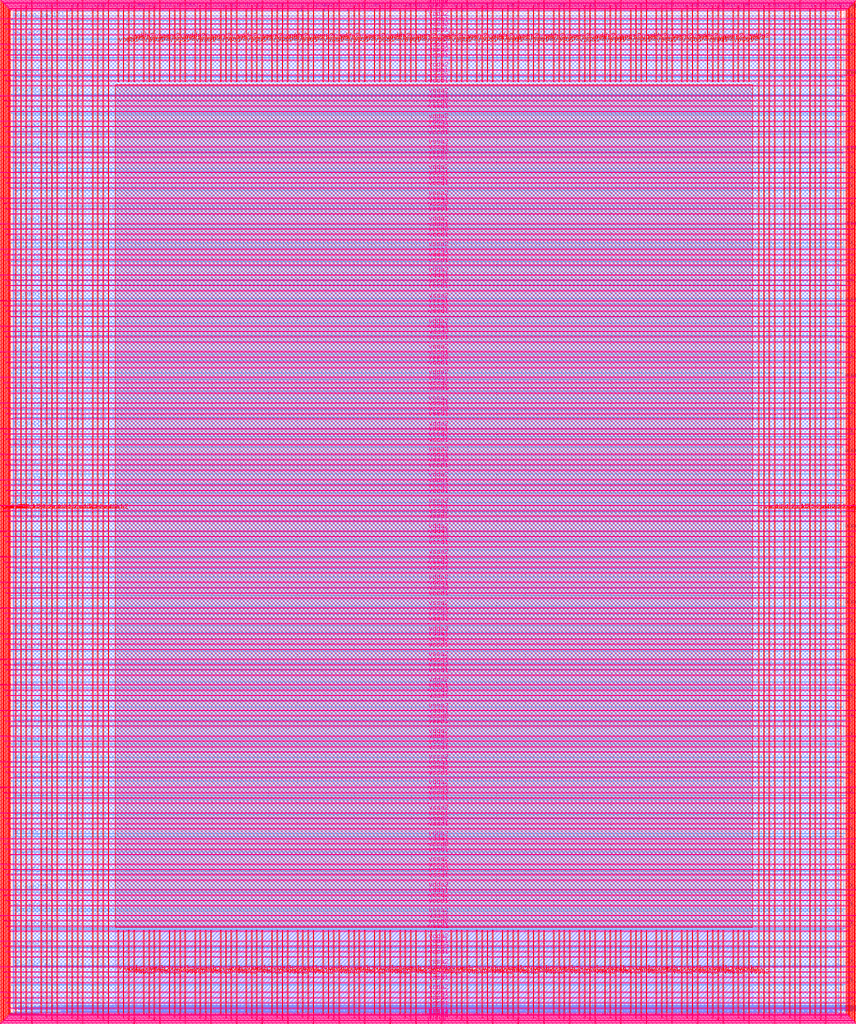
<source format=lef>
VERSION 5.7 ;
  NOWIREEXTENSIONATPIN ON ;
  DIVIDERCHAR "/" ;
  BUSBITCHARS "[]" ;
MACRO user_project_wrapper
  CLASS BLOCK ;
  FOREIGN user_project_wrapper ;
  ORIGIN 0.000 0.000 ;
  SIZE 2920.000 BY 3520.000 ;
  PIN analog_io[0]
    DIRECTION INOUT ;
    USE SIGNAL ;
    PORT
      LAYER met3 ;
        RECT 2917.600 1426.380 2924.800 1427.580 ;
    END
  END analog_io[0]
  PIN analog_io[10]
    DIRECTION INOUT ;
    USE SIGNAL ;
    PORT
      LAYER met2 ;
        RECT 2230.490 3517.600 2231.050 3524.800 ;
    END
  END analog_io[10]
  PIN analog_io[11]
    DIRECTION INOUT ;
    USE SIGNAL ;
    PORT
      LAYER met2 ;
        RECT 1905.730 3517.600 1906.290 3524.800 ;
    END
  END analog_io[11]
  PIN analog_io[12]
    DIRECTION INOUT ;
    USE SIGNAL ;
    PORT
      LAYER met2 ;
        RECT 1581.430 3517.600 1581.990 3524.800 ;
    END
  END analog_io[12]
  PIN analog_io[13]
    DIRECTION INOUT ;
    USE SIGNAL ;
    PORT
      LAYER met2 ;
        RECT 1257.130 3517.600 1257.690 3524.800 ;
    END
  END analog_io[13]
  PIN analog_io[14]
    DIRECTION INOUT ;
    USE SIGNAL ;
    PORT
      LAYER met2 ;
        RECT 932.370 3517.600 932.930 3524.800 ;
    END
  END analog_io[14]
  PIN analog_io[15]
    DIRECTION INOUT ;
    USE SIGNAL ;
    PORT
      LAYER met2 ;
        RECT 608.070 3517.600 608.630 3524.800 ;
    END
  END analog_io[15]
  PIN analog_io[16]
    DIRECTION INOUT ;
    USE SIGNAL ;
    PORT
      LAYER met2 ;
        RECT 283.770 3517.600 284.330 3524.800 ;
    END
  END analog_io[16]
  PIN analog_io[17]
    DIRECTION INOUT ;
    USE SIGNAL ;
    PORT
      LAYER met3 ;
        RECT -4.800 3486.100 2.400 3487.300 ;
    END
  END analog_io[17]
  PIN analog_io[18]
    DIRECTION INOUT ;
    USE SIGNAL ;
    PORT
      LAYER met3 ;
        RECT -4.800 3224.980 2.400 3226.180 ;
    END
  END analog_io[18]
  PIN analog_io[19]
    DIRECTION INOUT ;
    USE SIGNAL ;
    PORT
      LAYER met3 ;
        RECT -4.800 2964.540 2.400 2965.740 ;
    END
  END analog_io[19]
  PIN analog_io[1]
    DIRECTION INOUT ;
    USE SIGNAL ;
    PORT
      LAYER met3 ;
        RECT 2917.600 1692.260 2924.800 1693.460 ;
    END
  END analog_io[1]
  PIN analog_io[20]
    DIRECTION INOUT ;
    USE SIGNAL ;
    PORT
      LAYER met3 ;
        RECT -4.800 2703.420 2.400 2704.620 ;
    END
  END analog_io[20]
  PIN analog_io[21]
    DIRECTION INOUT ;
    USE SIGNAL ;
    PORT
      LAYER met3 ;
        RECT -4.800 2442.980 2.400 2444.180 ;
    END
  END analog_io[21]
  PIN analog_io[22]
    DIRECTION INOUT ;
    USE SIGNAL ;
    PORT
      LAYER met3 ;
        RECT -4.800 2182.540 2.400 2183.740 ;
    END
  END analog_io[22]
  PIN analog_io[23]
    DIRECTION INOUT ;
    USE SIGNAL ;
    PORT
      LAYER met3 ;
        RECT -4.800 1921.420 2.400 1922.620 ;
    END
  END analog_io[23]
  PIN analog_io[24]
    DIRECTION INOUT ;
    USE SIGNAL ;
    PORT
      LAYER met3 ;
        RECT -4.800 1660.980 2.400 1662.180 ;
    END
  END analog_io[24]
  PIN analog_io[25]
    DIRECTION INOUT ;
    USE SIGNAL ;
    PORT
      LAYER met3 ;
        RECT -4.800 1399.860 2.400 1401.060 ;
    END
  END analog_io[25]
  PIN analog_io[26]
    DIRECTION INOUT ;
    USE SIGNAL ;
    PORT
      LAYER met3 ;
        RECT -4.800 1139.420 2.400 1140.620 ;
    END
  END analog_io[26]
  PIN analog_io[27]
    DIRECTION INOUT ;
    USE SIGNAL ;
    PORT
      LAYER met3 ;
        RECT -4.800 878.980 2.400 880.180 ;
    END
  END analog_io[27]
  PIN analog_io[28]
    DIRECTION INOUT ;
    USE SIGNAL ;
    PORT
      LAYER met3 ;
        RECT -4.800 617.860 2.400 619.060 ;
    END
  END analog_io[28]
  PIN analog_io[2]
    DIRECTION INOUT ;
    USE SIGNAL ;
    PORT
      LAYER met3 ;
        RECT 2917.600 1958.140 2924.800 1959.340 ;
    END
  END analog_io[2]
  PIN analog_io[3]
    DIRECTION INOUT ;
    USE SIGNAL ;
    PORT
      LAYER met3 ;
        RECT 2917.600 2223.340 2924.800 2224.540 ;
    END
  END analog_io[3]
  PIN analog_io[4]
    DIRECTION INOUT ;
    USE SIGNAL ;
    PORT
      LAYER met3 ;
        RECT 2917.600 2489.220 2924.800 2490.420 ;
    END
  END analog_io[4]
  PIN analog_io[5]
    DIRECTION INOUT ;
    USE SIGNAL ;
    PORT
      LAYER met3 ;
        RECT 2917.600 2755.100 2924.800 2756.300 ;
    END
  END analog_io[5]
  PIN analog_io[6]
    DIRECTION INOUT ;
    USE SIGNAL ;
    PORT
      LAYER met3 ;
        RECT 2917.600 3020.300 2924.800 3021.500 ;
    END
  END analog_io[6]
  PIN analog_io[7]
    DIRECTION INOUT ;
    USE SIGNAL ;
    PORT
      LAYER met3 ;
        RECT 2917.600 3286.180 2924.800 3287.380 ;
    END
  END analog_io[7]
  PIN analog_io[8]
    DIRECTION INOUT ;
    USE SIGNAL ;
    PORT
      LAYER met2 ;
        RECT 2879.090 3517.600 2879.650 3524.800 ;
    END
  END analog_io[8]
  PIN analog_io[9]
    DIRECTION INOUT ;
    USE SIGNAL ;
    PORT
      LAYER met2 ;
        RECT 2554.790 3517.600 2555.350 3524.800 ;
    END
  END analog_io[9]
  PIN io_in[0]
    DIRECTION INPUT ;
    USE SIGNAL ;
    PORT
      LAYER met3 ;
        RECT 2917.600 32.380 2924.800 33.580 ;
    END
  END io_in[0]
  PIN io_in[10]
    DIRECTION INPUT ;
    USE SIGNAL ;
    PORT
      LAYER met3 ;
        RECT 2917.600 2289.980 2924.800 2291.180 ;
    END
  END io_in[10]
  PIN io_in[11]
    DIRECTION INPUT ;
    USE SIGNAL ;
    PORT
      LAYER met3 ;
        RECT 2917.600 2555.860 2924.800 2557.060 ;
    END
  END io_in[11]
  PIN io_in[12]
    DIRECTION INPUT ;
    USE SIGNAL ;
    PORT
      LAYER met3 ;
        RECT 2917.600 2821.060 2924.800 2822.260 ;
    END
  END io_in[12]
  PIN io_in[13]
    DIRECTION INPUT ;
    USE SIGNAL ;
    PORT
      LAYER met3 ;
        RECT 2917.600 3086.940 2924.800 3088.140 ;
    END
  END io_in[13]
  PIN io_in[14]
    DIRECTION INPUT ;
    USE SIGNAL ;
    PORT
      LAYER met3 ;
        RECT 2917.600 3352.820 2924.800 3354.020 ;
    END
  END io_in[14]
  PIN io_in[15]
    DIRECTION INPUT ;
    USE SIGNAL ;
    PORT
      LAYER met2 ;
        RECT 2798.130 3517.600 2798.690 3524.800 ;
    END
  END io_in[15]
  PIN io_in[16]
    DIRECTION INPUT ;
    USE SIGNAL ;
    PORT
      LAYER met2 ;
        RECT 2473.830 3517.600 2474.390 3524.800 ;
    END
  END io_in[16]
  PIN io_in[17]
    DIRECTION INPUT ;
    USE SIGNAL ;
    PORT
      LAYER met2 ;
        RECT 2149.070 3517.600 2149.630 3524.800 ;
    END
  END io_in[17]
  PIN io_in[18]
    DIRECTION INPUT ;
    USE SIGNAL ;
    PORT
      LAYER met2 ;
        RECT 1824.770 3517.600 1825.330 3524.800 ;
    END
  END io_in[18]
  PIN io_in[19]
    DIRECTION INPUT ;
    USE SIGNAL ;
    PORT
      LAYER met2 ;
        RECT 1500.470 3517.600 1501.030 3524.800 ;
    END
  END io_in[19]
  PIN io_in[1]
    DIRECTION INPUT ;
    USE SIGNAL ;
    PORT
      LAYER met3 ;
        RECT 2917.600 230.940 2924.800 232.140 ;
    END
  END io_in[1]
  PIN io_in[20]
    DIRECTION INPUT ;
    USE SIGNAL ;
    PORT
      LAYER met2 ;
        RECT 1175.710 3517.600 1176.270 3524.800 ;
    END
  END io_in[20]
  PIN io_in[21]
    DIRECTION INPUT ;
    USE SIGNAL ;
    PORT
      LAYER met2 ;
        RECT 851.410 3517.600 851.970 3524.800 ;
    END
  END io_in[21]
  PIN io_in[22]
    DIRECTION INPUT ;
    USE SIGNAL ;
    PORT
      LAYER met2 ;
        RECT 527.110 3517.600 527.670 3524.800 ;
    END
  END io_in[22]
  PIN io_in[23]
    DIRECTION INPUT ;
    USE SIGNAL ;
    PORT
      LAYER met2 ;
        RECT 202.350 3517.600 202.910 3524.800 ;
    END
  END io_in[23]
  PIN io_in[24]
    DIRECTION INPUT ;
    USE SIGNAL ;
    PORT
      LAYER met3 ;
        RECT -4.800 3420.820 2.400 3422.020 ;
    END
  END io_in[24]
  PIN io_in[25]
    DIRECTION INPUT ;
    USE SIGNAL ;
    PORT
      LAYER met3 ;
        RECT -4.800 3159.700 2.400 3160.900 ;
    END
  END io_in[25]
  PIN io_in[26]
    DIRECTION INPUT ;
    USE SIGNAL ;
    PORT
      LAYER met3 ;
        RECT -4.800 2899.260 2.400 2900.460 ;
    END
  END io_in[26]
  PIN io_in[27]
    DIRECTION INPUT ;
    USE SIGNAL ;
    PORT
      LAYER met3 ;
        RECT -4.800 2638.820 2.400 2640.020 ;
    END
  END io_in[27]
  PIN io_in[28]
    DIRECTION INPUT ;
    USE SIGNAL ;
    PORT
      LAYER met3 ;
        RECT -4.800 2377.700 2.400 2378.900 ;
    END
  END io_in[28]
  PIN io_in[29]
    DIRECTION INPUT ;
    USE SIGNAL ;
    PORT
      LAYER met3 ;
        RECT -4.800 2117.260 2.400 2118.460 ;
    END
  END io_in[29]
  PIN io_in[2]
    DIRECTION INPUT ;
    USE SIGNAL ;
    PORT
      LAYER met3 ;
        RECT 2917.600 430.180 2924.800 431.380 ;
    END
  END io_in[2]
  PIN io_in[30]
    DIRECTION INPUT ;
    USE SIGNAL ;
    PORT
      LAYER met3 ;
        RECT -4.800 1856.140 2.400 1857.340 ;
    END
  END io_in[30]
  PIN io_in[31]
    DIRECTION INPUT ;
    USE SIGNAL ;
    PORT
      LAYER met3 ;
        RECT -4.800 1595.700 2.400 1596.900 ;
    END
  END io_in[31]
  PIN io_in[32]
    DIRECTION INPUT ;
    USE SIGNAL ;
    PORT
      LAYER met3 ;
        RECT -4.800 1335.260 2.400 1336.460 ;
    END
  END io_in[32]
  PIN io_in[33]
    DIRECTION INPUT ;
    USE SIGNAL ;
    PORT
      LAYER met3 ;
        RECT -4.800 1074.140 2.400 1075.340 ;
    END
  END io_in[33]
  PIN io_in[34]
    DIRECTION INPUT ;
    USE SIGNAL ;
    PORT
      LAYER met3 ;
        RECT -4.800 813.700 2.400 814.900 ;
    END
  END io_in[34]
  PIN io_in[35]
    DIRECTION INPUT ;
    USE SIGNAL ;
    PORT
      LAYER met3 ;
        RECT -4.800 552.580 2.400 553.780 ;
    END
  END io_in[35]
  PIN io_in[36]
    DIRECTION INPUT ;
    USE SIGNAL ;
    PORT
      LAYER met3 ;
        RECT -4.800 357.420 2.400 358.620 ;
    END
  END io_in[36]
  PIN io_in[37]
    DIRECTION INPUT ;
    USE SIGNAL ;
    PORT
      LAYER met3 ;
        RECT -4.800 161.580 2.400 162.780 ;
    END
  END io_in[37]
  PIN io_in[3]
    DIRECTION INPUT ;
    USE SIGNAL ;
    PORT
      LAYER met3 ;
        RECT 2917.600 629.420 2924.800 630.620 ;
    END
  END io_in[3]
  PIN io_in[4]
    DIRECTION INPUT ;
    USE SIGNAL ;
    PORT
      LAYER met3 ;
        RECT 2917.600 828.660 2924.800 829.860 ;
    END
  END io_in[4]
  PIN io_in[5]
    DIRECTION INPUT ;
    USE SIGNAL ;
    PORT
      LAYER met3 ;
        RECT 2917.600 1027.900 2924.800 1029.100 ;
    END
  END io_in[5]
  PIN io_in[6]
    DIRECTION INPUT ;
    USE SIGNAL ;
    PORT
      LAYER met3 ;
        RECT 2917.600 1227.140 2924.800 1228.340 ;
    END
  END io_in[6]
  PIN io_in[7]
    DIRECTION INPUT ;
    USE SIGNAL ;
    PORT
      LAYER met3 ;
        RECT 2917.600 1493.020 2924.800 1494.220 ;
    END
  END io_in[7]
  PIN io_in[8]
    DIRECTION INPUT ;
    USE SIGNAL ;
    PORT
      LAYER met3 ;
        RECT 2917.600 1758.900 2924.800 1760.100 ;
    END
  END io_in[8]
  PIN io_in[9]
    DIRECTION INPUT ;
    USE SIGNAL ;
    PORT
      LAYER met3 ;
        RECT 2917.600 2024.100 2924.800 2025.300 ;
    END
  END io_in[9]
  PIN io_oeb[0]
    DIRECTION OUTPUT TRISTATE ;
    USE SIGNAL ;
    PORT
      LAYER met3 ;
        RECT 2917.600 164.980 2924.800 166.180 ;
    END
  END io_oeb[0]
  PIN io_oeb[10]
    DIRECTION OUTPUT TRISTATE ;
    USE SIGNAL ;
    PORT
      LAYER met3 ;
        RECT 2917.600 2422.580 2924.800 2423.780 ;
    END
  END io_oeb[10]
  PIN io_oeb[11]
    DIRECTION OUTPUT TRISTATE ;
    USE SIGNAL ;
    PORT
      LAYER met3 ;
        RECT 2917.600 2688.460 2924.800 2689.660 ;
    END
  END io_oeb[11]
  PIN io_oeb[12]
    DIRECTION OUTPUT TRISTATE ;
    USE SIGNAL ;
    PORT
      LAYER met3 ;
        RECT 2917.600 2954.340 2924.800 2955.540 ;
    END
  END io_oeb[12]
  PIN io_oeb[13]
    DIRECTION OUTPUT TRISTATE ;
    USE SIGNAL ;
    PORT
      LAYER met3 ;
        RECT 2917.600 3219.540 2924.800 3220.740 ;
    END
  END io_oeb[13]
  PIN io_oeb[14]
    DIRECTION OUTPUT TRISTATE ;
    USE SIGNAL ;
    PORT
      LAYER met3 ;
        RECT 2917.600 3485.420 2924.800 3486.620 ;
    END
  END io_oeb[14]
  PIN io_oeb[15]
    DIRECTION OUTPUT TRISTATE ;
    USE SIGNAL ;
    PORT
      LAYER met2 ;
        RECT 2635.750 3517.600 2636.310 3524.800 ;
    END
  END io_oeb[15]
  PIN io_oeb[16]
    DIRECTION OUTPUT TRISTATE ;
    USE SIGNAL ;
    PORT
      LAYER met2 ;
        RECT 2311.450 3517.600 2312.010 3524.800 ;
    END
  END io_oeb[16]
  PIN io_oeb[17]
    DIRECTION OUTPUT TRISTATE ;
    USE SIGNAL ;
    PORT
      LAYER met2 ;
        RECT 1987.150 3517.600 1987.710 3524.800 ;
    END
  END io_oeb[17]
  PIN io_oeb[18]
    DIRECTION OUTPUT TRISTATE ;
    USE SIGNAL ;
    PORT
      LAYER met2 ;
        RECT 1662.390 3517.600 1662.950 3524.800 ;
    END
  END io_oeb[18]
  PIN io_oeb[19]
    DIRECTION OUTPUT TRISTATE ;
    USE SIGNAL ;
    PORT
      LAYER met2 ;
        RECT 1338.090 3517.600 1338.650 3524.800 ;
    END
  END io_oeb[19]
  PIN io_oeb[1]
    DIRECTION OUTPUT TRISTATE ;
    USE SIGNAL ;
    PORT
      LAYER met3 ;
        RECT 2917.600 364.220 2924.800 365.420 ;
    END
  END io_oeb[1]
  PIN io_oeb[20]
    DIRECTION OUTPUT TRISTATE ;
    USE SIGNAL ;
    PORT
      LAYER met2 ;
        RECT 1013.790 3517.600 1014.350 3524.800 ;
    END
  END io_oeb[20]
  PIN io_oeb[21]
    DIRECTION OUTPUT TRISTATE ;
    USE SIGNAL ;
    PORT
      LAYER met2 ;
        RECT 689.030 3517.600 689.590 3524.800 ;
    END
  END io_oeb[21]
  PIN io_oeb[22]
    DIRECTION OUTPUT TRISTATE ;
    USE SIGNAL ;
    PORT
      LAYER met2 ;
        RECT 364.730 3517.600 365.290 3524.800 ;
    END
  END io_oeb[22]
  PIN io_oeb[23]
    DIRECTION OUTPUT TRISTATE ;
    USE SIGNAL ;
    PORT
      LAYER met2 ;
        RECT 40.430 3517.600 40.990 3524.800 ;
    END
  END io_oeb[23]
  PIN io_oeb[24]
    DIRECTION OUTPUT TRISTATE ;
    USE SIGNAL ;
    PORT
      LAYER met3 ;
        RECT -4.800 3290.260 2.400 3291.460 ;
    END
  END io_oeb[24]
  PIN io_oeb[25]
    DIRECTION OUTPUT TRISTATE ;
    USE SIGNAL ;
    PORT
      LAYER met3 ;
        RECT -4.800 3029.820 2.400 3031.020 ;
    END
  END io_oeb[25]
  PIN io_oeb[26]
    DIRECTION OUTPUT TRISTATE ;
    USE SIGNAL ;
    PORT
      LAYER met3 ;
        RECT -4.800 2768.700 2.400 2769.900 ;
    END
  END io_oeb[26]
  PIN io_oeb[27]
    DIRECTION OUTPUT TRISTATE ;
    USE SIGNAL ;
    PORT
      LAYER met3 ;
        RECT -4.800 2508.260 2.400 2509.460 ;
    END
  END io_oeb[27]
  PIN io_oeb[28]
    DIRECTION OUTPUT TRISTATE ;
    USE SIGNAL ;
    PORT
      LAYER met3 ;
        RECT -4.800 2247.140 2.400 2248.340 ;
    END
  END io_oeb[28]
  PIN io_oeb[29]
    DIRECTION OUTPUT TRISTATE ;
    USE SIGNAL ;
    PORT
      LAYER met3 ;
        RECT -4.800 1986.700 2.400 1987.900 ;
    END
  END io_oeb[29]
  PIN io_oeb[2]
    DIRECTION OUTPUT TRISTATE ;
    USE SIGNAL ;
    PORT
      LAYER met3 ;
        RECT 2917.600 563.460 2924.800 564.660 ;
    END
  END io_oeb[2]
  PIN io_oeb[30]
    DIRECTION OUTPUT TRISTATE ;
    USE SIGNAL ;
    PORT
      LAYER met3 ;
        RECT -4.800 1726.260 2.400 1727.460 ;
    END
  END io_oeb[30]
  PIN io_oeb[31]
    DIRECTION OUTPUT TRISTATE ;
    USE SIGNAL ;
    PORT
      LAYER met3 ;
        RECT -4.800 1465.140 2.400 1466.340 ;
    END
  END io_oeb[31]
  PIN io_oeb[32]
    DIRECTION OUTPUT TRISTATE ;
    USE SIGNAL ;
    PORT
      LAYER met3 ;
        RECT -4.800 1204.700 2.400 1205.900 ;
    END
  END io_oeb[32]
  PIN io_oeb[33]
    DIRECTION OUTPUT TRISTATE ;
    USE SIGNAL ;
    PORT
      LAYER met3 ;
        RECT -4.800 943.580 2.400 944.780 ;
    END
  END io_oeb[33]
  PIN io_oeb[34]
    DIRECTION OUTPUT TRISTATE ;
    USE SIGNAL ;
    PORT
      LAYER met3 ;
        RECT -4.800 683.140 2.400 684.340 ;
    END
  END io_oeb[34]
  PIN io_oeb[35]
    DIRECTION OUTPUT TRISTATE ;
    USE SIGNAL ;
    PORT
      LAYER met3 ;
        RECT -4.800 422.700 2.400 423.900 ;
    END
  END io_oeb[35]
  PIN io_oeb[36]
    DIRECTION OUTPUT TRISTATE ;
    USE SIGNAL ;
    PORT
      LAYER met3 ;
        RECT -4.800 226.860 2.400 228.060 ;
    END
  END io_oeb[36]
  PIN io_oeb[37]
    DIRECTION OUTPUT TRISTATE ;
    USE SIGNAL ;
    PORT
      LAYER met3 ;
        RECT -4.800 31.700 2.400 32.900 ;
    END
  END io_oeb[37]
  PIN io_oeb[3]
    DIRECTION OUTPUT TRISTATE ;
    USE SIGNAL ;
    PORT
      LAYER met3 ;
        RECT 2917.600 762.700 2924.800 763.900 ;
    END
  END io_oeb[3]
  PIN io_oeb[4]
    DIRECTION OUTPUT TRISTATE ;
    USE SIGNAL ;
    PORT
      LAYER met3 ;
        RECT 2917.600 961.940 2924.800 963.140 ;
    END
  END io_oeb[4]
  PIN io_oeb[5]
    DIRECTION OUTPUT TRISTATE ;
    USE SIGNAL ;
    PORT
      LAYER met3 ;
        RECT 2917.600 1161.180 2924.800 1162.380 ;
    END
  END io_oeb[5]
  PIN io_oeb[6]
    DIRECTION OUTPUT TRISTATE ;
    USE SIGNAL ;
    PORT
      LAYER met3 ;
        RECT 2917.600 1360.420 2924.800 1361.620 ;
    END
  END io_oeb[6]
  PIN io_oeb[7]
    DIRECTION OUTPUT TRISTATE ;
    USE SIGNAL ;
    PORT
      LAYER met3 ;
        RECT 2917.600 1625.620 2924.800 1626.820 ;
    END
  END io_oeb[7]
  PIN io_oeb[8]
    DIRECTION OUTPUT TRISTATE ;
    USE SIGNAL ;
    PORT
      LAYER met3 ;
        RECT 2917.600 1891.500 2924.800 1892.700 ;
    END
  END io_oeb[8]
  PIN io_oeb[9]
    DIRECTION OUTPUT TRISTATE ;
    USE SIGNAL ;
    PORT
      LAYER met3 ;
        RECT 2917.600 2157.380 2924.800 2158.580 ;
    END
  END io_oeb[9]
  PIN io_out[0]
    DIRECTION OUTPUT TRISTATE ;
    USE SIGNAL ;
    PORT
      LAYER met3 ;
        RECT 2917.600 98.340 2924.800 99.540 ;
    END
  END io_out[0]
  PIN io_out[10]
    DIRECTION OUTPUT TRISTATE ;
    USE SIGNAL ;
    PORT
      LAYER met3 ;
        RECT 2917.600 2356.620 2924.800 2357.820 ;
    END
  END io_out[10]
  PIN io_out[11]
    DIRECTION OUTPUT TRISTATE ;
    USE SIGNAL ;
    PORT
      LAYER met3 ;
        RECT 2917.600 2621.820 2924.800 2623.020 ;
    END
  END io_out[11]
  PIN io_out[12]
    DIRECTION OUTPUT TRISTATE ;
    USE SIGNAL ;
    PORT
      LAYER met3 ;
        RECT 2917.600 2887.700 2924.800 2888.900 ;
    END
  END io_out[12]
  PIN io_out[13]
    DIRECTION OUTPUT TRISTATE ;
    USE SIGNAL ;
    PORT
      LAYER met3 ;
        RECT 2917.600 3153.580 2924.800 3154.780 ;
    END
  END io_out[13]
  PIN io_out[14]
    DIRECTION OUTPUT TRISTATE ;
    USE SIGNAL ;
    PORT
      LAYER met3 ;
        RECT 2917.600 3418.780 2924.800 3419.980 ;
    END
  END io_out[14]
  PIN io_out[15]
    DIRECTION OUTPUT TRISTATE ;
    USE SIGNAL ;
    PORT
      LAYER met2 ;
        RECT 2717.170 3517.600 2717.730 3524.800 ;
    END
  END io_out[15]
  PIN io_out[16]
    DIRECTION OUTPUT TRISTATE ;
    USE SIGNAL ;
    PORT
      LAYER met2 ;
        RECT 2392.410 3517.600 2392.970 3524.800 ;
    END
  END io_out[16]
  PIN io_out[17]
    DIRECTION OUTPUT TRISTATE ;
    USE SIGNAL ;
    PORT
      LAYER met2 ;
        RECT 2068.110 3517.600 2068.670 3524.800 ;
    END
  END io_out[17]
  PIN io_out[18]
    DIRECTION OUTPUT TRISTATE ;
    USE SIGNAL ;
    PORT
      LAYER met2 ;
        RECT 1743.810 3517.600 1744.370 3524.800 ;
    END
  END io_out[18]
  PIN io_out[19]
    DIRECTION OUTPUT TRISTATE ;
    USE SIGNAL ;
    PORT
      LAYER met2 ;
        RECT 1419.050 3517.600 1419.610 3524.800 ;
    END
  END io_out[19]
  PIN io_out[1]
    DIRECTION OUTPUT TRISTATE ;
    USE SIGNAL ;
    PORT
      LAYER met3 ;
        RECT 2917.600 297.580 2924.800 298.780 ;
    END
  END io_out[1]
  PIN io_out[20]
    DIRECTION OUTPUT TRISTATE ;
    USE SIGNAL ;
    PORT
      LAYER met2 ;
        RECT 1094.750 3517.600 1095.310 3524.800 ;
    END
  END io_out[20]
  PIN io_out[21]
    DIRECTION OUTPUT TRISTATE ;
    USE SIGNAL ;
    PORT
      LAYER met2 ;
        RECT 770.450 3517.600 771.010 3524.800 ;
    END
  END io_out[21]
  PIN io_out[22]
    DIRECTION OUTPUT TRISTATE ;
    USE SIGNAL ;
    PORT
      LAYER met2 ;
        RECT 445.690 3517.600 446.250 3524.800 ;
    END
  END io_out[22]
  PIN io_out[23]
    DIRECTION OUTPUT TRISTATE ;
    USE SIGNAL ;
    PORT
      LAYER met2 ;
        RECT 121.390 3517.600 121.950 3524.800 ;
    END
  END io_out[23]
  PIN io_out[24]
    DIRECTION OUTPUT TRISTATE ;
    USE SIGNAL ;
    PORT
      LAYER met3 ;
        RECT -4.800 3355.540 2.400 3356.740 ;
    END
  END io_out[24]
  PIN io_out[25]
    DIRECTION OUTPUT TRISTATE ;
    USE SIGNAL ;
    PORT
      LAYER met3 ;
        RECT -4.800 3095.100 2.400 3096.300 ;
    END
  END io_out[25]
  PIN io_out[26]
    DIRECTION OUTPUT TRISTATE ;
    USE SIGNAL ;
    PORT
      LAYER met3 ;
        RECT -4.800 2833.980 2.400 2835.180 ;
    END
  END io_out[26]
  PIN io_out[27]
    DIRECTION OUTPUT TRISTATE ;
    USE SIGNAL ;
    PORT
      LAYER met3 ;
        RECT -4.800 2573.540 2.400 2574.740 ;
    END
  END io_out[27]
  PIN io_out[28]
    DIRECTION OUTPUT TRISTATE ;
    USE SIGNAL ;
    PORT
      LAYER met3 ;
        RECT -4.800 2312.420 2.400 2313.620 ;
    END
  END io_out[28]
  PIN io_out[29]
    DIRECTION OUTPUT TRISTATE ;
    USE SIGNAL ;
    PORT
      LAYER met3 ;
        RECT -4.800 2051.980 2.400 2053.180 ;
    END
  END io_out[29]
  PIN io_out[2]
    DIRECTION OUTPUT TRISTATE ;
    USE SIGNAL ;
    PORT
      LAYER met3 ;
        RECT 2917.600 496.820 2924.800 498.020 ;
    END
  END io_out[2]
  PIN io_out[30]
    DIRECTION OUTPUT TRISTATE ;
    USE SIGNAL ;
    PORT
      LAYER met3 ;
        RECT -4.800 1791.540 2.400 1792.740 ;
    END
  END io_out[30]
  PIN io_out[31]
    DIRECTION OUTPUT TRISTATE ;
    USE SIGNAL ;
    PORT
      LAYER met3 ;
        RECT -4.800 1530.420 2.400 1531.620 ;
    END
  END io_out[31]
  PIN io_out[32]
    DIRECTION OUTPUT TRISTATE ;
    USE SIGNAL ;
    PORT
      LAYER met3 ;
        RECT -4.800 1269.980 2.400 1271.180 ;
    END
  END io_out[32]
  PIN io_out[33]
    DIRECTION OUTPUT TRISTATE ;
    USE SIGNAL ;
    PORT
      LAYER met3 ;
        RECT -4.800 1008.860 2.400 1010.060 ;
    END
  END io_out[33]
  PIN io_out[34]
    DIRECTION OUTPUT TRISTATE ;
    USE SIGNAL ;
    PORT
      LAYER met3 ;
        RECT -4.800 748.420 2.400 749.620 ;
    END
  END io_out[34]
  PIN io_out[35]
    DIRECTION OUTPUT TRISTATE ;
    USE SIGNAL ;
    PORT
      LAYER met3 ;
        RECT -4.800 487.300 2.400 488.500 ;
    END
  END io_out[35]
  PIN io_out[36]
    DIRECTION OUTPUT TRISTATE ;
    USE SIGNAL ;
    PORT
      LAYER met3 ;
        RECT -4.800 292.140 2.400 293.340 ;
    END
  END io_out[36]
  PIN io_out[37]
    DIRECTION OUTPUT TRISTATE ;
    USE SIGNAL ;
    PORT
      LAYER met3 ;
        RECT -4.800 96.300 2.400 97.500 ;
    END
  END io_out[37]
  PIN io_out[3]
    DIRECTION OUTPUT TRISTATE ;
    USE SIGNAL ;
    PORT
      LAYER met3 ;
        RECT 2917.600 696.060 2924.800 697.260 ;
    END
  END io_out[3]
  PIN io_out[4]
    DIRECTION OUTPUT TRISTATE ;
    USE SIGNAL ;
    PORT
      LAYER met3 ;
        RECT 2917.600 895.300 2924.800 896.500 ;
    END
  END io_out[4]
  PIN io_out[5]
    DIRECTION OUTPUT TRISTATE ;
    USE SIGNAL ;
    PORT
      LAYER met3 ;
        RECT 2917.600 1094.540 2924.800 1095.740 ;
    END
  END io_out[5]
  PIN io_out[6]
    DIRECTION OUTPUT TRISTATE ;
    USE SIGNAL ;
    PORT
      LAYER met3 ;
        RECT 2917.600 1293.780 2924.800 1294.980 ;
    END
  END io_out[6]
  PIN io_out[7]
    DIRECTION OUTPUT TRISTATE ;
    USE SIGNAL ;
    PORT
      LAYER met3 ;
        RECT 2917.600 1559.660 2924.800 1560.860 ;
    END
  END io_out[7]
  PIN io_out[8]
    DIRECTION OUTPUT TRISTATE ;
    USE SIGNAL ;
    PORT
      LAYER met3 ;
        RECT 2917.600 1824.860 2924.800 1826.060 ;
    END
  END io_out[8]
  PIN io_out[9]
    DIRECTION OUTPUT TRISTATE ;
    USE SIGNAL ;
    PORT
      LAYER met3 ;
        RECT 2917.600 2090.740 2924.800 2091.940 ;
    END
  END io_out[9]
  PIN la_data_in[0]
    DIRECTION INPUT ;
    USE SIGNAL ;
    PORT
      LAYER met2 ;
        RECT 629.230 -4.800 629.790 2.400 ;
    END
  END la_data_in[0]
  PIN la_data_in[100]
    DIRECTION INPUT ;
    USE SIGNAL ;
    PORT
      LAYER met2 ;
        RECT 2402.530 -4.800 2403.090 2.400 ;
    END
  END la_data_in[100]
  PIN la_data_in[101]
    DIRECTION INPUT ;
    USE SIGNAL ;
    PORT
      LAYER met2 ;
        RECT 2420.010 -4.800 2420.570 2.400 ;
    END
  END la_data_in[101]
  PIN la_data_in[102]
    DIRECTION INPUT ;
    USE SIGNAL ;
    PORT
      LAYER met2 ;
        RECT 2437.950 -4.800 2438.510 2.400 ;
    END
  END la_data_in[102]
  PIN la_data_in[103]
    DIRECTION INPUT ;
    USE SIGNAL ;
    PORT
      LAYER met2 ;
        RECT 2455.430 -4.800 2455.990 2.400 ;
    END
  END la_data_in[103]
  PIN la_data_in[104]
    DIRECTION INPUT ;
    USE SIGNAL ;
    PORT
      LAYER met2 ;
        RECT 2473.370 -4.800 2473.930 2.400 ;
    END
  END la_data_in[104]
  PIN la_data_in[105]
    DIRECTION INPUT ;
    USE SIGNAL ;
    PORT
      LAYER met2 ;
        RECT 2490.850 -4.800 2491.410 2.400 ;
    END
  END la_data_in[105]
  PIN la_data_in[106]
    DIRECTION INPUT ;
    USE SIGNAL ;
    PORT
      LAYER met2 ;
        RECT 2508.790 -4.800 2509.350 2.400 ;
    END
  END la_data_in[106]
  PIN la_data_in[107]
    DIRECTION INPUT ;
    USE SIGNAL ;
    PORT
      LAYER met2 ;
        RECT 2526.730 -4.800 2527.290 2.400 ;
    END
  END la_data_in[107]
  PIN la_data_in[108]
    DIRECTION INPUT ;
    USE SIGNAL ;
    PORT
      LAYER met2 ;
        RECT 2544.210 -4.800 2544.770 2.400 ;
    END
  END la_data_in[108]
  PIN la_data_in[109]
    DIRECTION INPUT ;
    USE SIGNAL ;
    PORT
      LAYER met2 ;
        RECT 2562.150 -4.800 2562.710 2.400 ;
    END
  END la_data_in[109]
  PIN la_data_in[10]
    DIRECTION INPUT ;
    USE SIGNAL ;
    PORT
      LAYER met2 ;
        RECT 806.330 -4.800 806.890 2.400 ;
    END
  END la_data_in[10]
  PIN la_data_in[110]
    DIRECTION INPUT ;
    USE SIGNAL ;
    PORT
      LAYER met2 ;
        RECT 2579.630 -4.800 2580.190 2.400 ;
    END
  END la_data_in[110]
  PIN la_data_in[111]
    DIRECTION INPUT ;
    USE SIGNAL ;
    PORT
      LAYER met2 ;
        RECT 2597.570 -4.800 2598.130 2.400 ;
    END
  END la_data_in[111]
  PIN la_data_in[112]
    DIRECTION INPUT ;
    USE SIGNAL ;
    PORT
      LAYER met2 ;
        RECT 2615.050 -4.800 2615.610 2.400 ;
    END
  END la_data_in[112]
  PIN la_data_in[113]
    DIRECTION INPUT ;
    USE SIGNAL ;
    PORT
      LAYER met2 ;
        RECT 2632.990 -4.800 2633.550 2.400 ;
    END
  END la_data_in[113]
  PIN la_data_in[114]
    DIRECTION INPUT ;
    USE SIGNAL ;
    PORT
      LAYER met2 ;
        RECT 2650.470 -4.800 2651.030 2.400 ;
    END
  END la_data_in[114]
  PIN la_data_in[115]
    DIRECTION INPUT ;
    USE SIGNAL ;
    PORT
      LAYER met2 ;
        RECT 2668.410 -4.800 2668.970 2.400 ;
    END
  END la_data_in[115]
  PIN la_data_in[116]
    DIRECTION INPUT ;
    USE SIGNAL ;
    PORT
      LAYER met2 ;
        RECT 2685.890 -4.800 2686.450 2.400 ;
    END
  END la_data_in[116]
  PIN la_data_in[117]
    DIRECTION INPUT ;
    USE SIGNAL ;
    PORT
      LAYER met2 ;
        RECT 2703.830 -4.800 2704.390 2.400 ;
    END
  END la_data_in[117]
  PIN la_data_in[118]
    DIRECTION INPUT ;
    USE SIGNAL ;
    PORT
      LAYER met2 ;
        RECT 2721.770 -4.800 2722.330 2.400 ;
    END
  END la_data_in[118]
  PIN la_data_in[119]
    DIRECTION INPUT ;
    USE SIGNAL ;
    PORT
      LAYER met2 ;
        RECT 2739.250 -4.800 2739.810 2.400 ;
    END
  END la_data_in[119]
  PIN la_data_in[11]
    DIRECTION INPUT ;
    USE SIGNAL ;
    PORT
      LAYER met2 ;
        RECT 824.270 -4.800 824.830 2.400 ;
    END
  END la_data_in[11]
  PIN la_data_in[120]
    DIRECTION INPUT ;
    USE SIGNAL ;
    PORT
      LAYER met2 ;
        RECT 2757.190 -4.800 2757.750 2.400 ;
    END
  END la_data_in[120]
  PIN la_data_in[121]
    DIRECTION INPUT ;
    USE SIGNAL ;
    PORT
      LAYER met2 ;
        RECT 2774.670 -4.800 2775.230 2.400 ;
    END
  END la_data_in[121]
  PIN la_data_in[122]
    DIRECTION INPUT ;
    USE SIGNAL ;
    PORT
      LAYER met2 ;
        RECT 2792.610 -4.800 2793.170 2.400 ;
    END
  END la_data_in[122]
  PIN la_data_in[123]
    DIRECTION INPUT ;
    USE SIGNAL ;
    PORT
      LAYER met2 ;
        RECT 2810.090 -4.800 2810.650 2.400 ;
    END
  END la_data_in[123]
  PIN la_data_in[124]
    DIRECTION INPUT ;
    USE SIGNAL ;
    PORT
      LAYER met2 ;
        RECT 2828.030 -4.800 2828.590 2.400 ;
    END
  END la_data_in[124]
  PIN la_data_in[125]
    DIRECTION INPUT ;
    USE SIGNAL ;
    PORT
      LAYER met2 ;
        RECT 2845.510 -4.800 2846.070 2.400 ;
    END
  END la_data_in[125]
  PIN la_data_in[126]
    DIRECTION INPUT ;
    USE SIGNAL ;
    PORT
      LAYER met2 ;
        RECT 2863.450 -4.800 2864.010 2.400 ;
    END
  END la_data_in[126]
  PIN la_data_in[127]
    DIRECTION INPUT ;
    USE SIGNAL ;
    PORT
      LAYER met2 ;
        RECT 2881.390 -4.800 2881.950 2.400 ;
    END
  END la_data_in[127]
  PIN la_data_in[12]
    DIRECTION INPUT ;
    USE SIGNAL ;
    PORT
      LAYER met2 ;
        RECT 841.750 -4.800 842.310 2.400 ;
    END
  END la_data_in[12]
  PIN la_data_in[13]
    DIRECTION INPUT ;
    USE SIGNAL ;
    PORT
      LAYER met2 ;
        RECT 859.690 -4.800 860.250 2.400 ;
    END
  END la_data_in[13]
  PIN la_data_in[14]
    DIRECTION INPUT ;
    USE SIGNAL ;
    PORT
      LAYER met2 ;
        RECT 877.170 -4.800 877.730 2.400 ;
    END
  END la_data_in[14]
  PIN la_data_in[15]
    DIRECTION INPUT ;
    USE SIGNAL ;
    PORT
      LAYER met2 ;
        RECT 895.110 -4.800 895.670 2.400 ;
    END
  END la_data_in[15]
  PIN la_data_in[16]
    DIRECTION INPUT ;
    USE SIGNAL ;
    PORT
      LAYER met2 ;
        RECT 912.590 -4.800 913.150 2.400 ;
    END
  END la_data_in[16]
  PIN la_data_in[17]
    DIRECTION INPUT ;
    USE SIGNAL ;
    PORT
      LAYER met2 ;
        RECT 930.530 -4.800 931.090 2.400 ;
    END
  END la_data_in[17]
  PIN la_data_in[18]
    DIRECTION INPUT ;
    USE SIGNAL ;
    PORT
      LAYER met2 ;
        RECT 948.470 -4.800 949.030 2.400 ;
    END
  END la_data_in[18]
  PIN la_data_in[19]
    DIRECTION INPUT ;
    USE SIGNAL ;
    PORT
      LAYER met2 ;
        RECT 965.950 -4.800 966.510 2.400 ;
    END
  END la_data_in[19]
  PIN la_data_in[1]
    DIRECTION INPUT ;
    USE SIGNAL ;
    PORT
      LAYER met2 ;
        RECT 646.710 -4.800 647.270 2.400 ;
    END
  END la_data_in[1]
  PIN la_data_in[20]
    DIRECTION INPUT ;
    USE SIGNAL ;
    PORT
      LAYER met2 ;
        RECT 983.890 -4.800 984.450 2.400 ;
    END
  END la_data_in[20]
  PIN la_data_in[21]
    DIRECTION INPUT ;
    USE SIGNAL ;
    PORT
      LAYER met2 ;
        RECT 1001.370 -4.800 1001.930 2.400 ;
    END
  END la_data_in[21]
  PIN la_data_in[22]
    DIRECTION INPUT ;
    USE SIGNAL ;
    PORT
      LAYER met2 ;
        RECT 1019.310 -4.800 1019.870 2.400 ;
    END
  END la_data_in[22]
  PIN la_data_in[23]
    DIRECTION INPUT ;
    USE SIGNAL ;
    PORT
      LAYER met2 ;
        RECT 1036.790 -4.800 1037.350 2.400 ;
    END
  END la_data_in[23]
  PIN la_data_in[24]
    DIRECTION INPUT ;
    USE SIGNAL ;
    PORT
      LAYER met2 ;
        RECT 1054.730 -4.800 1055.290 2.400 ;
    END
  END la_data_in[24]
  PIN la_data_in[25]
    DIRECTION INPUT ;
    USE SIGNAL ;
    PORT
      LAYER met2 ;
        RECT 1072.210 -4.800 1072.770 2.400 ;
    END
  END la_data_in[25]
  PIN la_data_in[26]
    DIRECTION INPUT ;
    USE SIGNAL ;
    PORT
      LAYER met2 ;
        RECT 1090.150 -4.800 1090.710 2.400 ;
    END
  END la_data_in[26]
  PIN la_data_in[27]
    DIRECTION INPUT ;
    USE SIGNAL ;
    PORT
      LAYER met2 ;
        RECT 1107.630 -4.800 1108.190 2.400 ;
    END
  END la_data_in[27]
  PIN la_data_in[28]
    DIRECTION INPUT ;
    USE SIGNAL ;
    PORT
      LAYER met2 ;
        RECT 1125.570 -4.800 1126.130 2.400 ;
    END
  END la_data_in[28]
  PIN la_data_in[29]
    DIRECTION INPUT ;
    USE SIGNAL ;
    PORT
      LAYER met2 ;
        RECT 1143.510 -4.800 1144.070 2.400 ;
    END
  END la_data_in[29]
  PIN la_data_in[2]
    DIRECTION INPUT ;
    USE SIGNAL ;
    PORT
      LAYER met2 ;
        RECT 664.650 -4.800 665.210 2.400 ;
    END
  END la_data_in[2]
  PIN la_data_in[30]
    DIRECTION INPUT ;
    USE SIGNAL ;
    PORT
      LAYER met2 ;
        RECT 1160.990 -4.800 1161.550 2.400 ;
    END
  END la_data_in[30]
  PIN la_data_in[31]
    DIRECTION INPUT ;
    USE SIGNAL ;
    PORT
      LAYER met2 ;
        RECT 1178.930 -4.800 1179.490 2.400 ;
    END
  END la_data_in[31]
  PIN la_data_in[32]
    DIRECTION INPUT ;
    USE SIGNAL ;
    PORT
      LAYER met2 ;
        RECT 1196.410 -4.800 1196.970 2.400 ;
    END
  END la_data_in[32]
  PIN la_data_in[33]
    DIRECTION INPUT ;
    USE SIGNAL ;
    PORT
      LAYER met2 ;
        RECT 1214.350 -4.800 1214.910 2.400 ;
    END
  END la_data_in[33]
  PIN la_data_in[34]
    DIRECTION INPUT ;
    USE SIGNAL ;
    PORT
      LAYER met2 ;
        RECT 1231.830 -4.800 1232.390 2.400 ;
    END
  END la_data_in[34]
  PIN la_data_in[35]
    DIRECTION INPUT ;
    USE SIGNAL ;
    PORT
      LAYER met2 ;
        RECT 1249.770 -4.800 1250.330 2.400 ;
    END
  END la_data_in[35]
  PIN la_data_in[36]
    DIRECTION INPUT ;
    USE SIGNAL ;
    PORT
      LAYER met2 ;
        RECT 1267.250 -4.800 1267.810 2.400 ;
    END
  END la_data_in[36]
  PIN la_data_in[37]
    DIRECTION INPUT ;
    USE SIGNAL ;
    PORT
      LAYER met2 ;
        RECT 1285.190 -4.800 1285.750 2.400 ;
    END
  END la_data_in[37]
  PIN la_data_in[38]
    DIRECTION INPUT ;
    USE SIGNAL ;
    PORT
      LAYER met2 ;
        RECT 1303.130 -4.800 1303.690 2.400 ;
    END
  END la_data_in[38]
  PIN la_data_in[39]
    DIRECTION INPUT ;
    USE SIGNAL ;
    PORT
      LAYER met2 ;
        RECT 1320.610 -4.800 1321.170 2.400 ;
    END
  END la_data_in[39]
  PIN la_data_in[3]
    DIRECTION INPUT ;
    USE SIGNAL ;
    PORT
      LAYER met2 ;
        RECT 682.130 -4.800 682.690 2.400 ;
    END
  END la_data_in[3]
  PIN la_data_in[40]
    DIRECTION INPUT ;
    USE SIGNAL ;
    PORT
      LAYER met2 ;
        RECT 1338.550 -4.800 1339.110 2.400 ;
    END
  END la_data_in[40]
  PIN la_data_in[41]
    DIRECTION INPUT ;
    USE SIGNAL ;
    PORT
      LAYER met2 ;
        RECT 1356.030 -4.800 1356.590 2.400 ;
    END
  END la_data_in[41]
  PIN la_data_in[42]
    DIRECTION INPUT ;
    USE SIGNAL ;
    PORT
      LAYER met2 ;
        RECT 1373.970 -4.800 1374.530 2.400 ;
    END
  END la_data_in[42]
  PIN la_data_in[43]
    DIRECTION INPUT ;
    USE SIGNAL ;
    PORT
      LAYER met2 ;
        RECT 1391.450 -4.800 1392.010 2.400 ;
    END
  END la_data_in[43]
  PIN la_data_in[44]
    DIRECTION INPUT ;
    USE SIGNAL ;
    PORT
      LAYER met2 ;
        RECT 1409.390 -4.800 1409.950 2.400 ;
    END
  END la_data_in[44]
  PIN la_data_in[45]
    DIRECTION INPUT ;
    USE SIGNAL ;
    PORT
      LAYER met2 ;
        RECT 1426.870 -4.800 1427.430 2.400 ;
    END
  END la_data_in[45]
  PIN la_data_in[46]
    DIRECTION INPUT ;
    USE SIGNAL ;
    PORT
      LAYER met2 ;
        RECT 1444.810 -4.800 1445.370 2.400 ;
    END
  END la_data_in[46]
  PIN la_data_in[47]
    DIRECTION INPUT ;
    USE SIGNAL ;
    PORT
      LAYER met2 ;
        RECT 1462.750 -4.800 1463.310 2.400 ;
    END
  END la_data_in[47]
  PIN la_data_in[48]
    DIRECTION INPUT ;
    USE SIGNAL ;
    PORT
      LAYER met2 ;
        RECT 1480.230 -4.800 1480.790 2.400 ;
    END
  END la_data_in[48]
  PIN la_data_in[49]
    DIRECTION INPUT ;
    USE SIGNAL ;
    PORT
      LAYER met2 ;
        RECT 1498.170 -4.800 1498.730 2.400 ;
    END
  END la_data_in[49]
  PIN la_data_in[4]
    DIRECTION INPUT ;
    USE SIGNAL ;
    PORT
      LAYER met2 ;
        RECT 700.070 -4.800 700.630 2.400 ;
    END
  END la_data_in[4]
  PIN la_data_in[50]
    DIRECTION INPUT ;
    USE SIGNAL ;
    PORT
      LAYER met2 ;
        RECT 1515.650 -4.800 1516.210 2.400 ;
    END
  END la_data_in[50]
  PIN la_data_in[51]
    DIRECTION INPUT ;
    USE SIGNAL ;
    PORT
      LAYER met2 ;
        RECT 1533.590 -4.800 1534.150 2.400 ;
    END
  END la_data_in[51]
  PIN la_data_in[52]
    DIRECTION INPUT ;
    USE SIGNAL ;
    PORT
      LAYER met2 ;
        RECT 1551.070 -4.800 1551.630 2.400 ;
    END
  END la_data_in[52]
  PIN la_data_in[53]
    DIRECTION INPUT ;
    USE SIGNAL ;
    PORT
      LAYER met2 ;
        RECT 1569.010 -4.800 1569.570 2.400 ;
    END
  END la_data_in[53]
  PIN la_data_in[54]
    DIRECTION INPUT ;
    USE SIGNAL ;
    PORT
      LAYER met2 ;
        RECT 1586.490 -4.800 1587.050 2.400 ;
    END
  END la_data_in[54]
  PIN la_data_in[55]
    DIRECTION INPUT ;
    USE SIGNAL ;
    PORT
      LAYER met2 ;
        RECT 1604.430 -4.800 1604.990 2.400 ;
    END
  END la_data_in[55]
  PIN la_data_in[56]
    DIRECTION INPUT ;
    USE SIGNAL ;
    PORT
      LAYER met2 ;
        RECT 1621.910 -4.800 1622.470 2.400 ;
    END
  END la_data_in[56]
  PIN la_data_in[57]
    DIRECTION INPUT ;
    USE SIGNAL ;
    PORT
      LAYER met2 ;
        RECT 1639.850 -4.800 1640.410 2.400 ;
    END
  END la_data_in[57]
  PIN la_data_in[58]
    DIRECTION INPUT ;
    USE SIGNAL ;
    PORT
      LAYER met2 ;
        RECT 1657.790 -4.800 1658.350 2.400 ;
    END
  END la_data_in[58]
  PIN la_data_in[59]
    DIRECTION INPUT ;
    USE SIGNAL ;
    PORT
      LAYER met2 ;
        RECT 1675.270 -4.800 1675.830 2.400 ;
    END
  END la_data_in[59]
  PIN la_data_in[5]
    DIRECTION INPUT ;
    USE SIGNAL ;
    PORT
      LAYER met2 ;
        RECT 717.550 -4.800 718.110 2.400 ;
    END
  END la_data_in[5]
  PIN la_data_in[60]
    DIRECTION INPUT ;
    USE SIGNAL ;
    PORT
      LAYER met2 ;
        RECT 1693.210 -4.800 1693.770 2.400 ;
    END
  END la_data_in[60]
  PIN la_data_in[61]
    DIRECTION INPUT ;
    USE SIGNAL ;
    PORT
      LAYER met2 ;
        RECT 1710.690 -4.800 1711.250 2.400 ;
    END
  END la_data_in[61]
  PIN la_data_in[62]
    DIRECTION INPUT ;
    USE SIGNAL ;
    PORT
      LAYER met2 ;
        RECT 1728.630 -4.800 1729.190 2.400 ;
    END
  END la_data_in[62]
  PIN la_data_in[63]
    DIRECTION INPUT ;
    USE SIGNAL ;
    PORT
      LAYER met2 ;
        RECT 1746.110 -4.800 1746.670 2.400 ;
    END
  END la_data_in[63]
  PIN la_data_in[64]
    DIRECTION INPUT ;
    USE SIGNAL ;
    PORT
      LAYER met2 ;
        RECT 1764.050 -4.800 1764.610 2.400 ;
    END
  END la_data_in[64]
  PIN la_data_in[65]
    DIRECTION INPUT ;
    USE SIGNAL ;
    PORT
      LAYER met2 ;
        RECT 1781.530 -4.800 1782.090 2.400 ;
    END
  END la_data_in[65]
  PIN la_data_in[66]
    DIRECTION INPUT ;
    USE SIGNAL ;
    PORT
      LAYER met2 ;
        RECT 1799.470 -4.800 1800.030 2.400 ;
    END
  END la_data_in[66]
  PIN la_data_in[67]
    DIRECTION INPUT ;
    USE SIGNAL ;
    PORT
      LAYER met2 ;
        RECT 1817.410 -4.800 1817.970 2.400 ;
    END
  END la_data_in[67]
  PIN la_data_in[68]
    DIRECTION INPUT ;
    USE SIGNAL ;
    PORT
      LAYER met2 ;
        RECT 1834.890 -4.800 1835.450 2.400 ;
    END
  END la_data_in[68]
  PIN la_data_in[69]
    DIRECTION INPUT ;
    USE SIGNAL ;
    PORT
      LAYER met2 ;
        RECT 1852.830 -4.800 1853.390 2.400 ;
    END
  END la_data_in[69]
  PIN la_data_in[6]
    DIRECTION INPUT ;
    USE SIGNAL ;
    PORT
      LAYER met2 ;
        RECT 735.490 -4.800 736.050 2.400 ;
    END
  END la_data_in[6]
  PIN la_data_in[70]
    DIRECTION INPUT ;
    USE SIGNAL ;
    PORT
      LAYER met2 ;
        RECT 1870.310 -4.800 1870.870 2.400 ;
    END
  END la_data_in[70]
  PIN la_data_in[71]
    DIRECTION INPUT ;
    USE SIGNAL ;
    PORT
      LAYER met2 ;
        RECT 1888.250 -4.800 1888.810 2.400 ;
    END
  END la_data_in[71]
  PIN la_data_in[72]
    DIRECTION INPUT ;
    USE SIGNAL ;
    PORT
      LAYER met2 ;
        RECT 1905.730 -4.800 1906.290 2.400 ;
    END
  END la_data_in[72]
  PIN la_data_in[73]
    DIRECTION INPUT ;
    USE SIGNAL ;
    PORT
      LAYER met2 ;
        RECT 1923.670 -4.800 1924.230 2.400 ;
    END
  END la_data_in[73]
  PIN la_data_in[74]
    DIRECTION INPUT ;
    USE SIGNAL ;
    PORT
      LAYER met2 ;
        RECT 1941.150 -4.800 1941.710 2.400 ;
    END
  END la_data_in[74]
  PIN la_data_in[75]
    DIRECTION INPUT ;
    USE SIGNAL ;
    PORT
      LAYER met2 ;
        RECT 1959.090 -4.800 1959.650 2.400 ;
    END
  END la_data_in[75]
  PIN la_data_in[76]
    DIRECTION INPUT ;
    USE SIGNAL ;
    PORT
      LAYER met2 ;
        RECT 1976.570 -4.800 1977.130 2.400 ;
    END
  END la_data_in[76]
  PIN la_data_in[77]
    DIRECTION INPUT ;
    USE SIGNAL ;
    PORT
      LAYER met2 ;
        RECT 1994.510 -4.800 1995.070 2.400 ;
    END
  END la_data_in[77]
  PIN la_data_in[78]
    DIRECTION INPUT ;
    USE SIGNAL ;
    PORT
      LAYER met2 ;
        RECT 2012.450 -4.800 2013.010 2.400 ;
    END
  END la_data_in[78]
  PIN la_data_in[79]
    DIRECTION INPUT ;
    USE SIGNAL ;
    PORT
      LAYER met2 ;
        RECT 2029.930 -4.800 2030.490 2.400 ;
    END
  END la_data_in[79]
  PIN la_data_in[7]
    DIRECTION INPUT ;
    USE SIGNAL ;
    PORT
      LAYER met2 ;
        RECT 752.970 -4.800 753.530 2.400 ;
    END
  END la_data_in[7]
  PIN la_data_in[80]
    DIRECTION INPUT ;
    USE SIGNAL ;
    PORT
      LAYER met2 ;
        RECT 2047.870 -4.800 2048.430 2.400 ;
    END
  END la_data_in[80]
  PIN la_data_in[81]
    DIRECTION INPUT ;
    USE SIGNAL ;
    PORT
      LAYER met2 ;
        RECT 2065.350 -4.800 2065.910 2.400 ;
    END
  END la_data_in[81]
  PIN la_data_in[82]
    DIRECTION INPUT ;
    USE SIGNAL ;
    PORT
      LAYER met2 ;
        RECT 2083.290 -4.800 2083.850 2.400 ;
    END
  END la_data_in[82]
  PIN la_data_in[83]
    DIRECTION INPUT ;
    USE SIGNAL ;
    PORT
      LAYER met2 ;
        RECT 2100.770 -4.800 2101.330 2.400 ;
    END
  END la_data_in[83]
  PIN la_data_in[84]
    DIRECTION INPUT ;
    USE SIGNAL ;
    PORT
      LAYER met2 ;
        RECT 2118.710 -4.800 2119.270 2.400 ;
    END
  END la_data_in[84]
  PIN la_data_in[85]
    DIRECTION INPUT ;
    USE SIGNAL ;
    PORT
      LAYER met2 ;
        RECT 2136.190 -4.800 2136.750 2.400 ;
    END
  END la_data_in[85]
  PIN la_data_in[86]
    DIRECTION INPUT ;
    USE SIGNAL ;
    PORT
      LAYER met2 ;
        RECT 2154.130 -4.800 2154.690 2.400 ;
    END
  END la_data_in[86]
  PIN la_data_in[87]
    DIRECTION INPUT ;
    USE SIGNAL ;
    PORT
      LAYER met2 ;
        RECT 2172.070 -4.800 2172.630 2.400 ;
    END
  END la_data_in[87]
  PIN la_data_in[88]
    DIRECTION INPUT ;
    USE SIGNAL ;
    PORT
      LAYER met2 ;
        RECT 2189.550 -4.800 2190.110 2.400 ;
    END
  END la_data_in[88]
  PIN la_data_in[89]
    DIRECTION INPUT ;
    USE SIGNAL ;
    PORT
      LAYER met2 ;
        RECT 2207.490 -4.800 2208.050 2.400 ;
    END
  END la_data_in[89]
  PIN la_data_in[8]
    DIRECTION INPUT ;
    USE SIGNAL ;
    PORT
      LAYER met2 ;
        RECT 770.910 -4.800 771.470 2.400 ;
    END
  END la_data_in[8]
  PIN la_data_in[90]
    DIRECTION INPUT ;
    USE SIGNAL ;
    PORT
      LAYER met2 ;
        RECT 2224.970 -4.800 2225.530 2.400 ;
    END
  END la_data_in[90]
  PIN la_data_in[91]
    DIRECTION INPUT ;
    USE SIGNAL ;
    PORT
      LAYER met2 ;
        RECT 2242.910 -4.800 2243.470 2.400 ;
    END
  END la_data_in[91]
  PIN la_data_in[92]
    DIRECTION INPUT ;
    USE SIGNAL ;
    PORT
      LAYER met2 ;
        RECT 2260.390 -4.800 2260.950 2.400 ;
    END
  END la_data_in[92]
  PIN la_data_in[93]
    DIRECTION INPUT ;
    USE SIGNAL ;
    PORT
      LAYER met2 ;
        RECT 2278.330 -4.800 2278.890 2.400 ;
    END
  END la_data_in[93]
  PIN la_data_in[94]
    DIRECTION INPUT ;
    USE SIGNAL ;
    PORT
      LAYER met2 ;
        RECT 2295.810 -4.800 2296.370 2.400 ;
    END
  END la_data_in[94]
  PIN la_data_in[95]
    DIRECTION INPUT ;
    USE SIGNAL ;
    PORT
      LAYER met2 ;
        RECT 2313.750 -4.800 2314.310 2.400 ;
    END
  END la_data_in[95]
  PIN la_data_in[96]
    DIRECTION INPUT ;
    USE SIGNAL ;
    PORT
      LAYER met2 ;
        RECT 2331.230 -4.800 2331.790 2.400 ;
    END
  END la_data_in[96]
  PIN la_data_in[97]
    DIRECTION INPUT ;
    USE SIGNAL ;
    PORT
      LAYER met2 ;
        RECT 2349.170 -4.800 2349.730 2.400 ;
    END
  END la_data_in[97]
  PIN la_data_in[98]
    DIRECTION INPUT ;
    USE SIGNAL ;
    PORT
      LAYER met2 ;
        RECT 2367.110 -4.800 2367.670 2.400 ;
    END
  END la_data_in[98]
  PIN la_data_in[99]
    DIRECTION INPUT ;
    USE SIGNAL ;
    PORT
      LAYER met2 ;
        RECT 2384.590 -4.800 2385.150 2.400 ;
    END
  END la_data_in[99]
  PIN la_data_in[9]
    DIRECTION INPUT ;
    USE SIGNAL ;
    PORT
      LAYER met2 ;
        RECT 788.850 -4.800 789.410 2.400 ;
    END
  END la_data_in[9]
  PIN la_data_out[0]
    DIRECTION OUTPUT TRISTATE ;
    USE SIGNAL ;
    PORT
      LAYER met2 ;
        RECT 634.750 -4.800 635.310 2.400 ;
    END
  END la_data_out[0]
  PIN la_data_out[100]
    DIRECTION OUTPUT TRISTATE ;
    USE SIGNAL ;
    PORT
      LAYER met2 ;
        RECT 2408.510 -4.800 2409.070 2.400 ;
    END
  END la_data_out[100]
  PIN la_data_out[101]
    DIRECTION OUTPUT TRISTATE ;
    USE SIGNAL ;
    PORT
      LAYER met2 ;
        RECT 2425.990 -4.800 2426.550 2.400 ;
    END
  END la_data_out[101]
  PIN la_data_out[102]
    DIRECTION OUTPUT TRISTATE ;
    USE SIGNAL ;
    PORT
      LAYER met2 ;
        RECT 2443.930 -4.800 2444.490 2.400 ;
    END
  END la_data_out[102]
  PIN la_data_out[103]
    DIRECTION OUTPUT TRISTATE ;
    USE SIGNAL ;
    PORT
      LAYER met2 ;
        RECT 2461.410 -4.800 2461.970 2.400 ;
    END
  END la_data_out[103]
  PIN la_data_out[104]
    DIRECTION OUTPUT TRISTATE ;
    USE SIGNAL ;
    PORT
      LAYER met2 ;
        RECT 2479.350 -4.800 2479.910 2.400 ;
    END
  END la_data_out[104]
  PIN la_data_out[105]
    DIRECTION OUTPUT TRISTATE ;
    USE SIGNAL ;
    PORT
      LAYER met2 ;
        RECT 2496.830 -4.800 2497.390 2.400 ;
    END
  END la_data_out[105]
  PIN la_data_out[106]
    DIRECTION OUTPUT TRISTATE ;
    USE SIGNAL ;
    PORT
      LAYER met2 ;
        RECT 2514.770 -4.800 2515.330 2.400 ;
    END
  END la_data_out[106]
  PIN la_data_out[107]
    DIRECTION OUTPUT TRISTATE ;
    USE SIGNAL ;
    PORT
      LAYER met2 ;
        RECT 2532.250 -4.800 2532.810 2.400 ;
    END
  END la_data_out[107]
  PIN la_data_out[108]
    DIRECTION OUTPUT TRISTATE ;
    USE SIGNAL ;
    PORT
      LAYER met2 ;
        RECT 2550.190 -4.800 2550.750 2.400 ;
    END
  END la_data_out[108]
  PIN la_data_out[109]
    DIRECTION OUTPUT TRISTATE ;
    USE SIGNAL ;
    PORT
      LAYER met2 ;
        RECT 2567.670 -4.800 2568.230 2.400 ;
    END
  END la_data_out[109]
  PIN la_data_out[10]
    DIRECTION OUTPUT TRISTATE ;
    USE SIGNAL ;
    PORT
      LAYER met2 ;
        RECT 812.310 -4.800 812.870 2.400 ;
    END
  END la_data_out[10]
  PIN la_data_out[110]
    DIRECTION OUTPUT TRISTATE ;
    USE SIGNAL ;
    PORT
      LAYER met2 ;
        RECT 2585.610 -4.800 2586.170 2.400 ;
    END
  END la_data_out[110]
  PIN la_data_out[111]
    DIRECTION OUTPUT TRISTATE ;
    USE SIGNAL ;
    PORT
      LAYER met2 ;
        RECT 2603.550 -4.800 2604.110 2.400 ;
    END
  END la_data_out[111]
  PIN la_data_out[112]
    DIRECTION OUTPUT TRISTATE ;
    USE SIGNAL ;
    PORT
      LAYER met2 ;
        RECT 2621.030 -4.800 2621.590 2.400 ;
    END
  END la_data_out[112]
  PIN la_data_out[113]
    DIRECTION OUTPUT TRISTATE ;
    USE SIGNAL ;
    PORT
      LAYER met2 ;
        RECT 2638.970 -4.800 2639.530 2.400 ;
    END
  END la_data_out[113]
  PIN la_data_out[114]
    DIRECTION OUTPUT TRISTATE ;
    USE SIGNAL ;
    PORT
      LAYER met2 ;
        RECT 2656.450 -4.800 2657.010 2.400 ;
    END
  END la_data_out[114]
  PIN la_data_out[115]
    DIRECTION OUTPUT TRISTATE ;
    USE SIGNAL ;
    PORT
      LAYER met2 ;
        RECT 2674.390 -4.800 2674.950 2.400 ;
    END
  END la_data_out[115]
  PIN la_data_out[116]
    DIRECTION OUTPUT TRISTATE ;
    USE SIGNAL ;
    PORT
      LAYER met2 ;
        RECT 2691.870 -4.800 2692.430 2.400 ;
    END
  END la_data_out[116]
  PIN la_data_out[117]
    DIRECTION OUTPUT TRISTATE ;
    USE SIGNAL ;
    PORT
      LAYER met2 ;
        RECT 2709.810 -4.800 2710.370 2.400 ;
    END
  END la_data_out[117]
  PIN la_data_out[118]
    DIRECTION OUTPUT TRISTATE ;
    USE SIGNAL ;
    PORT
      LAYER met2 ;
        RECT 2727.290 -4.800 2727.850 2.400 ;
    END
  END la_data_out[118]
  PIN la_data_out[119]
    DIRECTION OUTPUT TRISTATE ;
    USE SIGNAL ;
    PORT
      LAYER met2 ;
        RECT 2745.230 -4.800 2745.790 2.400 ;
    END
  END la_data_out[119]
  PIN la_data_out[11]
    DIRECTION OUTPUT TRISTATE ;
    USE SIGNAL ;
    PORT
      LAYER met2 ;
        RECT 830.250 -4.800 830.810 2.400 ;
    END
  END la_data_out[11]
  PIN la_data_out[120]
    DIRECTION OUTPUT TRISTATE ;
    USE SIGNAL ;
    PORT
      LAYER met2 ;
        RECT 2763.170 -4.800 2763.730 2.400 ;
    END
  END la_data_out[120]
  PIN la_data_out[121]
    DIRECTION OUTPUT TRISTATE ;
    USE SIGNAL ;
    PORT
      LAYER met2 ;
        RECT 2780.650 -4.800 2781.210 2.400 ;
    END
  END la_data_out[121]
  PIN la_data_out[122]
    DIRECTION OUTPUT TRISTATE ;
    USE SIGNAL ;
    PORT
      LAYER met2 ;
        RECT 2798.590 -4.800 2799.150 2.400 ;
    END
  END la_data_out[122]
  PIN la_data_out[123]
    DIRECTION OUTPUT TRISTATE ;
    USE SIGNAL ;
    PORT
      LAYER met2 ;
        RECT 2816.070 -4.800 2816.630 2.400 ;
    END
  END la_data_out[123]
  PIN la_data_out[124]
    DIRECTION OUTPUT TRISTATE ;
    USE SIGNAL ;
    PORT
      LAYER met2 ;
        RECT 2834.010 -4.800 2834.570 2.400 ;
    END
  END la_data_out[124]
  PIN la_data_out[125]
    DIRECTION OUTPUT TRISTATE ;
    USE SIGNAL ;
    PORT
      LAYER met2 ;
        RECT 2851.490 -4.800 2852.050 2.400 ;
    END
  END la_data_out[125]
  PIN la_data_out[126]
    DIRECTION OUTPUT TRISTATE ;
    USE SIGNAL ;
    PORT
      LAYER met2 ;
        RECT 2869.430 -4.800 2869.990 2.400 ;
    END
  END la_data_out[126]
  PIN la_data_out[127]
    DIRECTION OUTPUT TRISTATE ;
    USE SIGNAL ;
    PORT
      LAYER met2 ;
        RECT 2886.910 -4.800 2887.470 2.400 ;
    END
  END la_data_out[127]
  PIN la_data_out[12]
    DIRECTION OUTPUT TRISTATE ;
    USE SIGNAL ;
    PORT
      LAYER met2 ;
        RECT 847.730 -4.800 848.290 2.400 ;
    END
  END la_data_out[12]
  PIN la_data_out[13]
    DIRECTION OUTPUT TRISTATE ;
    USE SIGNAL ;
    PORT
      LAYER met2 ;
        RECT 865.670 -4.800 866.230 2.400 ;
    END
  END la_data_out[13]
  PIN la_data_out[14]
    DIRECTION OUTPUT TRISTATE ;
    USE SIGNAL ;
    PORT
      LAYER met2 ;
        RECT 883.150 -4.800 883.710 2.400 ;
    END
  END la_data_out[14]
  PIN la_data_out[15]
    DIRECTION OUTPUT TRISTATE ;
    USE SIGNAL ;
    PORT
      LAYER met2 ;
        RECT 901.090 -4.800 901.650 2.400 ;
    END
  END la_data_out[15]
  PIN la_data_out[16]
    DIRECTION OUTPUT TRISTATE ;
    USE SIGNAL ;
    PORT
      LAYER met2 ;
        RECT 918.570 -4.800 919.130 2.400 ;
    END
  END la_data_out[16]
  PIN la_data_out[17]
    DIRECTION OUTPUT TRISTATE ;
    USE SIGNAL ;
    PORT
      LAYER met2 ;
        RECT 936.510 -4.800 937.070 2.400 ;
    END
  END la_data_out[17]
  PIN la_data_out[18]
    DIRECTION OUTPUT TRISTATE ;
    USE SIGNAL ;
    PORT
      LAYER met2 ;
        RECT 953.990 -4.800 954.550 2.400 ;
    END
  END la_data_out[18]
  PIN la_data_out[19]
    DIRECTION OUTPUT TRISTATE ;
    USE SIGNAL ;
    PORT
      LAYER met2 ;
        RECT 971.930 -4.800 972.490 2.400 ;
    END
  END la_data_out[19]
  PIN la_data_out[1]
    DIRECTION OUTPUT TRISTATE ;
    USE SIGNAL ;
    PORT
      LAYER met2 ;
        RECT 652.690 -4.800 653.250 2.400 ;
    END
  END la_data_out[1]
  PIN la_data_out[20]
    DIRECTION OUTPUT TRISTATE ;
    USE SIGNAL ;
    PORT
      LAYER met2 ;
        RECT 989.410 -4.800 989.970 2.400 ;
    END
  END la_data_out[20]
  PIN la_data_out[21]
    DIRECTION OUTPUT TRISTATE ;
    USE SIGNAL ;
    PORT
      LAYER met2 ;
        RECT 1007.350 -4.800 1007.910 2.400 ;
    END
  END la_data_out[21]
  PIN la_data_out[22]
    DIRECTION OUTPUT TRISTATE ;
    USE SIGNAL ;
    PORT
      LAYER met2 ;
        RECT 1025.290 -4.800 1025.850 2.400 ;
    END
  END la_data_out[22]
  PIN la_data_out[23]
    DIRECTION OUTPUT TRISTATE ;
    USE SIGNAL ;
    PORT
      LAYER met2 ;
        RECT 1042.770 -4.800 1043.330 2.400 ;
    END
  END la_data_out[23]
  PIN la_data_out[24]
    DIRECTION OUTPUT TRISTATE ;
    USE SIGNAL ;
    PORT
      LAYER met2 ;
        RECT 1060.710 -4.800 1061.270 2.400 ;
    END
  END la_data_out[24]
  PIN la_data_out[25]
    DIRECTION OUTPUT TRISTATE ;
    USE SIGNAL ;
    PORT
      LAYER met2 ;
        RECT 1078.190 -4.800 1078.750 2.400 ;
    END
  END la_data_out[25]
  PIN la_data_out[26]
    DIRECTION OUTPUT TRISTATE ;
    USE SIGNAL ;
    PORT
      LAYER met2 ;
        RECT 1096.130 -4.800 1096.690 2.400 ;
    END
  END la_data_out[26]
  PIN la_data_out[27]
    DIRECTION OUTPUT TRISTATE ;
    USE SIGNAL ;
    PORT
      LAYER met2 ;
        RECT 1113.610 -4.800 1114.170 2.400 ;
    END
  END la_data_out[27]
  PIN la_data_out[28]
    DIRECTION OUTPUT TRISTATE ;
    USE SIGNAL ;
    PORT
      LAYER met2 ;
        RECT 1131.550 -4.800 1132.110 2.400 ;
    END
  END la_data_out[28]
  PIN la_data_out[29]
    DIRECTION OUTPUT TRISTATE ;
    USE SIGNAL ;
    PORT
      LAYER met2 ;
        RECT 1149.030 -4.800 1149.590 2.400 ;
    END
  END la_data_out[29]
  PIN la_data_out[2]
    DIRECTION OUTPUT TRISTATE ;
    USE SIGNAL ;
    PORT
      LAYER met2 ;
        RECT 670.630 -4.800 671.190 2.400 ;
    END
  END la_data_out[2]
  PIN la_data_out[30]
    DIRECTION OUTPUT TRISTATE ;
    USE SIGNAL ;
    PORT
      LAYER met2 ;
        RECT 1166.970 -4.800 1167.530 2.400 ;
    END
  END la_data_out[30]
  PIN la_data_out[31]
    DIRECTION OUTPUT TRISTATE ;
    USE SIGNAL ;
    PORT
      LAYER met2 ;
        RECT 1184.910 -4.800 1185.470 2.400 ;
    END
  END la_data_out[31]
  PIN la_data_out[32]
    DIRECTION OUTPUT TRISTATE ;
    USE SIGNAL ;
    PORT
      LAYER met2 ;
        RECT 1202.390 -4.800 1202.950 2.400 ;
    END
  END la_data_out[32]
  PIN la_data_out[33]
    DIRECTION OUTPUT TRISTATE ;
    USE SIGNAL ;
    PORT
      LAYER met2 ;
        RECT 1220.330 -4.800 1220.890 2.400 ;
    END
  END la_data_out[33]
  PIN la_data_out[34]
    DIRECTION OUTPUT TRISTATE ;
    USE SIGNAL ;
    PORT
      LAYER met2 ;
        RECT 1237.810 -4.800 1238.370 2.400 ;
    END
  END la_data_out[34]
  PIN la_data_out[35]
    DIRECTION OUTPUT TRISTATE ;
    USE SIGNAL ;
    PORT
      LAYER met2 ;
        RECT 1255.750 -4.800 1256.310 2.400 ;
    END
  END la_data_out[35]
  PIN la_data_out[36]
    DIRECTION OUTPUT TRISTATE ;
    USE SIGNAL ;
    PORT
      LAYER met2 ;
        RECT 1273.230 -4.800 1273.790 2.400 ;
    END
  END la_data_out[36]
  PIN la_data_out[37]
    DIRECTION OUTPUT TRISTATE ;
    USE SIGNAL ;
    PORT
      LAYER met2 ;
        RECT 1291.170 -4.800 1291.730 2.400 ;
    END
  END la_data_out[37]
  PIN la_data_out[38]
    DIRECTION OUTPUT TRISTATE ;
    USE SIGNAL ;
    PORT
      LAYER met2 ;
        RECT 1308.650 -4.800 1309.210 2.400 ;
    END
  END la_data_out[38]
  PIN la_data_out[39]
    DIRECTION OUTPUT TRISTATE ;
    USE SIGNAL ;
    PORT
      LAYER met2 ;
        RECT 1326.590 -4.800 1327.150 2.400 ;
    END
  END la_data_out[39]
  PIN la_data_out[3]
    DIRECTION OUTPUT TRISTATE ;
    USE SIGNAL ;
    PORT
      LAYER met2 ;
        RECT 688.110 -4.800 688.670 2.400 ;
    END
  END la_data_out[3]
  PIN la_data_out[40]
    DIRECTION OUTPUT TRISTATE ;
    USE SIGNAL ;
    PORT
      LAYER met2 ;
        RECT 1344.070 -4.800 1344.630 2.400 ;
    END
  END la_data_out[40]
  PIN la_data_out[41]
    DIRECTION OUTPUT TRISTATE ;
    USE SIGNAL ;
    PORT
      LAYER met2 ;
        RECT 1362.010 -4.800 1362.570 2.400 ;
    END
  END la_data_out[41]
  PIN la_data_out[42]
    DIRECTION OUTPUT TRISTATE ;
    USE SIGNAL ;
    PORT
      LAYER met2 ;
        RECT 1379.950 -4.800 1380.510 2.400 ;
    END
  END la_data_out[42]
  PIN la_data_out[43]
    DIRECTION OUTPUT TRISTATE ;
    USE SIGNAL ;
    PORT
      LAYER met2 ;
        RECT 1397.430 -4.800 1397.990 2.400 ;
    END
  END la_data_out[43]
  PIN la_data_out[44]
    DIRECTION OUTPUT TRISTATE ;
    USE SIGNAL ;
    PORT
      LAYER met2 ;
        RECT 1415.370 -4.800 1415.930 2.400 ;
    END
  END la_data_out[44]
  PIN la_data_out[45]
    DIRECTION OUTPUT TRISTATE ;
    USE SIGNAL ;
    PORT
      LAYER met2 ;
        RECT 1432.850 -4.800 1433.410 2.400 ;
    END
  END la_data_out[45]
  PIN la_data_out[46]
    DIRECTION OUTPUT TRISTATE ;
    USE SIGNAL ;
    PORT
      LAYER met2 ;
        RECT 1450.790 -4.800 1451.350 2.400 ;
    END
  END la_data_out[46]
  PIN la_data_out[47]
    DIRECTION OUTPUT TRISTATE ;
    USE SIGNAL ;
    PORT
      LAYER met2 ;
        RECT 1468.270 -4.800 1468.830 2.400 ;
    END
  END la_data_out[47]
  PIN la_data_out[48]
    DIRECTION OUTPUT TRISTATE ;
    USE SIGNAL ;
    PORT
      LAYER met2 ;
        RECT 1486.210 -4.800 1486.770 2.400 ;
    END
  END la_data_out[48]
  PIN la_data_out[49]
    DIRECTION OUTPUT TRISTATE ;
    USE SIGNAL ;
    PORT
      LAYER met2 ;
        RECT 1503.690 -4.800 1504.250 2.400 ;
    END
  END la_data_out[49]
  PIN la_data_out[4]
    DIRECTION OUTPUT TRISTATE ;
    USE SIGNAL ;
    PORT
      LAYER met2 ;
        RECT 706.050 -4.800 706.610 2.400 ;
    END
  END la_data_out[4]
  PIN la_data_out[50]
    DIRECTION OUTPUT TRISTATE ;
    USE SIGNAL ;
    PORT
      LAYER met2 ;
        RECT 1521.630 -4.800 1522.190 2.400 ;
    END
  END la_data_out[50]
  PIN la_data_out[51]
    DIRECTION OUTPUT TRISTATE ;
    USE SIGNAL ;
    PORT
      LAYER met2 ;
        RECT 1539.570 -4.800 1540.130 2.400 ;
    END
  END la_data_out[51]
  PIN la_data_out[52]
    DIRECTION OUTPUT TRISTATE ;
    USE SIGNAL ;
    PORT
      LAYER met2 ;
        RECT 1557.050 -4.800 1557.610 2.400 ;
    END
  END la_data_out[52]
  PIN la_data_out[53]
    DIRECTION OUTPUT TRISTATE ;
    USE SIGNAL ;
    PORT
      LAYER met2 ;
        RECT 1574.990 -4.800 1575.550 2.400 ;
    END
  END la_data_out[53]
  PIN la_data_out[54]
    DIRECTION OUTPUT TRISTATE ;
    USE SIGNAL ;
    PORT
      LAYER met2 ;
        RECT 1592.470 -4.800 1593.030 2.400 ;
    END
  END la_data_out[54]
  PIN la_data_out[55]
    DIRECTION OUTPUT TRISTATE ;
    USE SIGNAL ;
    PORT
      LAYER met2 ;
        RECT 1610.410 -4.800 1610.970 2.400 ;
    END
  END la_data_out[55]
  PIN la_data_out[56]
    DIRECTION OUTPUT TRISTATE ;
    USE SIGNAL ;
    PORT
      LAYER met2 ;
        RECT 1627.890 -4.800 1628.450 2.400 ;
    END
  END la_data_out[56]
  PIN la_data_out[57]
    DIRECTION OUTPUT TRISTATE ;
    USE SIGNAL ;
    PORT
      LAYER met2 ;
        RECT 1645.830 -4.800 1646.390 2.400 ;
    END
  END la_data_out[57]
  PIN la_data_out[58]
    DIRECTION OUTPUT TRISTATE ;
    USE SIGNAL ;
    PORT
      LAYER met2 ;
        RECT 1663.310 -4.800 1663.870 2.400 ;
    END
  END la_data_out[58]
  PIN la_data_out[59]
    DIRECTION OUTPUT TRISTATE ;
    USE SIGNAL ;
    PORT
      LAYER met2 ;
        RECT 1681.250 -4.800 1681.810 2.400 ;
    END
  END la_data_out[59]
  PIN la_data_out[5]
    DIRECTION OUTPUT TRISTATE ;
    USE SIGNAL ;
    PORT
      LAYER met2 ;
        RECT 723.530 -4.800 724.090 2.400 ;
    END
  END la_data_out[5]
  PIN la_data_out[60]
    DIRECTION OUTPUT TRISTATE ;
    USE SIGNAL ;
    PORT
      LAYER met2 ;
        RECT 1699.190 -4.800 1699.750 2.400 ;
    END
  END la_data_out[60]
  PIN la_data_out[61]
    DIRECTION OUTPUT TRISTATE ;
    USE SIGNAL ;
    PORT
      LAYER met2 ;
        RECT 1716.670 -4.800 1717.230 2.400 ;
    END
  END la_data_out[61]
  PIN la_data_out[62]
    DIRECTION OUTPUT TRISTATE ;
    USE SIGNAL ;
    PORT
      LAYER met2 ;
        RECT 1734.610 -4.800 1735.170 2.400 ;
    END
  END la_data_out[62]
  PIN la_data_out[63]
    DIRECTION OUTPUT TRISTATE ;
    USE SIGNAL ;
    PORT
      LAYER met2 ;
        RECT 1752.090 -4.800 1752.650 2.400 ;
    END
  END la_data_out[63]
  PIN la_data_out[64]
    DIRECTION OUTPUT TRISTATE ;
    USE SIGNAL ;
    PORT
      LAYER met2 ;
        RECT 1770.030 -4.800 1770.590 2.400 ;
    END
  END la_data_out[64]
  PIN la_data_out[65]
    DIRECTION OUTPUT TRISTATE ;
    USE SIGNAL ;
    PORT
      LAYER met2 ;
        RECT 1787.510 -4.800 1788.070 2.400 ;
    END
  END la_data_out[65]
  PIN la_data_out[66]
    DIRECTION OUTPUT TRISTATE ;
    USE SIGNAL ;
    PORT
      LAYER met2 ;
        RECT 1805.450 -4.800 1806.010 2.400 ;
    END
  END la_data_out[66]
  PIN la_data_out[67]
    DIRECTION OUTPUT TRISTATE ;
    USE SIGNAL ;
    PORT
      LAYER met2 ;
        RECT 1822.930 -4.800 1823.490 2.400 ;
    END
  END la_data_out[67]
  PIN la_data_out[68]
    DIRECTION OUTPUT TRISTATE ;
    USE SIGNAL ;
    PORT
      LAYER met2 ;
        RECT 1840.870 -4.800 1841.430 2.400 ;
    END
  END la_data_out[68]
  PIN la_data_out[69]
    DIRECTION OUTPUT TRISTATE ;
    USE SIGNAL ;
    PORT
      LAYER met2 ;
        RECT 1858.350 -4.800 1858.910 2.400 ;
    END
  END la_data_out[69]
  PIN la_data_out[6]
    DIRECTION OUTPUT TRISTATE ;
    USE SIGNAL ;
    PORT
      LAYER met2 ;
        RECT 741.470 -4.800 742.030 2.400 ;
    END
  END la_data_out[6]
  PIN la_data_out[70]
    DIRECTION OUTPUT TRISTATE ;
    USE SIGNAL ;
    PORT
      LAYER met2 ;
        RECT 1876.290 -4.800 1876.850 2.400 ;
    END
  END la_data_out[70]
  PIN la_data_out[71]
    DIRECTION OUTPUT TRISTATE ;
    USE SIGNAL ;
    PORT
      LAYER met2 ;
        RECT 1894.230 -4.800 1894.790 2.400 ;
    END
  END la_data_out[71]
  PIN la_data_out[72]
    DIRECTION OUTPUT TRISTATE ;
    USE SIGNAL ;
    PORT
      LAYER met2 ;
        RECT 1911.710 -4.800 1912.270 2.400 ;
    END
  END la_data_out[72]
  PIN la_data_out[73]
    DIRECTION OUTPUT TRISTATE ;
    USE SIGNAL ;
    PORT
      LAYER met2 ;
        RECT 1929.650 -4.800 1930.210 2.400 ;
    END
  END la_data_out[73]
  PIN la_data_out[74]
    DIRECTION OUTPUT TRISTATE ;
    USE SIGNAL ;
    PORT
      LAYER met2 ;
        RECT 1947.130 -4.800 1947.690 2.400 ;
    END
  END la_data_out[74]
  PIN la_data_out[75]
    DIRECTION OUTPUT TRISTATE ;
    USE SIGNAL ;
    PORT
      LAYER met2 ;
        RECT 1965.070 -4.800 1965.630 2.400 ;
    END
  END la_data_out[75]
  PIN la_data_out[76]
    DIRECTION OUTPUT TRISTATE ;
    USE SIGNAL ;
    PORT
      LAYER met2 ;
        RECT 1982.550 -4.800 1983.110 2.400 ;
    END
  END la_data_out[76]
  PIN la_data_out[77]
    DIRECTION OUTPUT TRISTATE ;
    USE SIGNAL ;
    PORT
      LAYER met2 ;
        RECT 2000.490 -4.800 2001.050 2.400 ;
    END
  END la_data_out[77]
  PIN la_data_out[78]
    DIRECTION OUTPUT TRISTATE ;
    USE SIGNAL ;
    PORT
      LAYER met2 ;
        RECT 2017.970 -4.800 2018.530 2.400 ;
    END
  END la_data_out[78]
  PIN la_data_out[79]
    DIRECTION OUTPUT TRISTATE ;
    USE SIGNAL ;
    PORT
      LAYER met2 ;
        RECT 2035.910 -4.800 2036.470 2.400 ;
    END
  END la_data_out[79]
  PIN la_data_out[7]
    DIRECTION OUTPUT TRISTATE ;
    USE SIGNAL ;
    PORT
      LAYER met2 ;
        RECT 758.950 -4.800 759.510 2.400 ;
    END
  END la_data_out[7]
  PIN la_data_out[80]
    DIRECTION OUTPUT TRISTATE ;
    USE SIGNAL ;
    PORT
      LAYER met2 ;
        RECT 2053.850 -4.800 2054.410 2.400 ;
    END
  END la_data_out[80]
  PIN la_data_out[81]
    DIRECTION OUTPUT TRISTATE ;
    USE SIGNAL ;
    PORT
      LAYER met2 ;
        RECT 2071.330 -4.800 2071.890 2.400 ;
    END
  END la_data_out[81]
  PIN la_data_out[82]
    DIRECTION OUTPUT TRISTATE ;
    USE SIGNAL ;
    PORT
      LAYER met2 ;
        RECT 2089.270 -4.800 2089.830 2.400 ;
    END
  END la_data_out[82]
  PIN la_data_out[83]
    DIRECTION OUTPUT TRISTATE ;
    USE SIGNAL ;
    PORT
      LAYER met2 ;
        RECT 2106.750 -4.800 2107.310 2.400 ;
    END
  END la_data_out[83]
  PIN la_data_out[84]
    DIRECTION OUTPUT TRISTATE ;
    USE SIGNAL ;
    PORT
      LAYER met2 ;
        RECT 2124.690 -4.800 2125.250 2.400 ;
    END
  END la_data_out[84]
  PIN la_data_out[85]
    DIRECTION OUTPUT TRISTATE ;
    USE SIGNAL ;
    PORT
      LAYER met2 ;
        RECT 2142.170 -4.800 2142.730 2.400 ;
    END
  END la_data_out[85]
  PIN la_data_out[86]
    DIRECTION OUTPUT TRISTATE ;
    USE SIGNAL ;
    PORT
      LAYER met2 ;
        RECT 2160.110 -4.800 2160.670 2.400 ;
    END
  END la_data_out[86]
  PIN la_data_out[87]
    DIRECTION OUTPUT TRISTATE ;
    USE SIGNAL ;
    PORT
      LAYER met2 ;
        RECT 2177.590 -4.800 2178.150 2.400 ;
    END
  END la_data_out[87]
  PIN la_data_out[88]
    DIRECTION OUTPUT TRISTATE ;
    USE SIGNAL ;
    PORT
      LAYER met2 ;
        RECT 2195.530 -4.800 2196.090 2.400 ;
    END
  END la_data_out[88]
  PIN la_data_out[89]
    DIRECTION OUTPUT TRISTATE ;
    USE SIGNAL ;
    PORT
      LAYER met2 ;
        RECT 2213.010 -4.800 2213.570 2.400 ;
    END
  END la_data_out[89]
  PIN la_data_out[8]
    DIRECTION OUTPUT TRISTATE ;
    USE SIGNAL ;
    PORT
      LAYER met2 ;
        RECT 776.890 -4.800 777.450 2.400 ;
    END
  END la_data_out[8]
  PIN la_data_out[90]
    DIRECTION OUTPUT TRISTATE ;
    USE SIGNAL ;
    PORT
      LAYER met2 ;
        RECT 2230.950 -4.800 2231.510 2.400 ;
    END
  END la_data_out[90]
  PIN la_data_out[91]
    DIRECTION OUTPUT TRISTATE ;
    USE SIGNAL ;
    PORT
      LAYER met2 ;
        RECT 2248.890 -4.800 2249.450 2.400 ;
    END
  END la_data_out[91]
  PIN la_data_out[92]
    DIRECTION OUTPUT TRISTATE ;
    USE SIGNAL ;
    PORT
      LAYER met2 ;
        RECT 2266.370 -4.800 2266.930 2.400 ;
    END
  END la_data_out[92]
  PIN la_data_out[93]
    DIRECTION OUTPUT TRISTATE ;
    USE SIGNAL ;
    PORT
      LAYER met2 ;
        RECT 2284.310 -4.800 2284.870 2.400 ;
    END
  END la_data_out[93]
  PIN la_data_out[94]
    DIRECTION OUTPUT TRISTATE ;
    USE SIGNAL ;
    PORT
      LAYER met2 ;
        RECT 2301.790 -4.800 2302.350 2.400 ;
    END
  END la_data_out[94]
  PIN la_data_out[95]
    DIRECTION OUTPUT TRISTATE ;
    USE SIGNAL ;
    PORT
      LAYER met2 ;
        RECT 2319.730 -4.800 2320.290 2.400 ;
    END
  END la_data_out[95]
  PIN la_data_out[96]
    DIRECTION OUTPUT TRISTATE ;
    USE SIGNAL ;
    PORT
      LAYER met2 ;
        RECT 2337.210 -4.800 2337.770 2.400 ;
    END
  END la_data_out[96]
  PIN la_data_out[97]
    DIRECTION OUTPUT TRISTATE ;
    USE SIGNAL ;
    PORT
      LAYER met2 ;
        RECT 2355.150 -4.800 2355.710 2.400 ;
    END
  END la_data_out[97]
  PIN la_data_out[98]
    DIRECTION OUTPUT TRISTATE ;
    USE SIGNAL ;
    PORT
      LAYER met2 ;
        RECT 2372.630 -4.800 2373.190 2.400 ;
    END
  END la_data_out[98]
  PIN la_data_out[99]
    DIRECTION OUTPUT TRISTATE ;
    USE SIGNAL ;
    PORT
      LAYER met2 ;
        RECT 2390.570 -4.800 2391.130 2.400 ;
    END
  END la_data_out[99]
  PIN la_data_out[9]
    DIRECTION OUTPUT TRISTATE ;
    USE SIGNAL ;
    PORT
      LAYER met2 ;
        RECT 794.370 -4.800 794.930 2.400 ;
    END
  END la_data_out[9]
  PIN la_oenb[0]
    DIRECTION INPUT ;
    USE SIGNAL ;
    PORT
      LAYER met2 ;
        RECT 640.730 -4.800 641.290 2.400 ;
    END
  END la_oenb[0]
  PIN la_oenb[100]
    DIRECTION INPUT ;
    USE SIGNAL ;
    PORT
      LAYER met2 ;
        RECT 2414.030 -4.800 2414.590 2.400 ;
    END
  END la_oenb[100]
  PIN la_oenb[101]
    DIRECTION INPUT ;
    USE SIGNAL ;
    PORT
      LAYER met2 ;
        RECT 2431.970 -4.800 2432.530 2.400 ;
    END
  END la_oenb[101]
  PIN la_oenb[102]
    DIRECTION INPUT ;
    USE SIGNAL ;
    PORT
      LAYER met2 ;
        RECT 2449.450 -4.800 2450.010 2.400 ;
    END
  END la_oenb[102]
  PIN la_oenb[103]
    DIRECTION INPUT ;
    USE SIGNAL ;
    PORT
      LAYER met2 ;
        RECT 2467.390 -4.800 2467.950 2.400 ;
    END
  END la_oenb[103]
  PIN la_oenb[104]
    DIRECTION INPUT ;
    USE SIGNAL ;
    PORT
      LAYER met2 ;
        RECT 2485.330 -4.800 2485.890 2.400 ;
    END
  END la_oenb[104]
  PIN la_oenb[105]
    DIRECTION INPUT ;
    USE SIGNAL ;
    PORT
      LAYER met2 ;
        RECT 2502.810 -4.800 2503.370 2.400 ;
    END
  END la_oenb[105]
  PIN la_oenb[106]
    DIRECTION INPUT ;
    USE SIGNAL ;
    PORT
      LAYER met2 ;
        RECT 2520.750 -4.800 2521.310 2.400 ;
    END
  END la_oenb[106]
  PIN la_oenb[107]
    DIRECTION INPUT ;
    USE SIGNAL ;
    PORT
      LAYER met2 ;
        RECT 2538.230 -4.800 2538.790 2.400 ;
    END
  END la_oenb[107]
  PIN la_oenb[108]
    DIRECTION INPUT ;
    USE SIGNAL ;
    PORT
      LAYER met2 ;
        RECT 2556.170 -4.800 2556.730 2.400 ;
    END
  END la_oenb[108]
  PIN la_oenb[109]
    DIRECTION INPUT ;
    USE SIGNAL ;
    PORT
      LAYER met2 ;
        RECT 2573.650 -4.800 2574.210 2.400 ;
    END
  END la_oenb[109]
  PIN la_oenb[10]
    DIRECTION INPUT ;
    USE SIGNAL ;
    PORT
      LAYER met2 ;
        RECT 818.290 -4.800 818.850 2.400 ;
    END
  END la_oenb[10]
  PIN la_oenb[110]
    DIRECTION INPUT ;
    USE SIGNAL ;
    PORT
      LAYER met2 ;
        RECT 2591.590 -4.800 2592.150 2.400 ;
    END
  END la_oenb[110]
  PIN la_oenb[111]
    DIRECTION INPUT ;
    USE SIGNAL ;
    PORT
      LAYER met2 ;
        RECT 2609.070 -4.800 2609.630 2.400 ;
    END
  END la_oenb[111]
  PIN la_oenb[112]
    DIRECTION INPUT ;
    USE SIGNAL ;
    PORT
      LAYER met2 ;
        RECT 2627.010 -4.800 2627.570 2.400 ;
    END
  END la_oenb[112]
  PIN la_oenb[113]
    DIRECTION INPUT ;
    USE SIGNAL ;
    PORT
      LAYER met2 ;
        RECT 2644.950 -4.800 2645.510 2.400 ;
    END
  END la_oenb[113]
  PIN la_oenb[114]
    DIRECTION INPUT ;
    USE SIGNAL ;
    PORT
      LAYER met2 ;
        RECT 2662.430 -4.800 2662.990 2.400 ;
    END
  END la_oenb[114]
  PIN la_oenb[115]
    DIRECTION INPUT ;
    USE SIGNAL ;
    PORT
      LAYER met2 ;
        RECT 2680.370 -4.800 2680.930 2.400 ;
    END
  END la_oenb[115]
  PIN la_oenb[116]
    DIRECTION INPUT ;
    USE SIGNAL ;
    PORT
      LAYER met2 ;
        RECT 2697.850 -4.800 2698.410 2.400 ;
    END
  END la_oenb[116]
  PIN la_oenb[117]
    DIRECTION INPUT ;
    USE SIGNAL ;
    PORT
      LAYER met2 ;
        RECT 2715.790 -4.800 2716.350 2.400 ;
    END
  END la_oenb[117]
  PIN la_oenb[118]
    DIRECTION INPUT ;
    USE SIGNAL ;
    PORT
      LAYER met2 ;
        RECT 2733.270 -4.800 2733.830 2.400 ;
    END
  END la_oenb[118]
  PIN la_oenb[119]
    DIRECTION INPUT ;
    USE SIGNAL ;
    PORT
      LAYER met2 ;
        RECT 2751.210 -4.800 2751.770 2.400 ;
    END
  END la_oenb[119]
  PIN la_oenb[11]
    DIRECTION INPUT ;
    USE SIGNAL ;
    PORT
      LAYER met2 ;
        RECT 835.770 -4.800 836.330 2.400 ;
    END
  END la_oenb[11]
  PIN la_oenb[120]
    DIRECTION INPUT ;
    USE SIGNAL ;
    PORT
      LAYER met2 ;
        RECT 2768.690 -4.800 2769.250 2.400 ;
    END
  END la_oenb[120]
  PIN la_oenb[121]
    DIRECTION INPUT ;
    USE SIGNAL ;
    PORT
      LAYER met2 ;
        RECT 2786.630 -4.800 2787.190 2.400 ;
    END
  END la_oenb[121]
  PIN la_oenb[122]
    DIRECTION INPUT ;
    USE SIGNAL ;
    PORT
      LAYER met2 ;
        RECT 2804.110 -4.800 2804.670 2.400 ;
    END
  END la_oenb[122]
  PIN la_oenb[123]
    DIRECTION INPUT ;
    USE SIGNAL ;
    PORT
      LAYER met2 ;
        RECT 2822.050 -4.800 2822.610 2.400 ;
    END
  END la_oenb[123]
  PIN la_oenb[124]
    DIRECTION INPUT ;
    USE SIGNAL ;
    PORT
      LAYER met2 ;
        RECT 2839.990 -4.800 2840.550 2.400 ;
    END
  END la_oenb[124]
  PIN la_oenb[125]
    DIRECTION INPUT ;
    USE SIGNAL ;
    PORT
      LAYER met2 ;
        RECT 2857.470 -4.800 2858.030 2.400 ;
    END
  END la_oenb[125]
  PIN la_oenb[126]
    DIRECTION INPUT ;
    USE SIGNAL ;
    PORT
      LAYER met2 ;
        RECT 2875.410 -4.800 2875.970 2.400 ;
    END
  END la_oenb[126]
  PIN la_oenb[127]
    DIRECTION INPUT ;
    USE SIGNAL ;
    PORT
      LAYER met2 ;
        RECT 2892.890 -4.800 2893.450 2.400 ;
    END
  END la_oenb[127]
  PIN la_oenb[12]
    DIRECTION INPUT ;
    USE SIGNAL ;
    PORT
      LAYER met2 ;
        RECT 853.710 -4.800 854.270 2.400 ;
    END
  END la_oenb[12]
  PIN la_oenb[13]
    DIRECTION INPUT ;
    USE SIGNAL ;
    PORT
      LAYER met2 ;
        RECT 871.190 -4.800 871.750 2.400 ;
    END
  END la_oenb[13]
  PIN la_oenb[14]
    DIRECTION INPUT ;
    USE SIGNAL ;
    PORT
      LAYER met2 ;
        RECT 889.130 -4.800 889.690 2.400 ;
    END
  END la_oenb[14]
  PIN la_oenb[15]
    DIRECTION INPUT ;
    USE SIGNAL ;
    PORT
      LAYER met2 ;
        RECT 907.070 -4.800 907.630 2.400 ;
    END
  END la_oenb[15]
  PIN la_oenb[16]
    DIRECTION INPUT ;
    USE SIGNAL ;
    PORT
      LAYER met2 ;
        RECT 924.550 -4.800 925.110 2.400 ;
    END
  END la_oenb[16]
  PIN la_oenb[17]
    DIRECTION INPUT ;
    USE SIGNAL ;
    PORT
      LAYER met2 ;
        RECT 942.490 -4.800 943.050 2.400 ;
    END
  END la_oenb[17]
  PIN la_oenb[18]
    DIRECTION INPUT ;
    USE SIGNAL ;
    PORT
      LAYER met2 ;
        RECT 959.970 -4.800 960.530 2.400 ;
    END
  END la_oenb[18]
  PIN la_oenb[19]
    DIRECTION INPUT ;
    USE SIGNAL ;
    PORT
      LAYER met2 ;
        RECT 977.910 -4.800 978.470 2.400 ;
    END
  END la_oenb[19]
  PIN la_oenb[1]
    DIRECTION INPUT ;
    USE SIGNAL ;
    PORT
      LAYER met2 ;
        RECT 658.670 -4.800 659.230 2.400 ;
    END
  END la_oenb[1]
  PIN la_oenb[20]
    DIRECTION INPUT ;
    USE SIGNAL ;
    PORT
      LAYER met2 ;
        RECT 995.390 -4.800 995.950 2.400 ;
    END
  END la_oenb[20]
  PIN la_oenb[21]
    DIRECTION INPUT ;
    USE SIGNAL ;
    PORT
      LAYER met2 ;
        RECT 1013.330 -4.800 1013.890 2.400 ;
    END
  END la_oenb[21]
  PIN la_oenb[22]
    DIRECTION INPUT ;
    USE SIGNAL ;
    PORT
      LAYER met2 ;
        RECT 1030.810 -4.800 1031.370 2.400 ;
    END
  END la_oenb[22]
  PIN la_oenb[23]
    DIRECTION INPUT ;
    USE SIGNAL ;
    PORT
      LAYER met2 ;
        RECT 1048.750 -4.800 1049.310 2.400 ;
    END
  END la_oenb[23]
  PIN la_oenb[24]
    DIRECTION INPUT ;
    USE SIGNAL ;
    PORT
      LAYER met2 ;
        RECT 1066.690 -4.800 1067.250 2.400 ;
    END
  END la_oenb[24]
  PIN la_oenb[25]
    DIRECTION INPUT ;
    USE SIGNAL ;
    PORT
      LAYER met2 ;
        RECT 1084.170 -4.800 1084.730 2.400 ;
    END
  END la_oenb[25]
  PIN la_oenb[26]
    DIRECTION INPUT ;
    USE SIGNAL ;
    PORT
      LAYER met2 ;
        RECT 1102.110 -4.800 1102.670 2.400 ;
    END
  END la_oenb[26]
  PIN la_oenb[27]
    DIRECTION INPUT ;
    USE SIGNAL ;
    PORT
      LAYER met2 ;
        RECT 1119.590 -4.800 1120.150 2.400 ;
    END
  END la_oenb[27]
  PIN la_oenb[28]
    DIRECTION INPUT ;
    USE SIGNAL ;
    PORT
      LAYER met2 ;
        RECT 1137.530 -4.800 1138.090 2.400 ;
    END
  END la_oenb[28]
  PIN la_oenb[29]
    DIRECTION INPUT ;
    USE SIGNAL ;
    PORT
      LAYER met2 ;
        RECT 1155.010 -4.800 1155.570 2.400 ;
    END
  END la_oenb[29]
  PIN la_oenb[2]
    DIRECTION INPUT ;
    USE SIGNAL ;
    PORT
      LAYER met2 ;
        RECT 676.150 -4.800 676.710 2.400 ;
    END
  END la_oenb[2]
  PIN la_oenb[30]
    DIRECTION INPUT ;
    USE SIGNAL ;
    PORT
      LAYER met2 ;
        RECT 1172.950 -4.800 1173.510 2.400 ;
    END
  END la_oenb[30]
  PIN la_oenb[31]
    DIRECTION INPUT ;
    USE SIGNAL ;
    PORT
      LAYER met2 ;
        RECT 1190.430 -4.800 1190.990 2.400 ;
    END
  END la_oenb[31]
  PIN la_oenb[32]
    DIRECTION INPUT ;
    USE SIGNAL ;
    PORT
      LAYER met2 ;
        RECT 1208.370 -4.800 1208.930 2.400 ;
    END
  END la_oenb[32]
  PIN la_oenb[33]
    DIRECTION INPUT ;
    USE SIGNAL ;
    PORT
      LAYER met2 ;
        RECT 1225.850 -4.800 1226.410 2.400 ;
    END
  END la_oenb[33]
  PIN la_oenb[34]
    DIRECTION INPUT ;
    USE SIGNAL ;
    PORT
      LAYER met2 ;
        RECT 1243.790 -4.800 1244.350 2.400 ;
    END
  END la_oenb[34]
  PIN la_oenb[35]
    DIRECTION INPUT ;
    USE SIGNAL ;
    PORT
      LAYER met2 ;
        RECT 1261.730 -4.800 1262.290 2.400 ;
    END
  END la_oenb[35]
  PIN la_oenb[36]
    DIRECTION INPUT ;
    USE SIGNAL ;
    PORT
      LAYER met2 ;
        RECT 1279.210 -4.800 1279.770 2.400 ;
    END
  END la_oenb[36]
  PIN la_oenb[37]
    DIRECTION INPUT ;
    USE SIGNAL ;
    PORT
      LAYER met2 ;
        RECT 1297.150 -4.800 1297.710 2.400 ;
    END
  END la_oenb[37]
  PIN la_oenb[38]
    DIRECTION INPUT ;
    USE SIGNAL ;
    PORT
      LAYER met2 ;
        RECT 1314.630 -4.800 1315.190 2.400 ;
    END
  END la_oenb[38]
  PIN la_oenb[39]
    DIRECTION INPUT ;
    USE SIGNAL ;
    PORT
      LAYER met2 ;
        RECT 1332.570 -4.800 1333.130 2.400 ;
    END
  END la_oenb[39]
  PIN la_oenb[3]
    DIRECTION INPUT ;
    USE SIGNAL ;
    PORT
      LAYER met2 ;
        RECT 694.090 -4.800 694.650 2.400 ;
    END
  END la_oenb[3]
  PIN la_oenb[40]
    DIRECTION INPUT ;
    USE SIGNAL ;
    PORT
      LAYER met2 ;
        RECT 1350.050 -4.800 1350.610 2.400 ;
    END
  END la_oenb[40]
  PIN la_oenb[41]
    DIRECTION INPUT ;
    USE SIGNAL ;
    PORT
      LAYER met2 ;
        RECT 1367.990 -4.800 1368.550 2.400 ;
    END
  END la_oenb[41]
  PIN la_oenb[42]
    DIRECTION INPUT ;
    USE SIGNAL ;
    PORT
      LAYER met2 ;
        RECT 1385.470 -4.800 1386.030 2.400 ;
    END
  END la_oenb[42]
  PIN la_oenb[43]
    DIRECTION INPUT ;
    USE SIGNAL ;
    PORT
      LAYER met2 ;
        RECT 1403.410 -4.800 1403.970 2.400 ;
    END
  END la_oenb[43]
  PIN la_oenb[44]
    DIRECTION INPUT ;
    USE SIGNAL ;
    PORT
      LAYER met2 ;
        RECT 1421.350 -4.800 1421.910 2.400 ;
    END
  END la_oenb[44]
  PIN la_oenb[45]
    DIRECTION INPUT ;
    USE SIGNAL ;
    PORT
      LAYER met2 ;
        RECT 1438.830 -4.800 1439.390 2.400 ;
    END
  END la_oenb[45]
  PIN la_oenb[46]
    DIRECTION INPUT ;
    USE SIGNAL ;
    PORT
      LAYER met2 ;
        RECT 1456.770 -4.800 1457.330 2.400 ;
    END
  END la_oenb[46]
  PIN la_oenb[47]
    DIRECTION INPUT ;
    USE SIGNAL ;
    PORT
      LAYER met2 ;
        RECT 1474.250 -4.800 1474.810 2.400 ;
    END
  END la_oenb[47]
  PIN la_oenb[48]
    DIRECTION INPUT ;
    USE SIGNAL ;
    PORT
      LAYER met2 ;
        RECT 1492.190 -4.800 1492.750 2.400 ;
    END
  END la_oenb[48]
  PIN la_oenb[49]
    DIRECTION INPUT ;
    USE SIGNAL ;
    PORT
      LAYER met2 ;
        RECT 1509.670 -4.800 1510.230 2.400 ;
    END
  END la_oenb[49]
  PIN la_oenb[4]
    DIRECTION INPUT ;
    USE SIGNAL ;
    PORT
      LAYER met2 ;
        RECT 712.030 -4.800 712.590 2.400 ;
    END
  END la_oenb[4]
  PIN la_oenb[50]
    DIRECTION INPUT ;
    USE SIGNAL ;
    PORT
      LAYER met2 ;
        RECT 1527.610 -4.800 1528.170 2.400 ;
    END
  END la_oenb[50]
  PIN la_oenb[51]
    DIRECTION INPUT ;
    USE SIGNAL ;
    PORT
      LAYER met2 ;
        RECT 1545.090 -4.800 1545.650 2.400 ;
    END
  END la_oenb[51]
  PIN la_oenb[52]
    DIRECTION INPUT ;
    USE SIGNAL ;
    PORT
      LAYER met2 ;
        RECT 1563.030 -4.800 1563.590 2.400 ;
    END
  END la_oenb[52]
  PIN la_oenb[53]
    DIRECTION INPUT ;
    USE SIGNAL ;
    PORT
      LAYER met2 ;
        RECT 1580.970 -4.800 1581.530 2.400 ;
    END
  END la_oenb[53]
  PIN la_oenb[54]
    DIRECTION INPUT ;
    USE SIGNAL ;
    PORT
      LAYER met2 ;
        RECT 1598.450 -4.800 1599.010 2.400 ;
    END
  END la_oenb[54]
  PIN la_oenb[55]
    DIRECTION INPUT ;
    USE SIGNAL ;
    PORT
      LAYER met2 ;
        RECT 1616.390 -4.800 1616.950 2.400 ;
    END
  END la_oenb[55]
  PIN la_oenb[56]
    DIRECTION INPUT ;
    USE SIGNAL ;
    PORT
      LAYER met2 ;
        RECT 1633.870 -4.800 1634.430 2.400 ;
    END
  END la_oenb[56]
  PIN la_oenb[57]
    DIRECTION INPUT ;
    USE SIGNAL ;
    PORT
      LAYER met2 ;
        RECT 1651.810 -4.800 1652.370 2.400 ;
    END
  END la_oenb[57]
  PIN la_oenb[58]
    DIRECTION INPUT ;
    USE SIGNAL ;
    PORT
      LAYER met2 ;
        RECT 1669.290 -4.800 1669.850 2.400 ;
    END
  END la_oenb[58]
  PIN la_oenb[59]
    DIRECTION INPUT ;
    USE SIGNAL ;
    PORT
      LAYER met2 ;
        RECT 1687.230 -4.800 1687.790 2.400 ;
    END
  END la_oenb[59]
  PIN la_oenb[5]
    DIRECTION INPUT ;
    USE SIGNAL ;
    PORT
      LAYER met2 ;
        RECT 729.510 -4.800 730.070 2.400 ;
    END
  END la_oenb[5]
  PIN la_oenb[60]
    DIRECTION INPUT ;
    USE SIGNAL ;
    PORT
      LAYER met2 ;
        RECT 1704.710 -4.800 1705.270 2.400 ;
    END
  END la_oenb[60]
  PIN la_oenb[61]
    DIRECTION INPUT ;
    USE SIGNAL ;
    PORT
      LAYER met2 ;
        RECT 1722.650 -4.800 1723.210 2.400 ;
    END
  END la_oenb[61]
  PIN la_oenb[62]
    DIRECTION INPUT ;
    USE SIGNAL ;
    PORT
      LAYER met2 ;
        RECT 1740.130 -4.800 1740.690 2.400 ;
    END
  END la_oenb[62]
  PIN la_oenb[63]
    DIRECTION INPUT ;
    USE SIGNAL ;
    PORT
      LAYER met2 ;
        RECT 1758.070 -4.800 1758.630 2.400 ;
    END
  END la_oenb[63]
  PIN la_oenb[64]
    DIRECTION INPUT ;
    USE SIGNAL ;
    PORT
      LAYER met2 ;
        RECT 1776.010 -4.800 1776.570 2.400 ;
    END
  END la_oenb[64]
  PIN la_oenb[65]
    DIRECTION INPUT ;
    USE SIGNAL ;
    PORT
      LAYER met2 ;
        RECT 1793.490 -4.800 1794.050 2.400 ;
    END
  END la_oenb[65]
  PIN la_oenb[66]
    DIRECTION INPUT ;
    USE SIGNAL ;
    PORT
      LAYER met2 ;
        RECT 1811.430 -4.800 1811.990 2.400 ;
    END
  END la_oenb[66]
  PIN la_oenb[67]
    DIRECTION INPUT ;
    USE SIGNAL ;
    PORT
      LAYER met2 ;
        RECT 1828.910 -4.800 1829.470 2.400 ;
    END
  END la_oenb[67]
  PIN la_oenb[68]
    DIRECTION INPUT ;
    USE SIGNAL ;
    PORT
      LAYER met2 ;
        RECT 1846.850 -4.800 1847.410 2.400 ;
    END
  END la_oenb[68]
  PIN la_oenb[69]
    DIRECTION INPUT ;
    USE SIGNAL ;
    PORT
      LAYER met2 ;
        RECT 1864.330 -4.800 1864.890 2.400 ;
    END
  END la_oenb[69]
  PIN la_oenb[6]
    DIRECTION INPUT ;
    USE SIGNAL ;
    PORT
      LAYER met2 ;
        RECT 747.450 -4.800 748.010 2.400 ;
    END
  END la_oenb[6]
  PIN la_oenb[70]
    DIRECTION INPUT ;
    USE SIGNAL ;
    PORT
      LAYER met2 ;
        RECT 1882.270 -4.800 1882.830 2.400 ;
    END
  END la_oenb[70]
  PIN la_oenb[71]
    DIRECTION INPUT ;
    USE SIGNAL ;
    PORT
      LAYER met2 ;
        RECT 1899.750 -4.800 1900.310 2.400 ;
    END
  END la_oenb[71]
  PIN la_oenb[72]
    DIRECTION INPUT ;
    USE SIGNAL ;
    PORT
      LAYER met2 ;
        RECT 1917.690 -4.800 1918.250 2.400 ;
    END
  END la_oenb[72]
  PIN la_oenb[73]
    DIRECTION INPUT ;
    USE SIGNAL ;
    PORT
      LAYER met2 ;
        RECT 1935.630 -4.800 1936.190 2.400 ;
    END
  END la_oenb[73]
  PIN la_oenb[74]
    DIRECTION INPUT ;
    USE SIGNAL ;
    PORT
      LAYER met2 ;
        RECT 1953.110 -4.800 1953.670 2.400 ;
    END
  END la_oenb[74]
  PIN la_oenb[75]
    DIRECTION INPUT ;
    USE SIGNAL ;
    PORT
      LAYER met2 ;
        RECT 1971.050 -4.800 1971.610 2.400 ;
    END
  END la_oenb[75]
  PIN la_oenb[76]
    DIRECTION INPUT ;
    USE SIGNAL ;
    PORT
      LAYER met2 ;
        RECT 1988.530 -4.800 1989.090 2.400 ;
    END
  END la_oenb[76]
  PIN la_oenb[77]
    DIRECTION INPUT ;
    USE SIGNAL ;
    PORT
      LAYER met2 ;
        RECT 2006.470 -4.800 2007.030 2.400 ;
    END
  END la_oenb[77]
  PIN la_oenb[78]
    DIRECTION INPUT ;
    USE SIGNAL ;
    PORT
      LAYER met2 ;
        RECT 2023.950 -4.800 2024.510 2.400 ;
    END
  END la_oenb[78]
  PIN la_oenb[79]
    DIRECTION INPUT ;
    USE SIGNAL ;
    PORT
      LAYER met2 ;
        RECT 2041.890 -4.800 2042.450 2.400 ;
    END
  END la_oenb[79]
  PIN la_oenb[7]
    DIRECTION INPUT ;
    USE SIGNAL ;
    PORT
      LAYER met2 ;
        RECT 764.930 -4.800 765.490 2.400 ;
    END
  END la_oenb[7]
  PIN la_oenb[80]
    DIRECTION INPUT ;
    USE SIGNAL ;
    PORT
      LAYER met2 ;
        RECT 2059.370 -4.800 2059.930 2.400 ;
    END
  END la_oenb[80]
  PIN la_oenb[81]
    DIRECTION INPUT ;
    USE SIGNAL ;
    PORT
      LAYER met2 ;
        RECT 2077.310 -4.800 2077.870 2.400 ;
    END
  END la_oenb[81]
  PIN la_oenb[82]
    DIRECTION INPUT ;
    USE SIGNAL ;
    PORT
      LAYER met2 ;
        RECT 2094.790 -4.800 2095.350 2.400 ;
    END
  END la_oenb[82]
  PIN la_oenb[83]
    DIRECTION INPUT ;
    USE SIGNAL ;
    PORT
      LAYER met2 ;
        RECT 2112.730 -4.800 2113.290 2.400 ;
    END
  END la_oenb[83]
  PIN la_oenb[84]
    DIRECTION INPUT ;
    USE SIGNAL ;
    PORT
      LAYER met2 ;
        RECT 2130.670 -4.800 2131.230 2.400 ;
    END
  END la_oenb[84]
  PIN la_oenb[85]
    DIRECTION INPUT ;
    USE SIGNAL ;
    PORT
      LAYER met2 ;
        RECT 2148.150 -4.800 2148.710 2.400 ;
    END
  END la_oenb[85]
  PIN la_oenb[86]
    DIRECTION INPUT ;
    USE SIGNAL ;
    PORT
      LAYER met2 ;
        RECT 2166.090 -4.800 2166.650 2.400 ;
    END
  END la_oenb[86]
  PIN la_oenb[87]
    DIRECTION INPUT ;
    USE SIGNAL ;
    PORT
      LAYER met2 ;
        RECT 2183.570 -4.800 2184.130 2.400 ;
    END
  END la_oenb[87]
  PIN la_oenb[88]
    DIRECTION INPUT ;
    USE SIGNAL ;
    PORT
      LAYER met2 ;
        RECT 2201.510 -4.800 2202.070 2.400 ;
    END
  END la_oenb[88]
  PIN la_oenb[89]
    DIRECTION INPUT ;
    USE SIGNAL ;
    PORT
      LAYER met2 ;
        RECT 2218.990 -4.800 2219.550 2.400 ;
    END
  END la_oenb[89]
  PIN la_oenb[8]
    DIRECTION INPUT ;
    USE SIGNAL ;
    PORT
      LAYER met2 ;
        RECT 782.870 -4.800 783.430 2.400 ;
    END
  END la_oenb[8]
  PIN la_oenb[90]
    DIRECTION INPUT ;
    USE SIGNAL ;
    PORT
      LAYER met2 ;
        RECT 2236.930 -4.800 2237.490 2.400 ;
    END
  END la_oenb[90]
  PIN la_oenb[91]
    DIRECTION INPUT ;
    USE SIGNAL ;
    PORT
      LAYER met2 ;
        RECT 2254.410 -4.800 2254.970 2.400 ;
    END
  END la_oenb[91]
  PIN la_oenb[92]
    DIRECTION INPUT ;
    USE SIGNAL ;
    PORT
      LAYER met2 ;
        RECT 2272.350 -4.800 2272.910 2.400 ;
    END
  END la_oenb[92]
  PIN la_oenb[93]
    DIRECTION INPUT ;
    USE SIGNAL ;
    PORT
      LAYER met2 ;
        RECT 2290.290 -4.800 2290.850 2.400 ;
    END
  END la_oenb[93]
  PIN la_oenb[94]
    DIRECTION INPUT ;
    USE SIGNAL ;
    PORT
      LAYER met2 ;
        RECT 2307.770 -4.800 2308.330 2.400 ;
    END
  END la_oenb[94]
  PIN la_oenb[95]
    DIRECTION INPUT ;
    USE SIGNAL ;
    PORT
      LAYER met2 ;
        RECT 2325.710 -4.800 2326.270 2.400 ;
    END
  END la_oenb[95]
  PIN la_oenb[96]
    DIRECTION INPUT ;
    USE SIGNAL ;
    PORT
      LAYER met2 ;
        RECT 2343.190 -4.800 2343.750 2.400 ;
    END
  END la_oenb[96]
  PIN la_oenb[97]
    DIRECTION INPUT ;
    USE SIGNAL ;
    PORT
      LAYER met2 ;
        RECT 2361.130 -4.800 2361.690 2.400 ;
    END
  END la_oenb[97]
  PIN la_oenb[98]
    DIRECTION INPUT ;
    USE SIGNAL ;
    PORT
      LAYER met2 ;
        RECT 2378.610 -4.800 2379.170 2.400 ;
    END
  END la_oenb[98]
  PIN la_oenb[99]
    DIRECTION INPUT ;
    USE SIGNAL ;
    PORT
      LAYER met2 ;
        RECT 2396.550 -4.800 2397.110 2.400 ;
    END
  END la_oenb[99]
  PIN la_oenb[9]
    DIRECTION INPUT ;
    USE SIGNAL ;
    PORT
      LAYER met2 ;
        RECT 800.350 -4.800 800.910 2.400 ;
    END
  END la_oenb[9]
  PIN user_clock2
    DIRECTION INPUT ;
    USE SIGNAL ;
    PORT
      LAYER met2 ;
        RECT 2898.870 -4.800 2899.430 2.400 ;
    END
  END user_clock2
  PIN user_irq[0]
    DIRECTION OUTPUT TRISTATE ;
    USE SIGNAL ;
    PORT
      LAYER met2 ;
        RECT 2904.850 -4.800 2905.410 2.400 ;
    END
  END user_irq[0]
  PIN user_irq[1]
    DIRECTION OUTPUT TRISTATE ;
    USE SIGNAL ;
    PORT
      LAYER met2 ;
        RECT 2910.830 -4.800 2911.390 2.400 ;
    END
  END user_irq[1]
  PIN user_irq[2]
    DIRECTION OUTPUT TRISTATE ;
    USE SIGNAL ;
    PORT
      LAYER met2 ;
        RECT 2916.810 -4.800 2917.370 2.400 ;
    END
  END user_irq[2]
  PIN vccd1
    DIRECTION INPUT ;
    USE POWER ;
    PORT
      LAYER met5 ;
        RECT -10.030 -4.670 2929.650 -1.570 ;
    END
    PORT
      LAYER met5 ;
        RECT -14.830 14.330 2934.450 17.430 ;
    END
    PORT
      LAYER met5 ;
        RECT -14.830 194.330 2934.450 197.430 ;
    END
    PORT
      LAYER met5 ;
        RECT -14.830 374.330 2934.450 377.430 ;
    END
    PORT
      LAYER met5 ;
        RECT -14.830 554.330 2934.450 557.430 ;
    END
    PORT
      LAYER met5 ;
        RECT -14.830 734.330 2934.450 737.430 ;
    END
    PORT
      LAYER met5 ;
        RECT -14.830 914.330 2934.450 917.430 ;
    END
    PORT
      LAYER met5 ;
        RECT -14.830 1094.330 2934.450 1097.430 ;
    END
    PORT
      LAYER met5 ;
        RECT -14.830 1274.330 2934.450 1277.430 ;
    END
    PORT
      LAYER met5 ;
        RECT -14.830 1454.330 2934.450 1457.430 ;
    END
    PORT
      LAYER met5 ;
        RECT -14.830 1634.330 2934.450 1637.430 ;
    END
    PORT
      LAYER met5 ;
        RECT -14.830 1814.330 2934.450 1817.430 ;
    END
    PORT
      LAYER met5 ;
        RECT -14.830 1994.330 2934.450 1997.430 ;
    END
    PORT
      LAYER met5 ;
        RECT -14.830 2174.330 2934.450 2177.430 ;
    END
    PORT
      LAYER met5 ;
        RECT -14.830 2354.330 2934.450 2357.430 ;
    END
    PORT
      LAYER met5 ;
        RECT -14.830 2534.330 2934.450 2537.430 ;
    END
    PORT
      LAYER met5 ;
        RECT -14.830 2714.330 2934.450 2717.430 ;
    END
    PORT
      LAYER met5 ;
        RECT -14.830 2894.330 2934.450 2897.430 ;
    END
    PORT
      LAYER met5 ;
        RECT -14.830 3074.330 2934.450 3077.430 ;
    END
    PORT
      LAYER met5 ;
        RECT -14.830 3254.330 2934.450 3257.430 ;
    END
    PORT
      LAYER met5 ;
        RECT -14.830 3434.330 2934.450 3437.430 ;
    END
    PORT
      LAYER met5 ;
        RECT -10.030 3521.250 2929.650 3524.350 ;
    END
    PORT
      LAYER met4 ;
        RECT 368.970 -9.470 372.070 290.000 ;
    END
    PORT
      LAYER met4 ;
        RECT 548.970 -9.470 552.070 290.000 ;
    END
    PORT
      LAYER met4 ;
        RECT 728.970 -9.470 732.070 290.000 ;
    END
    PORT
      LAYER met4 ;
        RECT 908.970 -9.470 912.070 290.000 ;
    END
    PORT
      LAYER met4 ;
        RECT 1088.970 -9.470 1092.070 290.000 ;
    END
    PORT
      LAYER met4 ;
        RECT 1268.970 -9.470 1272.070 290.000 ;
    END
    PORT
      LAYER met4 ;
        RECT 1448.970 -9.470 1452.070 290.000 ;
    END
    PORT
      LAYER met4 ;
        RECT 1628.970 -9.470 1632.070 290.000 ;
    END
    PORT
      LAYER met4 ;
        RECT 1808.970 -9.470 1812.070 290.000 ;
    END
    PORT
      LAYER met4 ;
        RECT 1988.970 -9.470 1992.070 290.000 ;
    END
    PORT
      LAYER met4 ;
        RECT 2168.970 -9.470 2172.070 290.000 ;
    END
    PORT
      LAYER met4 ;
        RECT 2348.970 -9.470 2352.070 290.000 ;
    END
    PORT
      LAYER met4 ;
        RECT 2528.970 -9.470 2532.070 290.000 ;
    END
    PORT
      LAYER met4 ;
        RECT -10.030 -4.670 -6.930 3524.350 ;
    END
    PORT
      LAYER met4 ;
        RECT 2926.550 -4.670 2929.650 3524.350 ;
    END
    PORT
      LAYER met4 ;
        RECT 8.970 -9.470 12.070 3529.150 ;
    END
    PORT
      LAYER met4 ;
        RECT 188.970 -9.470 192.070 3529.150 ;
    END
    PORT
      LAYER met4 ;
        RECT 368.970 3270.040 372.070 3529.150 ;
    END
    PORT
      LAYER met4 ;
        RECT 548.970 3270.040 552.070 3529.150 ;
    END
    PORT
      LAYER met4 ;
        RECT 728.970 3270.040 732.070 3529.150 ;
    END
    PORT
      LAYER met4 ;
        RECT 908.970 3270.040 912.070 3529.150 ;
    END
    PORT
      LAYER met4 ;
        RECT 1088.970 3270.040 1092.070 3529.150 ;
    END
    PORT
      LAYER met4 ;
        RECT 1268.970 3270.040 1272.070 3529.150 ;
    END
    PORT
      LAYER met4 ;
        RECT 1448.970 3270.040 1452.070 3529.150 ;
    END
    PORT
      LAYER met4 ;
        RECT 1628.970 3270.040 1632.070 3529.150 ;
    END
    PORT
      LAYER met4 ;
        RECT 1808.970 3270.040 1812.070 3529.150 ;
    END
    PORT
      LAYER met4 ;
        RECT 1988.970 3270.040 1992.070 3529.150 ;
    END
    PORT
      LAYER met4 ;
        RECT 2168.970 3270.040 2172.070 3529.150 ;
    END
    PORT
      LAYER met4 ;
        RECT 2348.970 3270.040 2352.070 3529.150 ;
    END
    PORT
      LAYER met4 ;
        RECT 2528.970 3270.040 2532.070 3529.150 ;
    END
    PORT
      LAYER met4 ;
        RECT 2708.970 -9.470 2712.070 3529.150 ;
    END
    PORT
      LAYER met4 ;
        RECT 2888.970 -9.470 2892.070 3529.150 ;
    END
  END vccd1
  PIN vccd2
    DIRECTION INPUT ;
    USE POWER ;
    PORT
      LAYER met5 ;
        RECT -19.630 -14.270 2939.250 -11.170 ;
    END
    PORT
      LAYER met5 ;
        RECT -24.430 32.930 2944.050 36.030 ;
    END
    PORT
      LAYER met5 ;
        RECT -24.430 212.930 2944.050 216.030 ;
    END
    PORT
      LAYER met5 ;
        RECT -24.430 392.930 2944.050 396.030 ;
    END
    PORT
      LAYER met5 ;
        RECT -24.430 572.930 2944.050 576.030 ;
    END
    PORT
      LAYER met5 ;
        RECT -24.430 752.930 2944.050 756.030 ;
    END
    PORT
      LAYER met5 ;
        RECT -24.430 932.930 2944.050 936.030 ;
    END
    PORT
      LAYER met5 ;
        RECT -24.430 1112.930 2944.050 1116.030 ;
    END
    PORT
      LAYER met5 ;
        RECT -24.430 1292.930 2944.050 1296.030 ;
    END
    PORT
      LAYER met5 ;
        RECT -24.430 1472.930 2944.050 1476.030 ;
    END
    PORT
      LAYER met5 ;
        RECT -24.430 1652.930 2944.050 1656.030 ;
    END
    PORT
      LAYER met5 ;
        RECT -24.430 1832.930 2944.050 1836.030 ;
    END
    PORT
      LAYER met5 ;
        RECT -24.430 2012.930 2944.050 2016.030 ;
    END
    PORT
      LAYER met5 ;
        RECT -24.430 2192.930 2944.050 2196.030 ;
    END
    PORT
      LAYER met5 ;
        RECT -24.430 2372.930 2944.050 2376.030 ;
    END
    PORT
      LAYER met5 ;
        RECT -24.430 2552.930 2944.050 2556.030 ;
    END
    PORT
      LAYER met5 ;
        RECT -24.430 2732.930 2944.050 2736.030 ;
    END
    PORT
      LAYER met5 ;
        RECT -24.430 2912.930 2944.050 2916.030 ;
    END
    PORT
      LAYER met5 ;
        RECT -24.430 3092.930 2944.050 3096.030 ;
    END
    PORT
      LAYER met5 ;
        RECT -24.430 3272.930 2944.050 3276.030 ;
    END
    PORT
      LAYER met5 ;
        RECT -24.430 3452.930 2944.050 3456.030 ;
    END
    PORT
      LAYER met5 ;
        RECT -19.630 3530.850 2939.250 3533.950 ;
    END
    PORT
      LAYER met4 ;
        RECT 387.570 -19.070 390.670 290.000 ;
    END
    PORT
      LAYER met4 ;
        RECT 567.570 -19.070 570.670 290.000 ;
    END
    PORT
      LAYER met4 ;
        RECT 747.570 -19.070 750.670 290.000 ;
    END
    PORT
      LAYER met4 ;
        RECT 927.570 -19.070 930.670 290.000 ;
    END
    PORT
      LAYER met4 ;
        RECT 1107.570 -19.070 1110.670 290.000 ;
    END
    PORT
      LAYER met4 ;
        RECT 1287.570 -19.070 1290.670 290.000 ;
    END
    PORT
      LAYER met4 ;
        RECT 1467.570 -19.070 1470.670 290.000 ;
    END
    PORT
      LAYER met4 ;
        RECT 1647.570 -19.070 1650.670 290.000 ;
    END
    PORT
      LAYER met4 ;
        RECT 1827.570 -19.070 1830.670 290.000 ;
    END
    PORT
      LAYER met4 ;
        RECT 2007.570 -19.070 2010.670 290.000 ;
    END
    PORT
      LAYER met4 ;
        RECT 2187.570 -19.070 2190.670 290.000 ;
    END
    PORT
      LAYER met4 ;
        RECT 2367.570 -19.070 2370.670 290.000 ;
    END
    PORT
      LAYER met4 ;
        RECT 2547.570 -19.070 2550.670 290.000 ;
    END
    PORT
      LAYER met4 ;
        RECT -19.630 -14.270 -16.530 3533.950 ;
    END
    PORT
      LAYER met4 ;
        RECT 2936.150 -14.270 2939.250 3533.950 ;
    END
    PORT
      LAYER met4 ;
        RECT 27.570 -19.070 30.670 3538.750 ;
    END
    PORT
      LAYER met4 ;
        RECT 207.570 -19.070 210.670 3538.750 ;
    END
    PORT
      LAYER met4 ;
        RECT 387.570 3270.040 390.670 3538.750 ;
    END
    PORT
      LAYER met4 ;
        RECT 567.570 3270.040 570.670 3538.750 ;
    END
    PORT
      LAYER met4 ;
        RECT 747.570 3270.040 750.670 3538.750 ;
    END
    PORT
      LAYER met4 ;
        RECT 927.570 3270.040 930.670 3538.750 ;
    END
    PORT
      LAYER met4 ;
        RECT 1107.570 3270.040 1110.670 3538.750 ;
    END
    PORT
      LAYER met4 ;
        RECT 1287.570 3270.040 1290.670 3538.750 ;
    END
    PORT
      LAYER met4 ;
        RECT 1467.570 3270.040 1470.670 3538.750 ;
    END
    PORT
      LAYER met4 ;
        RECT 1647.570 3270.040 1650.670 3538.750 ;
    END
    PORT
      LAYER met4 ;
        RECT 1827.570 3270.040 1830.670 3538.750 ;
    END
    PORT
      LAYER met4 ;
        RECT 2007.570 3270.040 2010.670 3538.750 ;
    END
    PORT
      LAYER met4 ;
        RECT 2187.570 3270.040 2190.670 3538.750 ;
    END
    PORT
      LAYER met4 ;
        RECT 2367.570 3270.040 2370.670 3538.750 ;
    END
    PORT
      LAYER met4 ;
        RECT 2547.570 3270.040 2550.670 3538.750 ;
    END
    PORT
      LAYER met4 ;
        RECT 2727.570 -19.070 2730.670 3538.750 ;
    END
    PORT
      LAYER met4 ;
        RECT 2907.570 -19.070 2910.670 3538.750 ;
    END
  END vccd2
  PIN vdda1
    DIRECTION INPUT ;
    USE POWER ;
    PORT
      LAYER met5 ;
        RECT -29.230 -23.870 2948.850 -20.770 ;
    END
    PORT
      LAYER met5 ;
        RECT -34.030 51.530 2953.650 54.630 ;
    END
    PORT
      LAYER met5 ;
        RECT -34.030 231.530 2953.650 234.630 ;
    END
    PORT
      LAYER met5 ;
        RECT -34.030 411.530 2953.650 414.630 ;
    END
    PORT
      LAYER met5 ;
        RECT -34.030 591.530 2953.650 594.630 ;
    END
    PORT
      LAYER met5 ;
        RECT -34.030 771.530 2953.650 774.630 ;
    END
    PORT
      LAYER met5 ;
        RECT -34.030 951.530 2953.650 954.630 ;
    END
    PORT
      LAYER met5 ;
        RECT -34.030 1131.530 2953.650 1134.630 ;
    END
    PORT
      LAYER met5 ;
        RECT -34.030 1311.530 2953.650 1314.630 ;
    END
    PORT
      LAYER met5 ;
        RECT -34.030 1491.530 2953.650 1494.630 ;
    END
    PORT
      LAYER met5 ;
        RECT -34.030 1671.530 2953.650 1674.630 ;
    END
    PORT
      LAYER met5 ;
        RECT -34.030 1851.530 2953.650 1854.630 ;
    END
    PORT
      LAYER met5 ;
        RECT -34.030 2031.530 2953.650 2034.630 ;
    END
    PORT
      LAYER met5 ;
        RECT -34.030 2211.530 2953.650 2214.630 ;
    END
    PORT
      LAYER met5 ;
        RECT -34.030 2391.530 2953.650 2394.630 ;
    END
    PORT
      LAYER met5 ;
        RECT -34.030 2571.530 2953.650 2574.630 ;
    END
    PORT
      LAYER met5 ;
        RECT -34.030 2751.530 2953.650 2754.630 ;
    END
    PORT
      LAYER met5 ;
        RECT -34.030 2931.530 2953.650 2934.630 ;
    END
    PORT
      LAYER met5 ;
        RECT -34.030 3111.530 2953.650 3114.630 ;
    END
    PORT
      LAYER met5 ;
        RECT -34.030 3291.530 2953.650 3294.630 ;
    END
    PORT
      LAYER met5 ;
        RECT -34.030 3471.530 2953.650 3474.630 ;
    END
    PORT
      LAYER met5 ;
        RECT -29.230 3540.450 2948.850 3543.550 ;
    END
    PORT
      LAYER met4 ;
        RECT 406.170 -28.670 409.270 290.000 ;
    END
    PORT
      LAYER met4 ;
        RECT 586.170 -28.670 589.270 290.000 ;
    END
    PORT
      LAYER met4 ;
        RECT 766.170 -28.670 769.270 290.000 ;
    END
    PORT
      LAYER met4 ;
        RECT 946.170 -28.670 949.270 290.000 ;
    END
    PORT
      LAYER met4 ;
        RECT 1126.170 -28.670 1129.270 290.000 ;
    END
    PORT
      LAYER met4 ;
        RECT 1306.170 -28.670 1309.270 290.000 ;
    END
    PORT
      LAYER met4 ;
        RECT 1486.170 -28.670 1489.270 290.000 ;
    END
    PORT
      LAYER met4 ;
        RECT 1666.170 -28.670 1669.270 290.000 ;
    END
    PORT
      LAYER met4 ;
        RECT 1846.170 -28.670 1849.270 290.000 ;
    END
    PORT
      LAYER met4 ;
        RECT 2026.170 -28.670 2029.270 290.000 ;
    END
    PORT
      LAYER met4 ;
        RECT 2206.170 -28.670 2209.270 290.000 ;
    END
    PORT
      LAYER met4 ;
        RECT 2386.170 -28.670 2389.270 290.000 ;
    END
    PORT
      LAYER met4 ;
        RECT 2566.170 -28.670 2569.270 290.000 ;
    END
    PORT
      LAYER met4 ;
        RECT -29.230 -23.870 -26.130 3543.550 ;
    END
    PORT
      LAYER met4 ;
        RECT 2945.750 -23.870 2948.850 3543.550 ;
    END
    PORT
      LAYER met4 ;
        RECT 46.170 -28.670 49.270 3548.350 ;
    END
    PORT
      LAYER met4 ;
        RECT 226.170 -28.670 229.270 3548.350 ;
    END
    PORT
      LAYER met4 ;
        RECT 406.170 3270.040 409.270 3548.350 ;
    END
    PORT
      LAYER met4 ;
        RECT 586.170 3270.040 589.270 3548.350 ;
    END
    PORT
      LAYER met4 ;
        RECT 766.170 3270.040 769.270 3548.350 ;
    END
    PORT
      LAYER met4 ;
        RECT 946.170 3270.040 949.270 3548.350 ;
    END
    PORT
      LAYER met4 ;
        RECT 1126.170 3270.040 1129.270 3548.350 ;
    END
    PORT
      LAYER met4 ;
        RECT 1306.170 3270.040 1309.270 3548.350 ;
    END
    PORT
      LAYER met4 ;
        RECT 1486.170 3270.040 1489.270 3548.350 ;
    END
    PORT
      LAYER met4 ;
        RECT 1666.170 3270.040 1669.270 3548.350 ;
    END
    PORT
      LAYER met4 ;
        RECT 1846.170 3270.040 1849.270 3548.350 ;
    END
    PORT
      LAYER met4 ;
        RECT 2026.170 3270.040 2029.270 3548.350 ;
    END
    PORT
      LAYER met4 ;
        RECT 2206.170 3270.040 2209.270 3548.350 ;
    END
    PORT
      LAYER met4 ;
        RECT 2386.170 3270.040 2389.270 3548.350 ;
    END
    PORT
      LAYER met4 ;
        RECT 2566.170 3270.040 2569.270 3548.350 ;
    END
    PORT
      LAYER met4 ;
        RECT 2746.170 -28.670 2749.270 3548.350 ;
    END
  END vdda1
  PIN vdda2
    DIRECTION INPUT ;
    USE POWER ;
    PORT
      LAYER met5 ;
        RECT -38.830 -33.470 2958.450 -30.370 ;
    END
    PORT
      LAYER met5 ;
        RECT -43.630 70.130 2963.250 73.230 ;
    END
    PORT
      LAYER met5 ;
        RECT -43.630 250.130 2963.250 253.230 ;
    END
    PORT
      LAYER met5 ;
        RECT -43.630 430.130 2963.250 433.230 ;
    END
    PORT
      LAYER met5 ;
        RECT -43.630 610.130 2963.250 613.230 ;
    END
    PORT
      LAYER met5 ;
        RECT -43.630 790.130 2963.250 793.230 ;
    END
    PORT
      LAYER met5 ;
        RECT -43.630 970.130 2963.250 973.230 ;
    END
    PORT
      LAYER met5 ;
        RECT -43.630 1150.130 2963.250 1153.230 ;
    END
    PORT
      LAYER met5 ;
        RECT -43.630 1330.130 2963.250 1333.230 ;
    END
    PORT
      LAYER met5 ;
        RECT -43.630 1510.130 2963.250 1513.230 ;
    END
    PORT
      LAYER met5 ;
        RECT -43.630 1690.130 2963.250 1693.230 ;
    END
    PORT
      LAYER met5 ;
        RECT -43.630 1870.130 2963.250 1873.230 ;
    END
    PORT
      LAYER met5 ;
        RECT -43.630 2050.130 2963.250 2053.230 ;
    END
    PORT
      LAYER met5 ;
        RECT -43.630 2230.130 2963.250 2233.230 ;
    END
    PORT
      LAYER met5 ;
        RECT -43.630 2410.130 2963.250 2413.230 ;
    END
    PORT
      LAYER met5 ;
        RECT -43.630 2590.130 2963.250 2593.230 ;
    END
    PORT
      LAYER met5 ;
        RECT -43.630 2770.130 2963.250 2773.230 ;
    END
    PORT
      LAYER met5 ;
        RECT -43.630 2950.130 2963.250 2953.230 ;
    END
    PORT
      LAYER met5 ;
        RECT -43.630 3130.130 2963.250 3133.230 ;
    END
    PORT
      LAYER met5 ;
        RECT -43.630 3310.130 2963.250 3313.230 ;
    END
    PORT
      LAYER met5 ;
        RECT -43.630 3490.130 2963.250 3493.230 ;
    END
    PORT
      LAYER met5 ;
        RECT -38.830 3550.050 2958.450 3553.150 ;
    END
    PORT
      LAYER met4 ;
        RECT 424.770 -38.270 427.870 290.000 ;
    END
    PORT
      LAYER met4 ;
        RECT 604.770 -38.270 607.870 290.000 ;
    END
    PORT
      LAYER met4 ;
        RECT 784.770 -38.270 787.870 290.000 ;
    END
    PORT
      LAYER met4 ;
        RECT 964.770 -38.270 967.870 290.000 ;
    END
    PORT
      LAYER met4 ;
        RECT 1144.770 -38.270 1147.870 290.000 ;
    END
    PORT
      LAYER met4 ;
        RECT 1324.770 -38.270 1327.870 290.000 ;
    END
    PORT
      LAYER met4 ;
        RECT 1504.770 -38.270 1507.870 290.000 ;
    END
    PORT
      LAYER met4 ;
        RECT 1684.770 -38.270 1687.870 290.000 ;
    END
    PORT
      LAYER met4 ;
        RECT 1864.770 -38.270 1867.870 290.000 ;
    END
    PORT
      LAYER met4 ;
        RECT 2044.770 -38.270 2047.870 290.000 ;
    END
    PORT
      LAYER met4 ;
        RECT 2224.770 -38.270 2227.870 290.000 ;
    END
    PORT
      LAYER met4 ;
        RECT 2404.770 -38.270 2407.870 290.000 ;
    END
    PORT
      LAYER met4 ;
        RECT 2584.770 -38.270 2587.870 290.000 ;
    END
    PORT
      LAYER met4 ;
        RECT -38.830 -33.470 -35.730 3553.150 ;
    END
    PORT
      LAYER met4 ;
        RECT 2955.350 -33.470 2958.450 3553.150 ;
    END
    PORT
      LAYER met4 ;
        RECT 64.770 -38.270 67.870 3557.950 ;
    END
    PORT
      LAYER met4 ;
        RECT 244.770 -38.270 247.870 3557.950 ;
    END
    PORT
      LAYER met4 ;
        RECT 424.770 3270.040 427.870 3557.950 ;
    END
    PORT
      LAYER met4 ;
        RECT 604.770 3270.040 607.870 3557.950 ;
    END
    PORT
      LAYER met4 ;
        RECT 784.770 3270.040 787.870 3557.950 ;
    END
    PORT
      LAYER met4 ;
        RECT 964.770 3270.040 967.870 3557.950 ;
    END
    PORT
      LAYER met4 ;
        RECT 1144.770 3270.040 1147.870 3557.950 ;
    END
    PORT
      LAYER met4 ;
        RECT 1324.770 3270.040 1327.870 3557.950 ;
    END
    PORT
      LAYER met4 ;
        RECT 1504.770 3270.040 1507.870 3557.950 ;
    END
    PORT
      LAYER met4 ;
        RECT 1684.770 3270.040 1687.870 3557.950 ;
    END
    PORT
      LAYER met4 ;
        RECT 1864.770 3270.040 1867.870 3557.950 ;
    END
    PORT
      LAYER met4 ;
        RECT 2044.770 3270.040 2047.870 3557.950 ;
    END
    PORT
      LAYER met4 ;
        RECT 2224.770 3270.040 2227.870 3557.950 ;
    END
    PORT
      LAYER met4 ;
        RECT 2404.770 3270.040 2407.870 3557.950 ;
    END
    PORT
      LAYER met4 ;
        RECT 2584.770 3270.040 2587.870 3557.950 ;
    END
    PORT
      LAYER met4 ;
        RECT 2764.770 -38.270 2767.870 3557.950 ;
    END
  END vdda2
  PIN vssa1
    DIRECTION INPUT ;
    USE GROUND ;
    PORT
      LAYER met5 ;
        RECT -34.030 -28.670 2953.650 -25.570 ;
    END
    PORT
      LAYER met5 ;
        RECT -34.030 141.530 2953.650 144.630 ;
    END
    PORT
      LAYER met5 ;
        RECT -34.030 321.530 2953.650 324.630 ;
    END
    PORT
      LAYER met5 ;
        RECT -34.030 501.530 2953.650 504.630 ;
    END
    PORT
      LAYER met5 ;
        RECT -34.030 681.530 2953.650 684.630 ;
    END
    PORT
      LAYER met5 ;
        RECT -34.030 861.530 2953.650 864.630 ;
    END
    PORT
      LAYER met5 ;
        RECT -34.030 1041.530 2953.650 1044.630 ;
    END
    PORT
      LAYER met5 ;
        RECT -34.030 1221.530 2953.650 1224.630 ;
    END
    PORT
      LAYER met5 ;
        RECT -34.030 1401.530 2953.650 1404.630 ;
    END
    PORT
      LAYER met5 ;
        RECT -34.030 1581.530 2953.650 1584.630 ;
    END
    PORT
      LAYER met5 ;
        RECT -34.030 1761.530 2953.650 1764.630 ;
    END
    PORT
      LAYER met5 ;
        RECT -34.030 1941.530 2953.650 1944.630 ;
    END
    PORT
      LAYER met5 ;
        RECT -34.030 2121.530 2953.650 2124.630 ;
    END
    PORT
      LAYER met5 ;
        RECT -34.030 2301.530 2953.650 2304.630 ;
    END
    PORT
      LAYER met5 ;
        RECT -34.030 2481.530 2953.650 2484.630 ;
    END
    PORT
      LAYER met5 ;
        RECT -34.030 2661.530 2953.650 2664.630 ;
    END
    PORT
      LAYER met5 ;
        RECT -34.030 2841.530 2953.650 2844.630 ;
    END
    PORT
      LAYER met5 ;
        RECT -34.030 3021.530 2953.650 3024.630 ;
    END
    PORT
      LAYER met5 ;
        RECT -34.030 3201.530 2953.650 3204.630 ;
    END
    PORT
      LAYER met5 ;
        RECT -34.030 3381.530 2953.650 3384.630 ;
    END
    PORT
      LAYER met5 ;
        RECT -34.030 3545.250 2953.650 3548.350 ;
    END
    PORT
      LAYER met4 ;
        RECT 496.170 -28.670 499.270 290.000 ;
    END
    PORT
      LAYER met4 ;
        RECT 676.170 -28.670 679.270 290.000 ;
    END
    PORT
      LAYER met4 ;
        RECT 856.170 -28.670 859.270 290.000 ;
    END
    PORT
      LAYER met4 ;
        RECT 1036.170 -28.670 1039.270 290.000 ;
    END
    PORT
      LAYER met4 ;
        RECT 1216.170 -28.670 1219.270 290.000 ;
    END
    PORT
      LAYER met4 ;
        RECT 1396.170 -28.670 1399.270 290.000 ;
    END
    PORT
      LAYER met4 ;
        RECT 1576.170 -28.670 1579.270 290.000 ;
    END
    PORT
      LAYER met4 ;
        RECT 1756.170 -28.670 1759.270 290.000 ;
    END
    PORT
      LAYER met4 ;
        RECT 1936.170 -28.670 1939.270 290.000 ;
    END
    PORT
      LAYER met4 ;
        RECT 2116.170 -28.670 2119.270 290.000 ;
    END
    PORT
      LAYER met4 ;
        RECT 2296.170 -28.670 2299.270 290.000 ;
    END
    PORT
      LAYER met4 ;
        RECT 2476.170 -28.670 2479.270 290.000 ;
    END
    PORT
      LAYER met4 ;
        RECT -34.030 -28.670 -30.930 3548.350 ;
    END
    PORT
      LAYER met4 ;
        RECT 136.170 -28.670 139.270 3548.350 ;
    END
    PORT
      LAYER met4 ;
        RECT 316.170 -28.670 319.270 3548.350 ;
    END
    PORT
      LAYER met4 ;
        RECT 496.170 3270.040 499.270 3548.350 ;
    END
    PORT
      LAYER met4 ;
        RECT 676.170 3270.040 679.270 3548.350 ;
    END
    PORT
      LAYER met4 ;
        RECT 856.170 3270.040 859.270 3548.350 ;
    END
    PORT
      LAYER met4 ;
        RECT 1036.170 3270.040 1039.270 3548.350 ;
    END
    PORT
      LAYER met4 ;
        RECT 1216.170 3270.040 1219.270 3548.350 ;
    END
    PORT
      LAYER met4 ;
        RECT 1396.170 3270.040 1399.270 3548.350 ;
    END
    PORT
      LAYER met4 ;
        RECT 1576.170 3270.040 1579.270 3548.350 ;
    END
    PORT
      LAYER met4 ;
        RECT 1756.170 3270.040 1759.270 3548.350 ;
    END
    PORT
      LAYER met4 ;
        RECT 1936.170 3270.040 1939.270 3548.350 ;
    END
    PORT
      LAYER met4 ;
        RECT 2116.170 3270.040 2119.270 3548.350 ;
    END
    PORT
      LAYER met4 ;
        RECT 2296.170 3270.040 2299.270 3548.350 ;
    END
    PORT
      LAYER met4 ;
        RECT 2476.170 3270.040 2479.270 3548.350 ;
    END
    PORT
      LAYER met4 ;
        RECT 2656.170 -28.670 2659.270 3548.350 ;
    END
    PORT
      LAYER met4 ;
        RECT 2836.170 -28.670 2839.270 3548.350 ;
    END
    PORT
      LAYER met4 ;
        RECT 2950.550 -28.670 2953.650 3548.350 ;
    END
  END vssa1
  PIN vssa2
    DIRECTION INPUT ;
    USE GROUND ;
    PORT
      LAYER met5 ;
        RECT -43.630 -38.270 2963.250 -35.170 ;
    END
    PORT
      LAYER met5 ;
        RECT -43.630 160.130 2963.250 163.230 ;
    END
    PORT
      LAYER met5 ;
        RECT -43.630 340.130 2963.250 343.230 ;
    END
    PORT
      LAYER met5 ;
        RECT -43.630 520.130 2963.250 523.230 ;
    END
    PORT
      LAYER met5 ;
        RECT -43.630 700.130 2963.250 703.230 ;
    END
    PORT
      LAYER met5 ;
        RECT -43.630 880.130 2963.250 883.230 ;
    END
    PORT
      LAYER met5 ;
        RECT -43.630 1060.130 2963.250 1063.230 ;
    END
    PORT
      LAYER met5 ;
        RECT -43.630 1240.130 2963.250 1243.230 ;
    END
    PORT
      LAYER met5 ;
        RECT -43.630 1420.130 2963.250 1423.230 ;
    END
    PORT
      LAYER met5 ;
        RECT -43.630 1600.130 2963.250 1603.230 ;
    END
    PORT
      LAYER met5 ;
        RECT -43.630 1780.130 2963.250 1783.230 ;
    END
    PORT
      LAYER met5 ;
        RECT -43.630 1960.130 2963.250 1963.230 ;
    END
    PORT
      LAYER met5 ;
        RECT -43.630 2140.130 2963.250 2143.230 ;
    END
    PORT
      LAYER met5 ;
        RECT -43.630 2320.130 2963.250 2323.230 ;
    END
    PORT
      LAYER met5 ;
        RECT -43.630 2500.130 2963.250 2503.230 ;
    END
    PORT
      LAYER met5 ;
        RECT -43.630 2680.130 2963.250 2683.230 ;
    END
    PORT
      LAYER met5 ;
        RECT -43.630 2860.130 2963.250 2863.230 ;
    END
    PORT
      LAYER met5 ;
        RECT -43.630 3040.130 2963.250 3043.230 ;
    END
    PORT
      LAYER met5 ;
        RECT -43.630 3220.130 2963.250 3223.230 ;
    END
    PORT
      LAYER met5 ;
        RECT -43.630 3400.130 2963.250 3403.230 ;
    END
    PORT
      LAYER met5 ;
        RECT -43.630 3554.850 2963.250 3557.950 ;
    END
    PORT
      LAYER met4 ;
        RECT 514.770 -38.270 517.870 290.000 ;
    END
    PORT
      LAYER met4 ;
        RECT 694.770 -38.270 697.870 290.000 ;
    END
    PORT
      LAYER met4 ;
        RECT 874.770 -38.270 877.870 290.000 ;
    END
    PORT
      LAYER met4 ;
        RECT 1054.770 -38.270 1057.870 290.000 ;
    END
    PORT
      LAYER met4 ;
        RECT 1234.770 -38.270 1237.870 290.000 ;
    END
    PORT
      LAYER met4 ;
        RECT 1414.770 -38.270 1417.870 290.000 ;
    END
    PORT
      LAYER met4 ;
        RECT 1594.770 -38.270 1597.870 290.000 ;
    END
    PORT
      LAYER met4 ;
        RECT 1774.770 -38.270 1777.870 290.000 ;
    END
    PORT
      LAYER met4 ;
        RECT 1954.770 -38.270 1957.870 290.000 ;
    END
    PORT
      LAYER met4 ;
        RECT 2134.770 -38.270 2137.870 290.000 ;
    END
    PORT
      LAYER met4 ;
        RECT 2314.770 -38.270 2317.870 290.000 ;
    END
    PORT
      LAYER met4 ;
        RECT 2494.770 -38.270 2497.870 290.000 ;
    END
    PORT
      LAYER met4 ;
        RECT -43.630 -38.270 -40.530 3557.950 ;
    END
    PORT
      LAYER met4 ;
        RECT 154.770 -38.270 157.870 3557.950 ;
    END
    PORT
      LAYER met4 ;
        RECT 334.770 -38.270 337.870 3557.950 ;
    END
    PORT
      LAYER met4 ;
        RECT 514.770 3270.040 517.870 3557.950 ;
    END
    PORT
      LAYER met4 ;
        RECT 694.770 3270.040 697.870 3557.950 ;
    END
    PORT
      LAYER met4 ;
        RECT 874.770 3270.040 877.870 3557.950 ;
    END
    PORT
      LAYER met4 ;
        RECT 1054.770 3270.040 1057.870 3557.950 ;
    END
    PORT
      LAYER met4 ;
        RECT 1234.770 3270.040 1237.870 3557.950 ;
    END
    PORT
      LAYER met4 ;
        RECT 1414.770 3270.040 1417.870 3557.950 ;
    END
    PORT
      LAYER met4 ;
        RECT 1594.770 3270.040 1597.870 3557.950 ;
    END
    PORT
      LAYER met4 ;
        RECT 1774.770 3270.040 1777.870 3557.950 ;
    END
    PORT
      LAYER met4 ;
        RECT 1954.770 3270.040 1957.870 3557.950 ;
    END
    PORT
      LAYER met4 ;
        RECT 2134.770 3270.040 2137.870 3557.950 ;
    END
    PORT
      LAYER met4 ;
        RECT 2314.770 3270.040 2317.870 3557.950 ;
    END
    PORT
      LAYER met4 ;
        RECT 2494.770 3270.040 2497.870 3557.950 ;
    END
    PORT
      LAYER met4 ;
        RECT 2674.770 -38.270 2677.870 3557.950 ;
    END
    PORT
      LAYER met4 ;
        RECT 2854.770 -38.270 2857.870 3557.950 ;
    END
    PORT
      LAYER met4 ;
        RECT 2960.150 -38.270 2963.250 3557.950 ;
    END
  END vssa2
  PIN vssd1
    DIRECTION INPUT ;
    USE GROUND ;
    PORT
      LAYER met5 ;
        RECT -14.830 -9.470 2934.450 -6.370 ;
    END
    PORT
      LAYER met5 ;
        RECT -14.830 104.330 2934.450 107.430 ;
    END
    PORT
      LAYER met5 ;
        RECT -14.830 284.330 2934.450 287.430 ;
    END
    PORT
      LAYER met5 ;
        RECT -14.830 464.330 2934.450 467.430 ;
    END
    PORT
      LAYER met5 ;
        RECT -14.830 644.330 2934.450 647.430 ;
    END
    PORT
      LAYER met5 ;
        RECT -14.830 824.330 2934.450 827.430 ;
    END
    PORT
      LAYER met5 ;
        RECT -14.830 1004.330 2934.450 1007.430 ;
    END
    PORT
      LAYER met5 ;
        RECT -14.830 1184.330 2934.450 1187.430 ;
    END
    PORT
      LAYER met5 ;
        RECT -14.830 1364.330 2934.450 1367.430 ;
    END
    PORT
      LAYER met5 ;
        RECT -14.830 1544.330 2934.450 1547.430 ;
    END
    PORT
      LAYER met5 ;
        RECT -14.830 1724.330 2934.450 1727.430 ;
    END
    PORT
      LAYER met5 ;
        RECT -14.830 1904.330 2934.450 1907.430 ;
    END
    PORT
      LAYER met5 ;
        RECT -14.830 2084.330 2934.450 2087.430 ;
    END
    PORT
      LAYER met5 ;
        RECT -14.830 2264.330 2934.450 2267.430 ;
    END
    PORT
      LAYER met5 ;
        RECT -14.830 2444.330 2934.450 2447.430 ;
    END
    PORT
      LAYER met5 ;
        RECT -14.830 2624.330 2934.450 2627.430 ;
    END
    PORT
      LAYER met5 ;
        RECT -14.830 2804.330 2934.450 2807.430 ;
    END
    PORT
      LAYER met5 ;
        RECT -14.830 2984.330 2934.450 2987.430 ;
    END
    PORT
      LAYER met5 ;
        RECT -14.830 3164.330 2934.450 3167.430 ;
    END
    PORT
      LAYER met5 ;
        RECT -14.830 3344.330 2934.450 3347.430 ;
    END
    PORT
      LAYER met5 ;
        RECT -14.830 3526.050 2934.450 3529.150 ;
    END
    PORT
      LAYER met4 ;
        RECT 458.970 -9.470 462.070 290.000 ;
    END
    PORT
      LAYER met4 ;
        RECT 638.970 -9.470 642.070 290.000 ;
    END
    PORT
      LAYER met4 ;
        RECT 818.970 -9.470 822.070 290.000 ;
    END
    PORT
      LAYER met4 ;
        RECT 998.970 -9.470 1002.070 290.000 ;
    END
    PORT
      LAYER met4 ;
        RECT 1178.970 -9.470 1182.070 290.000 ;
    END
    PORT
      LAYER met4 ;
        RECT 1358.970 -9.470 1362.070 290.000 ;
    END
    PORT
      LAYER met4 ;
        RECT 1538.970 -9.470 1542.070 290.000 ;
    END
    PORT
      LAYER met4 ;
        RECT 1718.970 -9.470 1722.070 290.000 ;
    END
    PORT
      LAYER met4 ;
        RECT 1898.970 -9.470 1902.070 290.000 ;
    END
    PORT
      LAYER met4 ;
        RECT 2078.970 -9.470 2082.070 290.000 ;
    END
    PORT
      LAYER met4 ;
        RECT 2258.970 -9.470 2262.070 290.000 ;
    END
    PORT
      LAYER met4 ;
        RECT 2438.970 -9.470 2442.070 290.000 ;
    END
    PORT
      LAYER met4 ;
        RECT -14.830 -9.470 -11.730 3529.150 ;
    END
    PORT
      LAYER met4 ;
        RECT 98.970 -9.470 102.070 3529.150 ;
    END
    PORT
      LAYER met4 ;
        RECT 278.970 -9.470 282.070 3529.150 ;
    END
    PORT
      LAYER met4 ;
        RECT 458.970 3270.040 462.070 3529.150 ;
    END
    PORT
      LAYER met4 ;
        RECT 638.970 3270.040 642.070 3529.150 ;
    END
    PORT
      LAYER met4 ;
        RECT 818.970 3270.040 822.070 3529.150 ;
    END
    PORT
      LAYER met4 ;
        RECT 998.970 3270.040 1002.070 3529.150 ;
    END
    PORT
      LAYER met4 ;
        RECT 1178.970 3270.040 1182.070 3529.150 ;
    END
    PORT
      LAYER met4 ;
        RECT 1358.970 3270.040 1362.070 3529.150 ;
    END
    PORT
      LAYER met4 ;
        RECT 1538.970 3270.040 1542.070 3529.150 ;
    END
    PORT
      LAYER met4 ;
        RECT 1718.970 3270.040 1722.070 3529.150 ;
    END
    PORT
      LAYER met4 ;
        RECT 1898.970 3270.040 1902.070 3529.150 ;
    END
    PORT
      LAYER met4 ;
        RECT 2078.970 3270.040 2082.070 3529.150 ;
    END
    PORT
      LAYER met4 ;
        RECT 2258.970 3270.040 2262.070 3529.150 ;
    END
    PORT
      LAYER met4 ;
        RECT 2438.970 3270.040 2442.070 3529.150 ;
    END
    PORT
      LAYER met4 ;
        RECT 2618.970 -9.470 2622.070 3529.150 ;
    END
    PORT
      LAYER met4 ;
        RECT 2798.970 -9.470 2802.070 3529.150 ;
    END
    PORT
      LAYER met4 ;
        RECT 2931.350 -9.470 2934.450 3529.150 ;
    END
  END vssd1
  PIN vssd2
    DIRECTION INPUT ;
    USE GROUND ;
    PORT
      LAYER met5 ;
        RECT -24.430 -19.070 2944.050 -15.970 ;
    END
    PORT
      LAYER met5 ;
        RECT -24.430 122.930 2944.050 126.030 ;
    END
    PORT
      LAYER met5 ;
        RECT -24.430 302.930 2944.050 306.030 ;
    END
    PORT
      LAYER met5 ;
        RECT -24.430 482.930 2944.050 486.030 ;
    END
    PORT
      LAYER met5 ;
        RECT -24.430 662.930 2944.050 666.030 ;
    END
    PORT
      LAYER met5 ;
        RECT -24.430 842.930 2944.050 846.030 ;
    END
    PORT
      LAYER met5 ;
        RECT -24.430 1022.930 2944.050 1026.030 ;
    END
    PORT
      LAYER met5 ;
        RECT -24.430 1202.930 2944.050 1206.030 ;
    END
    PORT
      LAYER met5 ;
        RECT -24.430 1382.930 2944.050 1386.030 ;
    END
    PORT
      LAYER met5 ;
        RECT -24.430 1562.930 2944.050 1566.030 ;
    END
    PORT
      LAYER met5 ;
        RECT -24.430 1742.930 2944.050 1746.030 ;
    END
    PORT
      LAYER met5 ;
        RECT -24.430 1922.930 2944.050 1926.030 ;
    END
    PORT
      LAYER met5 ;
        RECT -24.430 2102.930 2944.050 2106.030 ;
    END
    PORT
      LAYER met5 ;
        RECT -24.430 2282.930 2944.050 2286.030 ;
    END
    PORT
      LAYER met5 ;
        RECT -24.430 2462.930 2944.050 2466.030 ;
    END
    PORT
      LAYER met5 ;
        RECT -24.430 2642.930 2944.050 2646.030 ;
    END
    PORT
      LAYER met5 ;
        RECT -24.430 2822.930 2944.050 2826.030 ;
    END
    PORT
      LAYER met5 ;
        RECT -24.430 3002.930 2944.050 3006.030 ;
    END
    PORT
      LAYER met5 ;
        RECT -24.430 3182.930 2944.050 3186.030 ;
    END
    PORT
      LAYER met5 ;
        RECT -24.430 3362.930 2944.050 3366.030 ;
    END
    PORT
      LAYER met5 ;
        RECT -24.430 3535.650 2944.050 3538.750 ;
    END
    PORT
      LAYER met4 ;
        RECT 477.570 -19.070 480.670 290.000 ;
    END
    PORT
      LAYER met4 ;
        RECT 657.570 -19.070 660.670 290.000 ;
    END
    PORT
      LAYER met4 ;
        RECT 837.570 -19.070 840.670 290.000 ;
    END
    PORT
      LAYER met4 ;
        RECT 1017.570 -19.070 1020.670 290.000 ;
    END
    PORT
      LAYER met4 ;
        RECT 1197.570 -19.070 1200.670 290.000 ;
    END
    PORT
      LAYER met4 ;
        RECT 1377.570 -19.070 1380.670 290.000 ;
    END
    PORT
      LAYER met4 ;
        RECT 1557.570 -19.070 1560.670 290.000 ;
    END
    PORT
      LAYER met4 ;
        RECT 1737.570 -19.070 1740.670 290.000 ;
    END
    PORT
      LAYER met4 ;
        RECT 1917.570 -19.070 1920.670 290.000 ;
    END
    PORT
      LAYER met4 ;
        RECT 2097.570 -19.070 2100.670 290.000 ;
    END
    PORT
      LAYER met4 ;
        RECT 2277.570 -19.070 2280.670 290.000 ;
    END
    PORT
      LAYER met4 ;
        RECT 2457.570 -19.070 2460.670 290.000 ;
    END
    PORT
      LAYER met4 ;
        RECT -24.430 -19.070 -21.330 3538.750 ;
    END
    PORT
      LAYER met4 ;
        RECT 117.570 -19.070 120.670 3538.750 ;
    END
    PORT
      LAYER met4 ;
        RECT 297.570 -19.070 300.670 3538.750 ;
    END
    PORT
      LAYER met4 ;
        RECT 477.570 3270.040 480.670 3538.750 ;
    END
    PORT
      LAYER met4 ;
        RECT 657.570 3270.040 660.670 3538.750 ;
    END
    PORT
      LAYER met4 ;
        RECT 837.570 3270.040 840.670 3538.750 ;
    END
    PORT
      LAYER met4 ;
        RECT 1017.570 3270.040 1020.670 3538.750 ;
    END
    PORT
      LAYER met4 ;
        RECT 1197.570 3270.040 1200.670 3538.750 ;
    END
    PORT
      LAYER met4 ;
        RECT 1377.570 3270.040 1380.670 3538.750 ;
    END
    PORT
      LAYER met4 ;
        RECT 1557.570 3270.040 1560.670 3538.750 ;
    END
    PORT
      LAYER met4 ;
        RECT 1737.570 3270.040 1740.670 3538.750 ;
    END
    PORT
      LAYER met4 ;
        RECT 1917.570 3270.040 1920.670 3538.750 ;
    END
    PORT
      LAYER met4 ;
        RECT 2097.570 3270.040 2100.670 3538.750 ;
    END
    PORT
      LAYER met4 ;
        RECT 2277.570 3270.040 2280.670 3538.750 ;
    END
    PORT
      LAYER met4 ;
        RECT 2457.570 3270.040 2460.670 3538.750 ;
    END
    PORT
      LAYER met4 ;
        RECT 2637.570 -19.070 2640.670 3538.750 ;
    END
    PORT
      LAYER met4 ;
        RECT 2817.570 -19.070 2820.670 3538.750 ;
    END
    PORT
      LAYER met4 ;
        RECT 2940.950 -19.070 2944.050 3538.750 ;
    END
  END vssd2
  PIN wb_clk_i
    DIRECTION INPUT ;
    USE SIGNAL ;
    PORT
      LAYER met2 ;
        RECT 2.710 -4.800 3.270 2.400 ;
    END
  END wb_clk_i
  PIN wb_rst_i
    DIRECTION INPUT ;
    USE SIGNAL ;
    PORT
      LAYER met2 ;
        RECT 8.230 -4.800 8.790 2.400 ;
    END
  END wb_rst_i
  PIN wbs_ack_o
    DIRECTION OUTPUT TRISTATE ;
    USE SIGNAL ;
    PORT
      LAYER met2 ;
        RECT 14.210 -4.800 14.770 2.400 ;
    END
  END wbs_ack_o
  PIN wbs_adr_i[0]
    DIRECTION INPUT ;
    USE SIGNAL ;
    PORT
      LAYER met2 ;
        RECT 38.130 -4.800 38.690 2.400 ;
    END
  END wbs_adr_i[0]
  PIN wbs_adr_i[10]
    DIRECTION INPUT ;
    USE SIGNAL ;
    PORT
      LAYER met2 ;
        RECT 239.150 -4.800 239.710 2.400 ;
    END
  END wbs_adr_i[10]
  PIN wbs_adr_i[11]
    DIRECTION INPUT ;
    USE SIGNAL ;
    PORT
      LAYER met2 ;
        RECT 256.630 -4.800 257.190 2.400 ;
    END
  END wbs_adr_i[11]
  PIN wbs_adr_i[12]
    DIRECTION INPUT ;
    USE SIGNAL ;
    PORT
      LAYER met2 ;
        RECT 274.570 -4.800 275.130 2.400 ;
    END
  END wbs_adr_i[12]
  PIN wbs_adr_i[13]
    DIRECTION INPUT ;
    USE SIGNAL ;
    PORT
      LAYER met2 ;
        RECT 292.050 -4.800 292.610 2.400 ;
    END
  END wbs_adr_i[13]
  PIN wbs_adr_i[14]
    DIRECTION INPUT ;
    USE SIGNAL ;
    PORT
      LAYER met2 ;
        RECT 309.990 -4.800 310.550 2.400 ;
    END
  END wbs_adr_i[14]
  PIN wbs_adr_i[15]
    DIRECTION INPUT ;
    USE SIGNAL ;
    PORT
      LAYER met2 ;
        RECT 327.470 -4.800 328.030 2.400 ;
    END
  END wbs_adr_i[15]
  PIN wbs_adr_i[16]
    DIRECTION INPUT ;
    USE SIGNAL ;
    PORT
      LAYER met2 ;
        RECT 345.410 -4.800 345.970 2.400 ;
    END
  END wbs_adr_i[16]
  PIN wbs_adr_i[17]
    DIRECTION INPUT ;
    USE SIGNAL ;
    PORT
      LAYER met2 ;
        RECT 362.890 -4.800 363.450 2.400 ;
    END
  END wbs_adr_i[17]
  PIN wbs_adr_i[18]
    DIRECTION INPUT ;
    USE SIGNAL ;
    PORT
      LAYER met2 ;
        RECT 380.830 -4.800 381.390 2.400 ;
    END
  END wbs_adr_i[18]
  PIN wbs_adr_i[19]
    DIRECTION INPUT ;
    USE SIGNAL ;
    PORT
      LAYER met2 ;
        RECT 398.310 -4.800 398.870 2.400 ;
    END
  END wbs_adr_i[19]
  PIN wbs_adr_i[1]
    DIRECTION INPUT ;
    USE SIGNAL ;
    PORT
      LAYER met2 ;
        RECT 61.590 -4.800 62.150 2.400 ;
    END
  END wbs_adr_i[1]
  PIN wbs_adr_i[20]
    DIRECTION INPUT ;
    USE SIGNAL ;
    PORT
      LAYER met2 ;
        RECT 416.250 -4.800 416.810 2.400 ;
    END
  END wbs_adr_i[20]
  PIN wbs_adr_i[21]
    DIRECTION INPUT ;
    USE SIGNAL ;
    PORT
      LAYER met2 ;
        RECT 434.190 -4.800 434.750 2.400 ;
    END
  END wbs_adr_i[21]
  PIN wbs_adr_i[22]
    DIRECTION INPUT ;
    USE SIGNAL ;
    PORT
      LAYER met2 ;
        RECT 451.670 -4.800 452.230 2.400 ;
    END
  END wbs_adr_i[22]
  PIN wbs_adr_i[23]
    DIRECTION INPUT ;
    USE SIGNAL ;
    PORT
      LAYER met2 ;
        RECT 469.610 -4.800 470.170 2.400 ;
    END
  END wbs_adr_i[23]
  PIN wbs_adr_i[24]
    DIRECTION INPUT ;
    USE SIGNAL ;
    PORT
      LAYER met2 ;
        RECT 487.090 -4.800 487.650 2.400 ;
    END
  END wbs_adr_i[24]
  PIN wbs_adr_i[25]
    DIRECTION INPUT ;
    USE SIGNAL ;
    PORT
      LAYER met2 ;
        RECT 505.030 -4.800 505.590 2.400 ;
    END
  END wbs_adr_i[25]
  PIN wbs_adr_i[26]
    DIRECTION INPUT ;
    USE SIGNAL ;
    PORT
      LAYER met2 ;
        RECT 522.510 -4.800 523.070 2.400 ;
    END
  END wbs_adr_i[26]
  PIN wbs_adr_i[27]
    DIRECTION INPUT ;
    USE SIGNAL ;
    PORT
      LAYER met2 ;
        RECT 540.450 -4.800 541.010 2.400 ;
    END
  END wbs_adr_i[27]
  PIN wbs_adr_i[28]
    DIRECTION INPUT ;
    USE SIGNAL ;
    PORT
      LAYER met2 ;
        RECT 557.930 -4.800 558.490 2.400 ;
    END
  END wbs_adr_i[28]
  PIN wbs_adr_i[29]
    DIRECTION INPUT ;
    USE SIGNAL ;
    PORT
      LAYER met2 ;
        RECT 575.870 -4.800 576.430 2.400 ;
    END
  END wbs_adr_i[29]
  PIN wbs_adr_i[2]
    DIRECTION INPUT ;
    USE SIGNAL ;
    PORT
      LAYER met2 ;
        RECT 85.050 -4.800 85.610 2.400 ;
    END
  END wbs_adr_i[2]
  PIN wbs_adr_i[30]
    DIRECTION INPUT ;
    USE SIGNAL ;
    PORT
      LAYER met2 ;
        RECT 593.810 -4.800 594.370 2.400 ;
    END
  END wbs_adr_i[30]
  PIN wbs_adr_i[31]
    DIRECTION INPUT ;
    USE SIGNAL ;
    PORT
      LAYER met2 ;
        RECT 611.290 -4.800 611.850 2.400 ;
    END
  END wbs_adr_i[31]
  PIN wbs_adr_i[3]
    DIRECTION INPUT ;
    USE SIGNAL ;
    PORT
      LAYER met2 ;
        RECT 108.970 -4.800 109.530 2.400 ;
    END
  END wbs_adr_i[3]
  PIN wbs_adr_i[4]
    DIRECTION INPUT ;
    USE SIGNAL ;
    PORT
      LAYER met2 ;
        RECT 132.430 -4.800 132.990 2.400 ;
    END
  END wbs_adr_i[4]
  PIN wbs_adr_i[5]
    DIRECTION INPUT ;
    USE SIGNAL ;
    PORT
      LAYER met2 ;
        RECT 150.370 -4.800 150.930 2.400 ;
    END
  END wbs_adr_i[5]
  PIN wbs_adr_i[6]
    DIRECTION INPUT ;
    USE SIGNAL ;
    PORT
      LAYER met2 ;
        RECT 167.850 -4.800 168.410 2.400 ;
    END
  END wbs_adr_i[6]
  PIN wbs_adr_i[7]
    DIRECTION INPUT ;
    USE SIGNAL ;
    PORT
      LAYER met2 ;
        RECT 185.790 -4.800 186.350 2.400 ;
    END
  END wbs_adr_i[7]
  PIN wbs_adr_i[8]
    DIRECTION INPUT ;
    USE SIGNAL ;
    PORT
      LAYER met2 ;
        RECT 203.270 -4.800 203.830 2.400 ;
    END
  END wbs_adr_i[8]
  PIN wbs_adr_i[9]
    DIRECTION INPUT ;
    USE SIGNAL ;
    PORT
      LAYER met2 ;
        RECT 221.210 -4.800 221.770 2.400 ;
    END
  END wbs_adr_i[9]
  PIN wbs_cyc_i
    DIRECTION INPUT ;
    USE SIGNAL ;
    PORT
      LAYER met2 ;
        RECT 20.190 -4.800 20.750 2.400 ;
    END
  END wbs_cyc_i
  PIN wbs_dat_i[0]
    DIRECTION INPUT ;
    USE SIGNAL ;
    PORT
      LAYER met2 ;
        RECT 43.650 -4.800 44.210 2.400 ;
    END
  END wbs_dat_i[0]
  PIN wbs_dat_i[10]
    DIRECTION INPUT ;
    USE SIGNAL ;
    PORT
      LAYER met2 ;
        RECT 244.670 -4.800 245.230 2.400 ;
    END
  END wbs_dat_i[10]
  PIN wbs_dat_i[11]
    DIRECTION INPUT ;
    USE SIGNAL ;
    PORT
      LAYER met2 ;
        RECT 262.610 -4.800 263.170 2.400 ;
    END
  END wbs_dat_i[11]
  PIN wbs_dat_i[12]
    DIRECTION INPUT ;
    USE SIGNAL ;
    PORT
      LAYER met2 ;
        RECT 280.090 -4.800 280.650 2.400 ;
    END
  END wbs_dat_i[12]
  PIN wbs_dat_i[13]
    DIRECTION INPUT ;
    USE SIGNAL ;
    PORT
      LAYER met2 ;
        RECT 298.030 -4.800 298.590 2.400 ;
    END
  END wbs_dat_i[13]
  PIN wbs_dat_i[14]
    DIRECTION INPUT ;
    USE SIGNAL ;
    PORT
      LAYER met2 ;
        RECT 315.970 -4.800 316.530 2.400 ;
    END
  END wbs_dat_i[14]
  PIN wbs_dat_i[15]
    DIRECTION INPUT ;
    USE SIGNAL ;
    PORT
      LAYER met2 ;
        RECT 333.450 -4.800 334.010 2.400 ;
    END
  END wbs_dat_i[15]
  PIN wbs_dat_i[16]
    DIRECTION INPUT ;
    USE SIGNAL ;
    PORT
      LAYER met2 ;
        RECT 351.390 -4.800 351.950 2.400 ;
    END
  END wbs_dat_i[16]
  PIN wbs_dat_i[17]
    DIRECTION INPUT ;
    USE SIGNAL ;
    PORT
      LAYER met2 ;
        RECT 368.870 -4.800 369.430 2.400 ;
    END
  END wbs_dat_i[17]
  PIN wbs_dat_i[18]
    DIRECTION INPUT ;
    USE SIGNAL ;
    PORT
      LAYER met2 ;
        RECT 386.810 -4.800 387.370 2.400 ;
    END
  END wbs_dat_i[18]
  PIN wbs_dat_i[19]
    DIRECTION INPUT ;
    USE SIGNAL ;
    PORT
      LAYER met2 ;
        RECT 404.290 -4.800 404.850 2.400 ;
    END
  END wbs_dat_i[19]
  PIN wbs_dat_i[1]
    DIRECTION INPUT ;
    USE SIGNAL ;
    PORT
      LAYER met2 ;
        RECT 67.570 -4.800 68.130 2.400 ;
    END
  END wbs_dat_i[1]
  PIN wbs_dat_i[20]
    DIRECTION INPUT ;
    USE SIGNAL ;
    PORT
      LAYER met2 ;
        RECT 422.230 -4.800 422.790 2.400 ;
    END
  END wbs_dat_i[20]
  PIN wbs_dat_i[21]
    DIRECTION INPUT ;
    USE SIGNAL ;
    PORT
      LAYER met2 ;
        RECT 439.710 -4.800 440.270 2.400 ;
    END
  END wbs_dat_i[21]
  PIN wbs_dat_i[22]
    DIRECTION INPUT ;
    USE SIGNAL ;
    PORT
      LAYER met2 ;
        RECT 457.650 -4.800 458.210 2.400 ;
    END
  END wbs_dat_i[22]
  PIN wbs_dat_i[23]
    DIRECTION INPUT ;
    USE SIGNAL ;
    PORT
      LAYER met2 ;
        RECT 475.590 -4.800 476.150 2.400 ;
    END
  END wbs_dat_i[23]
  PIN wbs_dat_i[24]
    DIRECTION INPUT ;
    USE SIGNAL ;
    PORT
      LAYER met2 ;
        RECT 493.070 -4.800 493.630 2.400 ;
    END
  END wbs_dat_i[24]
  PIN wbs_dat_i[25]
    DIRECTION INPUT ;
    USE SIGNAL ;
    PORT
      LAYER met2 ;
        RECT 511.010 -4.800 511.570 2.400 ;
    END
  END wbs_dat_i[25]
  PIN wbs_dat_i[26]
    DIRECTION INPUT ;
    USE SIGNAL ;
    PORT
      LAYER met2 ;
        RECT 528.490 -4.800 529.050 2.400 ;
    END
  END wbs_dat_i[26]
  PIN wbs_dat_i[27]
    DIRECTION INPUT ;
    USE SIGNAL ;
    PORT
      LAYER met2 ;
        RECT 546.430 -4.800 546.990 2.400 ;
    END
  END wbs_dat_i[27]
  PIN wbs_dat_i[28]
    DIRECTION INPUT ;
    USE SIGNAL ;
    PORT
      LAYER met2 ;
        RECT 563.910 -4.800 564.470 2.400 ;
    END
  END wbs_dat_i[28]
  PIN wbs_dat_i[29]
    DIRECTION INPUT ;
    USE SIGNAL ;
    PORT
      LAYER met2 ;
        RECT 581.850 -4.800 582.410 2.400 ;
    END
  END wbs_dat_i[29]
  PIN wbs_dat_i[2]
    DIRECTION INPUT ;
    USE SIGNAL ;
    PORT
      LAYER met2 ;
        RECT 91.030 -4.800 91.590 2.400 ;
    END
  END wbs_dat_i[2]
  PIN wbs_dat_i[30]
    DIRECTION INPUT ;
    USE SIGNAL ;
    PORT
      LAYER met2 ;
        RECT 599.330 -4.800 599.890 2.400 ;
    END
  END wbs_dat_i[30]
  PIN wbs_dat_i[31]
    DIRECTION INPUT ;
    USE SIGNAL ;
    PORT
      LAYER met2 ;
        RECT 617.270 -4.800 617.830 2.400 ;
    END
  END wbs_dat_i[31]
  PIN wbs_dat_i[3]
    DIRECTION INPUT ;
    USE SIGNAL ;
    PORT
      LAYER met2 ;
        RECT 114.950 -4.800 115.510 2.400 ;
    END
  END wbs_dat_i[3]
  PIN wbs_dat_i[4]
    DIRECTION INPUT ;
    USE SIGNAL ;
    PORT
      LAYER met2 ;
        RECT 138.410 -4.800 138.970 2.400 ;
    END
  END wbs_dat_i[4]
  PIN wbs_dat_i[5]
    DIRECTION INPUT ;
    USE SIGNAL ;
    PORT
      LAYER met2 ;
        RECT 156.350 -4.800 156.910 2.400 ;
    END
  END wbs_dat_i[5]
  PIN wbs_dat_i[6]
    DIRECTION INPUT ;
    USE SIGNAL ;
    PORT
      LAYER met2 ;
        RECT 173.830 -4.800 174.390 2.400 ;
    END
  END wbs_dat_i[6]
  PIN wbs_dat_i[7]
    DIRECTION INPUT ;
    USE SIGNAL ;
    PORT
      LAYER met2 ;
        RECT 191.770 -4.800 192.330 2.400 ;
    END
  END wbs_dat_i[7]
  PIN wbs_dat_i[8]
    DIRECTION INPUT ;
    USE SIGNAL ;
    PORT
      LAYER met2 ;
        RECT 209.250 -4.800 209.810 2.400 ;
    END
  END wbs_dat_i[8]
  PIN wbs_dat_i[9]
    DIRECTION INPUT ;
    USE SIGNAL ;
    PORT
      LAYER met2 ;
        RECT 227.190 -4.800 227.750 2.400 ;
    END
  END wbs_dat_i[9]
  PIN wbs_dat_o[0]
    DIRECTION OUTPUT TRISTATE ;
    USE SIGNAL ;
    PORT
      LAYER met2 ;
        RECT 49.630 -4.800 50.190 2.400 ;
    END
  END wbs_dat_o[0]
  PIN wbs_dat_o[10]
    DIRECTION OUTPUT TRISTATE ;
    USE SIGNAL ;
    PORT
      LAYER met2 ;
        RECT 250.650 -4.800 251.210 2.400 ;
    END
  END wbs_dat_o[10]
  PIN wbs_dat_o[11]
    DIRECTION OUTPUT TRISTATE ;
    USE SIGNAL ;
    PORT
      LAYER met2 ;
        RECT 268.590 -4.800 269.150 2.400 ;
    END
  END wbs_dat_o[11]
  PIN wbs_dat_o[12]
    DIRECTION OUTPUT TRISTATE ;
    USE SIGNAL ;
    PORT
      LAYER met2 ;
        RECT 286.070 -4.800 286.630 2.400 ;
    END
  END wbs_dat_o[12]
  PIN wbs_dat_o[13]
    DIRECTION OUTPUT TRISTATE ;
    USE SIGNAL ;
    PORT
      LAYER met2 ;
        RECT 304.010 -4.800 304.570 2.400 ;
    END
  END wbs_dat_o[13]
  PIN wbs_dat_o[14]
    DIRECTION OUTPUT TRISTATE ;
    USE SIGNAL ;
    PORT
      LAYER met2 ;
        RECT 321.490 -4.800 322.050 2.400 ;
    END
  END wbs_dat_o[14]
  PIN wbs_dat_o[15]
    DIRECTION OUTPUT TRISTATE ;
    USE SIGNAL ;
    PORT
      LAYER met2 ;
        RECT 339.430 -4.800 339.990 2.400 ;
    END
  END wbs_dat_o[15]
  PIN wbs_dat_o[16]
    DIRECTION OUTPUT TRISTATE ;
    USE SIGNAL ;
    PORT
      LAYER met2 ;
        RECT 357.370 -4.800 357.930 2.400 ;
    END
  END wbs_dat_o[16]
  PIN wbs_dat_o[17]
    DIRECTION OUTPUT TRISTATE ;
    USE SIGNAL ;
    PORT
      LAYER met2 ;
        RECT 374.850 -4.800 375.410 2.400 ;
    END
  END wbs_dat_o[17]
  PIN wbs_dat_o[18]
    DIRECTION OUTPUT TRISTATE ;
    USE SIGNAL ;
    PORT
      LAYER met2 ;
        RECT 392.790 -4.800 393.350 2.400 ;
    END
  END wbs_dat_o[18]
  PIN wbs_dat_o[19]
    DIRECTION OUTPUT TRISTATE ;
    USE SIGNAL ;
    PORT
      LAYER met2 ;
        RECT 410.270 -4.800 410.830 2.400 ;
    END
  END wbs_dat_o[19]
  PIN wbs_dat_o[1]
    DIRECTION OUTPUT TRISTATE ;
    USE SIGNAL ;
    PORT
      LAYER met2 ;
        RECT 73.550 -4.800 74.110 2.400 ;
    END
  END wbs_dat_o[1]
  PIN wbs_dat_o[20]
    DIRECTION OUTPUT TRISTATE ;
    USE SIGNAL ;
    PORT
      LAYER met2 ;
        RECT 428.210 -4.800 428.770 2.400 ;
    END
  END wbs_dat_o[20]
  PIN wbs_dat_o[21]
    DIRECTION OUTPUT TRISTATE ;
    USE SIGNAL ;
    PORT
      LAYER met2 ;
        RECT 445.690 -4.800 446.250 2.400 ;
    END
  END wbs_dat_o[21]
  PIN wbs_dat_o[22]
    DIRECTION OUTPUT TRISTATE ;
    USE SIGNAL ;
    PORT
      LAYER met2 ;
        RECT 463.630 -4.800 464.190 2.400 ;
    END
  END wbs_dat_o[22]
  PIN wbs_dat_o[23]
    DIRECTION OUTPUT TRISTATE ;
    USE SIGNAL ;
    PORT
      LAYER met2 ;
        RECT 481.110 -4.800 481.670 2.400 ;
    END
  END wbs_dat_o[23]
  PIN wbs_dat_o[24]
    DIRECTION OUTPUT TRISTATE ;
    USE SIGNAL ;
    PORT
      LAYER met2 ;
        RECT 499.050 -4.800 499.610 2.400 ;
    END
  END wbs_dat_o[24]
  PIN wbs_dat_o[25]
    DIRECTION OUTPUT TRISTATE ;
    USE SIGNAL ;
    PORT
      LAYER met2 ;
        RECT 516.530 -4.800 517.090 2.400 ;
    END
  END wbs_dat_o[25]
  PIN wbs_dat_o[26]
    DIRECTION OUTPUT TRISTATE ;
    USE SIGNAL ;
    PORT
      LAYER met2 ;
        RECT 534.470 -4.800 535.030 2.400 ;
    END
  END wbs_dat_o[26]
  PIN wbs_dat_o[27]
    DIRECTION OUTPUT TRISTATE ;
    USE SIGNAL ;
    PORT
      LAYER met2 ;
        RECT 552.410 -4.800 552.970 2.400 ;
    END
  END wbs_dat_o[27]
  PIN wbs_dat_o[28]
    DIRECTION OUTPUT TRISTATE ;
    USE SIGNAL ;
    PORT
      LAYER met2 ;
        RECT 569.890 -4.800 570.450 2.400 ;
    END
  END wbs_dat_o[28]
  PIN wbs_dat_o[29]
    DIRECTION OUTPUT TRISTATE ;
    USE SIGNAL ;
    PORT
      LAYER met2 ;
        RECT 587.830 -4.800 588.390 2.400 ;
    END
  END wbs_dat_o[29]
  PIN wbs_dat_o[2]
    DIRECTION OUTPUT TRISTATE ;
    USE SIGNAL ;
    PORT
      LAYER met2 ;
        RECT 97.010 -4.800 97.570 2.400 ;
    END
  END wbs_dat_o[2]
  PIN wbs_dat_o[30]
    DIRECTION OUTPUT TRISTATE ;
    USE SIGNAL ;
    PORT
      LAYER met2 ;
        RECT 605.310 -4.800 605.870 2.400 ;
    END
  END wbs_dat_o[30]
  PIN wbs_dat_o[31]
    DIRECTION OUTPUT TRISTATE ;
    USE SIGNAL ;
    PORT
      LAYER met2 ;
        RECT 623.250 -4.800 623.810 2.400 ;
    END
  END wbs_dat_o[31]
  PIN wbs_dat_o[3]
    DIRECTION OUTPUT TRISTATE ;
    USE SIGNAL ;
    PORT
      LAYER met2 ;
        RECT 120.930 -4.800 121.490 2.400 ;
    END
  END wbs_dat_o[3]
  PIN wbs_dat_o[4]
    DIRECTION OUTPUT TRISTATE ;
    USE SIGNAL ;
    PORT
      LAYER met2 ;
        RECT 144.390 -4.800 144.950 2.400 ;
    END
  END wbs_dat_o[4]
  PIN wbs_dat_o[5]
    DIRECTION OUTPUT TRISTATE ;
    USE SIGNAL ;
    PORT
      LAYER met2 ;
        RECT 161.870 -4.800 162.430 2.400 ;
    END
  END wbs_dat_o[5]
  PIN wbs_dat_o[6]
    DIRECTION OUTPUT TRISTATE ;
    USE SIGNAL ;
    PORT
      LAYER met2 ;
        RECT 179.810 -4.800 180.370 2.400 ;
    END
  END wbs_dat_o[6]
  PIN wbs_dat_o[7]
    DIRECTION OUTPUT TRISTATE ;
    USE SIGNAL ;
    PORT
      LAYER met2 ;
        RECT 197.750 -4.800 198.310 2.400 ;
    END
  END wbs_dat_o[7]
  PIN wbs_dat_o[8]
    DIRECTION OUTPUT TRISTATE ;
    USE SIGNAL ;
    PORT
      LAYER met2 ;
        RECT 215.230 -4.800 215.790 2.400 ;
    END
  END wbs_dat_o[8]
  PIN wbs_dat_o[9]
    DIRECTION OUTPUT TRISTATE ;
    USE SIGNAL ;
    PORT
      LAYER met2 ;
        RECT 233.170 -4.800 233.730 2.400 ;
    END
  END wbs_dat_o[9]
  PIN wbs_sel_i[0]
    DIRECTION INPUT ;
    USE SIGNAL ;
    PORT
      LAYER met2 ;
        RECT 55.610 -4.800 56.170 2.400 ;
    END
  END wbs_sel_i[0]
  PIN wbs_sel_i[1]
    DIRECTION INPUT ;
    USE SIGNAL ;
    PORT
      LAYER met2 ;
        RECT 79.530 -4.800 80.090 2.400 ;
    END
  END wbs_sel_i[1]
  PIN wbs_sel_i[2]
    DIRECTION INPUT ;
    USE SIGNAL ;
    PORT
      LAYER met2 ;
        RECT 102.990 -4.800 103.550 2.400 ;
    END
  END wbs_sel_i[2]
  PIN wbs_sel_i[3]
    DIRECTION INPUT ;
    USE SIGNAL ;
    PORT
      LAYER met2 ;
        RECT 126.450 -4.800 127.010 2.400 ;
    END
  END wbs_sel_i[3]
  PIN wbs_stb_i
    DIRECTION INPUT ;
    USE SIGNAL ;
    PORT
      LAYER met2 ;
        RECT 26.170 -4.800 26.730 2.400 ;
    END
  END wbs_stb_i
  PIN wbs_we_i
    DIRECTION INPUT ;
    USE SIGNAL ;
    PORT
      LAYER met2 ;
        RECT 32.150 -4.800 32.710 2.400 ;
    END
  END wbs_we_i
  OBS
      LAYER li1 ;
        RECT 360.000 15.725 2599.740 3260.040 ;
      LAYER met1 ;
        RECT 2.830 13.980 2901.150 3502.300 ;
      LAYER met2 ;
        RECT 2.860 3517.320 40.150 3518.050 ;
        RECT 41.270 3517.320 121.110 3518.050 ;
        RECT 122.230 3517.320 202.070 3518.050 ;
        RECT 203.190 3517.320 283.490 3518.050 ;
        RECT 284.610 3517.320 364.450 3518.050 ;
        RECT 365.570 3517.320 445.410 3518.050 ;
        RECT 446.530 3517.320 526.830 3518.050 ;
        RECT 527.950 3517.320 607.790 3518.050 ;
        RECT 608.910 3517.320 688.750 3518.050 ;
        RECT 689.870 3517.320 770.170 3518.050 ;
        RECT 771.290 3517.320 851.130 3518.050 ;
        RECT 852.250 3517.320 932.090 3518.050 ;
        RECT 933.210 3517.320 1013.510 3518.050 ;
        RECT 1014.630 3517.320 1094.470 3518.050 ;
        RECT 1095.590 3517.320 1175.430 3518.050 ;
        RECT 1176.550 3517.320 1256.850 3518.050 ;
        RECT 1257.970 3517.320 1337.810 3518.050 ;
        RECT 1338.930 3517.320 1418.770 3518.050 ;
        RECT 1419.890 3517.320 1500.190 3518.050 ;
        RECT 1501.310 3517.320 1581.150 3518.050 ;
        RECT 1582.270 3517.320 1662.110 3518.050 ;
        RECT 1663.230 3517.320 1743.530 3518.050 ;
        RECT 1744.650 3517.320 1824.490 3518.050 ;
        RECT 1825.610 3517.320 1905.450 3518.050 ;
        RECT 1906.570 3517.320 1986.870 3518.050 ;
        RECT 1987.990 3517.320 2067.830 3518.050 ;
        RECT 2068.950 3517.320 2148.790 3518.050 ;
        RECT 2149.910 3517.320 2230.210 3518.050 ;
        RECT 2231.330 3517.320 2311.170 3518.050 ;
        RECT 2312.290 3517.320 2392.130 3518.050 ;
        RECT 2393.250 3517.320 2473.550 3518.050 ;
        RECT 2474.670 3517.320 2554.510 3518.050 ;
        RECT 2555.630 3517.320 2635.470 3518.050 ;
        RECT 2636.590 3517.320 2716.890 3518.050 ;
        RECT 2718.010 3517.320 2797.850 3518.050 ;
        RECT 2798.970 3517.320 2878.810 3518.050 ;
        RECT 2879.930 3517.320 2901.130 3518.050 ;
        RECT 2.860 2.680 2901.130 3517.320 ;
        RECT 3.550 2.310 7.950 2.680 ;
        RECT 9.070 2.310 13.930 2.680 ;
        RECT 15.050 2.310 19.910 2.680 ;
        RECT 21.030 2.310 25.890 2.680 ;
        RECT 27.010 2.310 31.870 2.680 ;
        RECT 32.990 2.310 37.850 2.680 ;
        RECT 38.970 2.310 43.370 2.680 ;
        RECT 44.490 2.310 49.350 2.680 ;
        RECT 50.470 2.310 55.330 2.680 ;
        RECT 56.450 2.310 61.310 2.680 ;
        RECT 62.430 2.310 67.290 2.680 ;
        RECT 68.410 2.310 73.270 2.680 ;
        RECT 74.390 2.310 79.250 2.680 ;
        RECT 80.370 2.310 84.770 2.680 ;
        RECT 85.890 2.310 90.750 2.680 ;
        RECT 91.870 2.310 96.730 2.680 ;
        RECT 97.850 2.310 102.710 2.680 ;
        RECT 103.830 2.310 108.690 2.680 ;
        RECT 109.810 2.310 114.670 2.680 ;
        RECT 115.790 2.310 120.650 2.680 ;
        RECT 121.770 2.310 126.170 2.680 ;
        RECT 127.290 2.310 132.150 2.680 ;
        RECT 133.270 2.310 138.130 2.680 ;
        RECT 139.250 2.310 144.110 2.680 ;
        RECT 145.230 2.310 150.090 2.680 ;
        RECT 151.210 2.310 156.070 2.680 ;
        RECT 157.190 2.310 161.590 2.680 ;
        RECT 162.710 2.310 167.570 2.680 ;
        RECT 168.690 2.310 173.550 2.680 ;
        RECT 174.670 2.310 179.530 2.680 ;
        RECT 180.650 2.310 185.510 2.680 ;
        RECT 186.630 2.310 191.490 2.680 ;
        RECT 192.610 2.310 197.470 2.680 ;
        RECT 198.590 2.310 202.990 2.680 ;
        RECT 204.110 2.310 208.970 2.680 ;
        RECT 210.090 2.310 214.950 2.680 ;
        RECT 216.070 2.310 220.930 2.680 ;
        RECT 222.050 2.310 226.910 2.680 ;
        RECT 228.030 2.310 232.890 2.680 ;
        RECT 234.010 2.310 238.870 2.680 ;
        RECT 239.990 2.310 244.390 2.680 ;
        RECT 245.510 2.310 250.370 2.680 ;
        RECT 251.490 2.310 256.350 2.680 ;
        RECT 257.470 2.310 262.330 2.680 ;
        RECT 263.450 2.310 268.310 2.680 ;
        RECT 269.430 2.310 274.290 2.680 ;
        RECT 275.410 2.310 279.810 2.680 ;
        RECT 280.930 2.310 285.790 2.680 ;
        RECT 286.910 2.310 291.770 2.680 ;
        RECT 292.890 2.310 297.750 2.680 ;
        RECT 298.870 2.310 303.730 2.680 ;
        RECT 304.850 2.310 309.710 2.680 ;
        RECT 310.830 2.310 315.690 2.680 ;
        RECT 316.810 2.310 321.210 2.680 ;
        RECT 322.330 2.310 327.190 2.680 ;
        RECT 328.310 2.310 333.170 2.680 ;
        RECT 334.290 2.310 339.150 2.680 ;
        RECT 340.270 2.310 345.130 2.680 ;
        RECT 346.250 2.310 351.110 2.680 ;
        RECT 352.230 2.310 357.090 2.680 ;
        RECT 358.210 2.310 362.610 2.680 ;
        RECT 363.730 2.310 368.590 2.680 ;
        RECT 369.710 2.310 374.570 2.680 ;
        RECT 375.690 2.310 380.550 2.680 ;
        RECT 381.670 2.310 386.530 2.680 ;
        RECT 387.650 2.310 392.510 2.680 ;
        RECT 393.630 2.310 398.030 2.680 ;
        RECT 399.150 2.310 404.010 2.680 ;
        RECT 405.130 2.310 409.990 2.680 ;
        RECT 411.110 2.310 415.970 2.680 ;
        RECT 417.090 2.310 421.950 2.680 ;
        RECT 423.070 2.310 427.930 2.680 ;
        RECT 429.050 2.310 433.910 2.680 ;
        RECT 435.030 2.310 439.430 2.680 ;
        RECT 440.550 2.310 445.410 2.680 ;
        RECT 446.530 2.310 451.390 2.680 ;
        RECT 452.510 2.310 457.370 2.680 ;
        RECT 458.490 2.310 463.350 2.680 ;
        RECT 464.470 2.310 469.330 2.680 ;
        RECT 470.450 2.310 475.310 2.680 ;
        RECT 476.430 2.310 480.830 2.680 ;
        RECT 481.950 2.310 486.810 2.680 ;
        RECT 487.930 2.310 492.790 2.680 ;
        RECT 493.910 2.310 498.770 2.680 ;
        RECT 499.890 2.310 504.750 2.680 ;
        RECT 505.870 2.310 510.730 2.680 ;
        RECT 511.850 2.310 516.250 2.680 ;
        RECT 517.370 2.310 522.230 2.680 ;
        RECT 523.350 2.310 528.210 2.680 ;
        RECT 529.330 2.310 534.190 2.680 ;
        RECT 535.310 2.310 540.170 2.680 ;
        RECT 541.290 2.310 546.150 2.680 ;
        RECT 547.270 2.310 552.130 2.680 ;
        RECT 553.250 2.310 557.650 2.680 ;
        RECT 558.770 2.310 563.630 2.680 ;
        RECT 564.750 2.310 569.610 2.680 ;
        RECT 570.730 2.310 575.590 2.680 ;
        RECT 576.710 2.310 581.570 2.680 ;
        RECT 582.690 2.310 587.550 2.680 ;
        RECT 588.670 2.310 593.530 2.680 ;
        RECT 594.650 2.310 599.050 2.680 ;
        RECT 600.170 2.310 605.030 2.680 ;
        RECT 606.150 2.310 611.010 2.680 ;
        RECT 612.130 2.310 616.990 2.680 ;
        RECT 618.110 2.310 622.970 2.680 ;
        RECT 624.090 2.310 628.950 2.680 ;
        RECT 630.070 2.310 634.470 2.680 ;
        RECT 635.590 2.310 640.450 2.680 ;
        RECT 641.570 2.310 646.430 2.680 ;
        RECT 647.550 2.310 652.410 2.680 ;
        RECT 653.530 2.310 658.390 2.680 ;
        RECT 659.510 2.310 664.370 2.680 ;
        RECT 665.490 2.310 670.350 2.680 ;
        RECT 671.470 2.310 675.870 2.680 ;
        RECT 676.990 2.310 681.850 2.680 ;
        RECT 682.970 2.310 687.830 2.680 ;
        RECT 688.950 2.310 693.810 2.680 ;
        RECT 694.930 2.310 699.790 2.680 ;
        RECT 700.910 2.310 705.770 2.680 ;
        RECT 706.890 2.310 711.750 2.680 ;
        RECT 712.870 2.310 717.270 2.680 ;
        RECT 718.390 2.310 723.250 2.680 ;
        RECT 724.370 2.310 729.230 2.680 ;
        RECT 730.350 2.310 735.210 2.680 ;
        RECT 736.330 2.310 741.190 2.680 ;
        RECT 742.310 2.310 747.170 2.680 ;
        RECT 748.290 2.310 752.690 2.680 ;
        RECT 753.810 2.310 758.670 2.680 ;
        RECT 759.790 2.310 764.650 2.680 ;
        RECT 765.770 2.310 770.630 2.680 ;
        RECT 771.750 2.310 776.610 2.680 ;
        RECT 777.730 2.310 782.590 2.680 ;
        RECT 783.710 2.310 788.570 2.680 ;
        RECT 789.690 2.310 794.090 2.680 ;
        RECT 795.210 2.310 800.070 2.680 ;
        RECT 801.190 2.310 806.050 2.680 ;
        RECT 807.170 2.310 812.030 2.680 ;
        RECT 813.150 2.310 818.010 2.680 ;
        RECT 819.130 2.310 823.990 2.680 ;
        RECT 825.110 2.310 829.970 2.680 ;
        RECT 831.090 2.310 835.490 2.680 ;
        RECT 836.610 2.310 841.470 2.680 ;
        RECT 842.590 2.310 847.450 2.680 ;
        RECT 848.570 2.310 853.430 2.680 ;
        RECT 854.550 2.310 859.410 2.680 ;
        RECT 860.530 2.310 865.390 2.680 ;
        RECT 866.510 2.310 870.910 2.680 ;
        RECT 872.030 2.310 876.890 2.680 ;
        RECT 878.010 2.310 882.870 2.680 ;
        RECT 883.990 2.310 888.850 2.680 ;
        RECT 889.970 2.310 894.830 2.680 ;
        RECT 895.950 2.310 900.810 2.680 ;
        RECT 901.930 2.310 906.790 2.680 ;
        RECT 907.910 2.310 912.310 2.680 ;
        RECT 913.430 2.310 918.290 2.680 ;
        RECT 919.410 2.310 924.270 2.680 ;
        RECT 925.390 2.310 930.250 2.680 ;
        RECT 931.370 2.310 936.230 2.680 ;
        RECT 937.350 2.310 942.210 2.680 ;
        RECT 943.330 2.310 948.190 2.680 ;
        RECT 949.310 2.310 953.710 2.680 ;
        RECT 954.830 2.310 959.690 2.680 ;
        RECT 960.810 2.310 965.670 2.680 ;
        RECT 966.790 2.310 971.650 2.680 ;
        RECT 972.770 2.310 977.630 2.680 ;
        RECT 978.750 2.310 983.610 2.680 ;
        RECT 984.730 2.310 989.130 2.680 ;
        RECT 990.250 2.310 995.110 2.680 ;
        RECT 996.230 2.310 1001.090 2.680 ;
        RECT 1002.210 2.310 1007.070 2.680 ;
        RECT 1008.190 2.310 1013.050 2.680 ;
        RECT 1014.170 2.310 1019.030 2.680 ;
        RECT 1020.150 2.310 1025.010 2.680 ;
        RECT 1026.130 2.310 1030.530 2.680 ;
        RECT 1031.650 2.310 1036.510 2.680 ;
        RECT 1037.630 2.310 1042.490 2.680 ;
        RECT 1043.610 2.310 1048.470 2.680 ;
        RECT 1049.590 2.310 1054.450 2.680 ;
        RECT 1055.570 2.310 1060.430 2.680 ;
        RECT 1061.550 2.310 1066.410 2.680 ;
        RECT 1067.530 2.310 1071.930 2.680 ;
        RECT 1073.050 2.310 1077.910 2.680 ;
        RECT 1079.030 2.310 1083.890 2.680 ;
        RECT 1085.010 2.310 1089.870 2.680 ;
        RECT 1090.990 2.310 1095.850 2.680 ;
        RECT 1096.970 2.310 1101.830 2.680 ;
        RECT 1102.950 2.310 1107.350 2.680 ;
        RECT 1108.470 2.310 1113.330 2.680 ;
        RECT 1114.450 2.310 1119.310 2.680 ;
        RECT 1120.430 2.310 1125.290 2.680 ;
        RECT 1126.410 2.310 1131.270 2.680 ;
        RECT 1132.390 2.310 1137.250 2.680 ;
        RECT 1138.370 2.310 1143.230 2.680 ;
        RECT 1144.350 2.310 1148.750 2.680 ;
        RECT 1149.870 2.310 1154.730 2.680 ;
        RECT 1155.850 2.310 1160.710 2.680 ;
        RECT 1161.830 2.310 1166.690 2.680 ;
        RECT 1167.810 2.310 1172.670 2.680 ;
        RECT 1173.790 2.310 1178.650 2.680 ;
        RECT 1179.770 2.310 1184.630 2.680 ;
        RECT 1185.750 2.310 1190.150 2.680 ;
        RECT 1191.270 2.310 1196.130 2.680 ;
        RECT 1197.250 2.310 1202.110 2.680 ;
        RECT 1203.230 2.310 1208.090 2.680 ;
        RECT 1209.210 2.310 1214.070 2.680 ;
        RECT 1215.190 2.310 1220.050 2.680 ;
        RECT 1221.170 2.310 1225.570 2.680 ;
        RECT 1226.690 2.310 1231.550 2.680 ;
        RECT 1232.670 2.310 1237.530 2.680 ;
        RECT 1238.650 2.310 1243.510 2.680 ;
        RECT 1244.630 2.310 1249.490 2.680 ;
        RECT 1250.610 2.310 1255.470 2.680 ;
        RECT 1256.590 2.310 1261.450 2.680 ;
        RECT 1262.570 2.310 1266.970 2.680 ;
        RECT 1268.090 2.310 1272.950 2.680 ;
        RECT 1274.070 2.310 1278.930 2.680 ;
        RECT 1280.050 2.310 1284.910 2.680 ;
        RECT 1286.030 2.310 1290.890 2.680 ;
        RECT 1292.010 2.310 1296.870 2.680 ;
        RECT 1297.990 2.310 1302.850 2.680 ;
        RECT 1303.970 2.310 1308.370 2.680 ;
        RECT 1309.490 2.310 1314.350 2.680 ;
        RECT 1315.470 2.310 1320.330 2.680 ;
        RECT 1321.450 2.310 1326.310 2.680 ;
        RECT 1327.430 2.310 1332.290 2.680 ;
        RECT 1333.410 2.310 1338.270 2.680 ;
        RECT 1339.390 2.310 1343.790 2.680 ;
        RECT 1344.910 2.310 1349.770 2.680 ;
        RECT 1350.890 2.310 1355.750 2.680 ;
        RECT 1356.870 2.310 1361.730 2.680 ;
        RECT 1362.850 2.310 1367.710 2.680 ;
        RECT 1368.830 2.310 1373.690 2.680 ;
        RECT 1374.810 2.310 1379.670 2.680 ;
        RECT 1380.790 2.310 1385.190 2.680 ;
        RECT 1386.310 2.310 1391.170 2.680 ;
        RECT 1392.290 2.310 1397.150 2.680 ;
        RECT 1398.270 2.310 1403.130 2.680 ;
        RECT 1404.250 2.310 1409.110 2.680 ;
        RECT 1410.230 2.310 1415.090 2.680 ;
        RECT 1416.210 2.310 1421.070 2.680 ;
        RECT 1422.190 2.310 1426.590 2.680 ;
        RECT 1427.710 2.310 1432.570 2.680 ;
        RECT 1433.690 2.310 1438.550 2.680 ;
        RECT 1439.670 2.310 1444.530 2.680 ;
        RECT 1445.650 2.310 1450.510 2.680 ;
        RECT 1451.630 2.310 1456.490 2.680 ;
        RECT 1457.610 2.310 1462.470 2.680 ;
        RECT 1463.590 2.310 1467.990 2.680 ;
        RECT 1469.110 2.310 1473.970 2.680 ;
        RECT 1475.090 2.310 1479.950 2.680 ;
        RECT 1481.070 2.310 1485.930 2.680 ;
        RECT 1487.050 2.310 1491.910 2.680 ;
        RECT 1493.030 2.310 1497.890 2.680 ;
        RECT 1499.010 2.310 1503.410 2.680 ;
        RECT 1504.530 2.310 1509.390 2.680 ;
        RECT 1510.510 2.310 1515.370 2.680 ;
        RECT 1516.490 2.310 1521.350 2.680 ;
        RECT 1522.470 2.310 1527.330 2.680 ;
        RECT 1528.450 2.310 1533.310 2.680 ;
        RECT 1534.430 2.310 1539.290 2.680 ;
        RECT 1540.410 2.310 1544.810 2.680 ;
        RECT 1545.930 2.310 1550.790 2.680 ;
        RECT 1551.910 2.310 1556.770 2.680 ;
        RECT 1557.890 2.310 1562.750 2.680 ;
        RECT 1563.870 2.310 1568.730 2.680 ;
        RECT 1569.850 2.310 1574.710 2.680 ;
        RECT 1575.830 2.310 1580.690 2.680 ;
        RECT 1581.810 2.310 1586.210 2.680 ;
        RECT 1587.330 2.310 1592.190 2.680 ;
        RECT 1593.310 2.310 1598.170 2.680 ;
        RECT 1599.290 2.310 1604.150 2.680 ;
        RECT 1605.270 2.310 1610.130 2.680 ;
        RECT 1611.250 2.310 1616.110 2.680 ;
        RECT 1617.230 2.310 1621.630 2.680 ;
        RECT 1622.750 2.310 1627.610 2.680 ;
        RECT 1628.730 2.310 1633.590 2.680 ;
        RECT 1634.710 2.310 1639.570 2.680 ;
        RECT 1640.690 2.310 1645.550 2.680 ;
        RECT 1646.670 2.310 1651.530 2.680 ;
        RECT 1652.650 2.310 1657.510 2.680 ;
        RECT 1658.630 2.310 1663.030 2.680 ;
        RECT 1664.150 2.310 1669.010 2.680 ;
        RECT 1670.130 2.310 1674.990 2.680 ;
        RECT 1676.110 2.310 1680.970 2.680 ;
        RECT 1682.090 2.310 1686.950 2.680 ;
        RECT 1688.070 2.310 1692.930 2.680 ;
        RECT 1694.050 2.310 1698.910 2.680 ;
        RECT 1700.030 2.310 1704.430 2.680 ;
        RECT 1705.550 2.310 1710.410 2.680 ;
        RECT 1711.530 2.310 1716.390 2.680 ;
        RECT 1717.510 2.310 1722.370 2.680 ;
        RECT 1723.490 2.310 1728.350 2.680 ;
        RECT 1729.470 2.310 1734.330 2.680 ;
        RECT 1735.450 2.310 1739.850 2.680 ;
        RECT 1740.970 2.310 1745.830 2.680 ;
        RECT 1746.950 2.310 1751.810 2.680 ;
        RECT 1752.930 2.310 1757.790 2.680 ;
        RECT 1758.910 2.310 1763.770 2.680 ;
        RECT 1764.890 2.310 1769.750 2.680 ;
        RECT 1770.870 2.310 1775.730 2.680 ;
        RECT 1776.850 2.310 1781.250 2.680 ;
        RECT 1782.370 2.310 1787.230 2.680 ;
        RECT 1788.350 2.310 1793.210 2.680 ;
        RECT 1794.330 2.310 1799.190 2.680 ;
        RECT 1800.310 2.310 1805.170 2.680 ;
        RECT 1806.290 2.310 1811.150 2.680 ;
        RECT 1812.270 2.310 1817.130 2.680 ;
        RECT 1818.250 2.310 1822.650 2.680 ;
        RECT 1823.770 2.310 1828.630 2.680 ;
        RECT 1829.750 2.310 1834.610 2.680 ;
        RECT 1835.730 2.310 1840.590 2.680 ;
        RECT 1841.710 2.310 1846.570 2.680 ;
        RECT 1847.690 2.310 1852.550 2.680 ;
        RECT 1853.670 2.310 1858.070 2.680 ;
        RECT 1859.190 2.310 1864.050 2.680 ;
        RECT 1865.170 2.310 1870.030 2.680 ;
        RECT 1871.150 2.310 1876.010 2.680 ;
        RECT 1877.130 2.310 1881.990 2.680 ;
        RECT 1883.110 2.310 1887.970 2.680 ;
        RECT 1889.090 2.310 1893.950 2.680 ;
        RECT 1895.070 2.310 1899.470 2.680 ;
        RECT 1900.590 2.310 1905.450 2.680 ;
        RECT 1906.570 2.310 1911.430 2.680 ;
        RECT 1912.550 2.310 1917.410 2.680 ;
        RECT 1918.530 2.310 1923.390 2.680 ;
        RECT 1924.510 2.310 1929.370 2.680 ;
        RECT 1930.490 2.310 1935.350 2.680 ;
        RECT 1936.470 2.310 1940.870 2.680 ;
        RECT 1941.990 2.310 1946.850 2.680 ;
        RECT 1947.970 2.310 1952.830 2.680 ;
        RECT 1953.950 2.310 1958.810 2.680 ;
        RECT 1959.930 2.310 1964.790 2.680 ;
        RECT 1965.910 2.310 1970.770 2.680 ;
        RECT 1971.890 2.310 1976.290 2.680 ;
        RECT 1977.410 2.310 1982.270 2.680 ;
        RECT 1983.390 2.310 1988.250 2.680 ;
        RECT 1989.370 2.310 1994.230 2.680 ;
        RECT 1995.350 2.310 2000.210 2.680 ;
        RECT 2001.330 2.310 2006.190 2.680 ;
        RECT 2007.310 2.310 2012.170 2.680 ;
        RECT 2013.290 2.310 2017.690 2.680 ;
        RECT 2018.810 2.310 2023.670 2.680 ;
        RECT 2024.790 2.310 2029.650 2.680 ;
        RECT 2030.770 2.310 2035.630 2.680 ;
        RECT 2036.750 2.310 2041.610 2.680 ;
        RECT 2042.730 2.310 2047.590 2.680 ;
        RECT 2048.710 2.310 2053.570 2.680 ;
        RECT 2054.690 2.310 2059.090 2.680 ;
        RECT 2060.210 2.310 2065.070 2.680 ;
        RECT 2066.190 2.310 2071.050 2.680 ;
        RECT 2072.170 2.310 2077.030 2.680 ;
        RECT 2078.150 2.310 2083.010 2.680 ;
        RECT 2084.130 2.310 2088.990 2.680 ;
        RECT 2090.110 2.310 2094.510 2.680 ;
        RECT 2095.630 2.310 2100.490 2.680 ;
        RECT 2101.610 2.310 2106.470 2.680 ;
        RECT 2107.590 2.310 2112.450 2.680 ;
        RECT 2113.570 2.310 2118.430 2.680 ;
        RECT 2119.550 2.310 2124.410 2.680 ;
        RECT 2125.530 2.310 2130.390 2.680 ;
        RECT 2131.510 2.310 2135.910 2.680 ;
        RECT 2137.030 2.310 2141.890 2.680 ;
        RECT 2143.010 2.310 2147.870 2.680 ;
        RECT 2148.990 2.310 2153.850 2.680 ;
        RECT 2154.970 2.310 2159.830 2.680 ;
        RECT 2160.950 2.310 2165.810 2.680 ;
        RECT 2166.930 2.310 2171.790 2.680 ;
        RECT 2172.910 2.310 2177.310 2.680 ;
        RECT 2178.430 2.310 2183.290 2.680 ;
        RECT 2184.410 2.310 2189.270 2.680 ;
        RECT 2190.390 2.310 2195.250 2.680 ;
        RECT 2196.370 2.310 2201.230 2.680 ;
        RECT 2202.350 2.310 2207.210 2.680 ;
        RECT 2208.330 2.310 2212.730 2.680 ;
        RECT 2213.850 2.310 2218.710 2.680 ;
        RECT 2219.830 2.310 2224.690 2.680 ;
        RECT 2225.810 2.310 2230.670 2.680 ;
        RECT 2231.790 2.310 2236.650 2.680 ;
        RECT 2237.770 2.310 2242.630 2.680 ;
        RECT 2243.750 2.310 2248.610 2.680 ;
        RECT 2249.730 2.310 2254.130 2.680 ;
        RECT 2255.250 2.310 2260.110 2.680 ;
        RECT 2261.230 2.310 2266.090 2.680 ;
        RECT 2267.210 2.310 2272.070 2.680 ;
        RECT 2273.190 2.310 2278.050 2.680 ;
        RECT 2279.170 2.310 2284.030 2.680 ;
        RECT 2285.150 2.310 2290.010 2.680 ;
        RECT 2291.130 2.310 2295.530 2.680 ;
        RECT 2296.650 2.310 2301.510 2.680 ;
        RECT 2302.630 2.310 2307.490 2.680 ;
        RECT 2308.610 2.310 2313.470 2.680 ;
        RECT 2314.590 2.310 2319.450 2.680 ;
        RECT 2320.570 2.310 2325.430 2.680 ;
        RECT 2326.550 2.310 2330.950 2.680 ;
        RECT 2332.070 2.310 2336.930 2.680 ;
        RECT 2338.050 2.310 2342.910 2.680 ;
        RECT 2344.030 2.310 2348.890 2.680 ;
        RECT 2350.010 2.310 2354.870 2.680 ;
        RECT 2355.990 2.310 2360.850 2.680 ;
        RECT 2361.970 2.310 2366.830 2.680 ;
        RECT 2367.950 2.310 2372.350 2.680 ;
        RECT 2373.470 2.310 2378.330 2.680 ;
        RECT 2379.450 2.310 2384.310 2.680 ;
        RECT 2385.430 2.310 2390.290 2.680 ;
        RECT 2391.410 2.310 2396.270 2.680 ;
        RECT 2397.390 2.310 2402.250 2.680 ;
        RECT 2403.370 2.310 2408.230 2.680 ;
        RECT 2409.350 2.310 2413.750 2.680 ;
        RECT 2414.870 2.310 2419.730 2.680 ;
        RECT 2420.850 2.310 2425.710 2.680 ;
        RECT 2426.830 2.310 2431.690 2.680 ;
        RECT 2432.810 2.310 2437.670 2.680 ;
        RECT 2438.790 2.310 2443.650 2.680 ;
        RECT 2444.770 2.310 2449.170 2.680 ;
        RECT 2450.290 2.310 2455.150 2.680 ;
        RECT 2456.270 2.310 2461.130 2.680 ;
        RECT 2462.250 2.310 2467.110 2.680 ;
        RECT 2468.230 2.310 2473.090 2.680 ;
        RECT 2474.210 2.310 2479.070 2.680 ;
        RECT 2480.190 2.310 2485.050 2.680 ;
        RECT 2486.170 2.310 2490.570 2.680 ;
        RECT 2491.690 2.310 2496.550 2.680 ;
        RECT 2497.670 2.310 2502.530 2.680 ;
        RECT 2503.650 2.310 2508.510 2.680 ;
        RECT 2509.630 2.310 2514.490 2.680 ;
        RECT 2515.610 2.310 2520.470 2.680 ;
        RECT 2521.590 2.310 2526.450 2.680 ;
        RECT 2527.570 2.310 2531.970 2.680 ;
        RECT 2533.090 2.310 2537.950 2.680 ;
        RECT 2539.070 2.310 2543.930 2.680 ;
        RECT 2545.050 2.310 2549.910 2.680 ;
        RECT 2551.030 2.310 2555.890 2.680 ;
        RECT 2557.010 2.310 2561.870 2.680 ;
        RECT 2562.990 2.310 2567.390 2.680 ;
        RECT 2568.510 2.310 2573.370 2.680 ;
        RECT 2574.490 2.310 2579.350 2.680 ;
        RECT 2580.470 2.310 2585.330 2.680 ;
        RECT 2586.450 2.310 2591.310 2.680 ;
        RECT 2592.430 2.310 2597.290 2.680 ;
        RECT 2598.410 2.310 2603.270 2.680 ;
        RECT 2604.390 2.310 2608.790 2.680 ;
        RECT 2609.910 2.310 2614.770 2.680 ;
        RECT 2615.890 2.310 2620.750 2.680 ;
        RECT 2621.870 2.310 2626.730 2.680 ;
        RECT 2627.850 2.310 2632.710 2.680 ;
        RECT 2633.830 2.310 2638.690 2.680 ;
        RECT 2639.810 2.310 2644.670 2.680 ;
        RECT 2645.790 2.310 2650.190 2.680 ;
        RECT 2651.310 2.310 2656.170 2.680 ;
        RECT 2657.290 2.310 2662.150 2.680 ;
        RECT 2663.270 2.310 2668.130 2.680 ;
        RECT 2669.250 2.310 2674.110 2.680 ;
        RECT 2675.230 2.310 2680.090 2.680 ;
        RECT 2681.210 2.310 2685.610 2.680 ;
        RECT 2686.730 2.310 2691.590 2.680 ;
        RECT 2692.710 2.310 2697.570 2.680 ;
        RECT 2698.690 2.310 2703.550 2.680 ;
        RECT 2704.670 2.310 2709.530 2.680 ;
        RECT 2710.650 2.310 2715.510 2.680 ;
        RECT 2716.630 2.310 2721.490 2.680 ;
        RECT 2722.610 2.310 2727.010 2.680 ;
        RECT 2728.130 2.310 2732.990 2.680 ;
        RECT 2734.110 2.310 2738.970 2.680 ;
        RECT 2740.090 2.310 2744.950 2.680 ;
        RECT 2746.070 2.310 2750.930 2.680 ;
        RECT 2752.050 2.310 2756.910 2.680 ;
        RECT 2758.030 2.310 2762.890 2.680 ;
        RECT 2764.010 2.310 2768.410 2.680 ;
        RECT 2769.530 2.310 2774.390 2.680 ;
        RECT 2775.510 2.310 2780.370 2.680 ;
        RECT 2781.490 2.310 2786.350 2.680 ;
        RECT 2787.470 2.310 2792.330 2.680 ;
        RECT 2793.450 2.310 2798.310 2.680 ;
        RECT 2799.430 2.310 2803.830 2.680 ;
        RECT 2804.950 2.310 2809.810 2.680 ;
        RECT 2810.930 2.310 2815.790 2.680 ;
        RECT 2816.910 2.310 2821.770 2.680 ;
        RECT 2822.890 2.310 2827.750 2.680 ;
        RECT 2828.870 2.310 2833.730 2.680 ;
        RECT 2834.850 2.310 2839.710 2.680 ;
        RECT 2840.830 2.310 2845.230 2.680 ;
        RECT 2846.350 2.310 2851.210 2.680 ;
        RECT 2852.330 2.310 2857.190 2.680 ;
        RECT 2858.310 2.310 2863.170 2.680 ;
        RECT 2864.290 2.310 2869.150 2.680 ;
        RECT 2870.270 2.310 2875.130 2.680 ;
        RECT 2876.250 2.310 2881.110 2.680 ;
        RECT 2882.230 2.310 2886.630 2.680 ;
        RECT 2887.750 2.310 2892.610 2.680 ;
        RECT 2893.730 2.310 2898.590 2.680 ;
        RECT 2899.710 2.310 2901.130 2.680 ;
      LAYER met3 ;
        RECT 2.800 3485.700 2917.200 3486.185 ;
        RECT 2.400 3485.020 2917.200 3485.700 ;
        RECT 2.400 3422.420 2917.600 3485.020 ;
        RECT 2.800 3420.420 2917.600 3422.420 ;
        RECT 2.400 3420.380 2917.600 3420.420 ;
        RECT 2.400 3418.380 2917.200 3420.380 ;
        RECT 2.400 3357.140 2917.600 3418.380 ;
        RECT 2.800 3355.140 2917.600 3357.140 ;
        RECT 2.400 3354.420 2917.600 3355.140 ;
        RECT 2.400 3352.420 2917.200 3354.420 ;
        RECT 2.400 3291.860 2917.600 3352.420 ;
        RECT 2.800 3289.860 2917.600 3291.860 ;
        RECT 2.400 3287.780 2917.600 3289.860 ;
        RECT 2.400 3285.780 2917.200 3287.780 ;
        RECT 2.400 3226.580 2917.600 3285.780 ;
        RECT 2.800 3224.580 2917.600 3226.580 ;
        RECT 2.400 3221.140 2917.600 3224.580 ;
        RECT 2.400 3219.140 2917.200 3221.140 ;
        RECT 2.400 3161.300 2917.600 3219.140 ;
        RECT 2.800 3159.300 2917.600 3161.300 ;
        RECT 2.400 3155.180 2917.600 3159.300 ;
        RECT 2.400 3153.180 2917.200 3155.180 ;
        RECT 2.400 3096.700 2917.600 3153.180 ;
        RECT 2.800 3094.700 2917.600 3096.700 ;
        RECT 2.400 3088.540 2917.600 3094.700 ;
        RECT 2.400 3086.540 2917.200 3088.540 ;
        RECT 2.400 3031.420 2917.600 3086.540 ;
        RECT 2.800 3029.420 2917.600 3031.420 ;
        RECT 2.400 3021.900 2917.600 3029.420 ;
        RECT 2.400 3019.900 2917.200 3021.900 ;
        RECT 2.400 2966.140 2917.600 3019.900 ;
        RECT 2.800 2964.140 2917.600 2966.140 ;
        RECT 2.400 2955.940 2917.600 2964.140 ;
        RECT 2.400 2953.940 2917.200 2955.940 ;
        RECT 2.400 2900.860 2917.600 2953.940 ;
        RECT 2.800 2898.860 2917.600 2900.860 ;
        RECT 2.400 2889.300 2917.600 2898.860 ;
        RECT 2.400 2887.300 2917.200 2889.300 ;
        RECT 2.400 2835.580 2917.600 2887.300 ;
        RECT 2.800 2833.580 2917.600 2835.580 ;
        RECT 2.400 2822.660 2917.600 2833.580 ;
        RECT 2.400 2820.660 2917.200 2822.660 ;
        RECT 2.400 2770.300 2917.600 2820.660 ;
        RECT 2.800 2768.300 2917.600 2770.300 ;
        RECT 2.400 2756.700 2917.600 2768.300 ;
        RECT 2.400 2754.700 2917.200 2756.700 ;
        RECT 2.400 2705.020 2917.600 2754.700 ;
        RECT 2.800 2703.020 2917.600 2705.020 ;
        RECT 2.400 2690.060 2917.600 2703.020 ;
        RECT 2.400 2688.060 2917.200 2690.060 ;
        RECT 2.400 2640.420 2917.600 2688.060 ;
        RECT 2.800 2638.420 2917.600 2640.420 ;
        RECT 2.400 2623.420 2917.600 2638.420 ;
        RECT 2.400 2621.420 2917.200 2623.420 ;
        RECT 2.400 2575.140 2917.600 2621.420 ;
        RECT 2.800 2573.140 2917.600 2575.140 ;
        RECT 2.400 2557.460 2917.600 2573.140 ;
        RECT 2.400 2555.460 2917.200 2557.460 ;
        RECT 2.400 2509.860 2917.600 2555.460 ;
        RECT 2.800 2507.860 2917.600 2509.860 ;
        RECT 2.400 2490.820 2917.600 2507.860 ;
        RECT 2.400 2488.820 2917.200 2490.820 ;
        RECT 2.400 2444.580 2917.600 2488.820 ;
        RECT 2.800 2442.580 2917.600 2444.580 ;
        RECT 2.400 2424.180 2917.600 2442.580 ;
        RECT 2.400 2422.180 2917.200 2424.180 ;
        RECT 2.400 2379.300 2917.600 2422.180 ;
        RECT 2.800 2377.300 2917.600 2379.300 ;
        RECT 2.400 2358.220 2917.600 2377.300 ;
        RECT 2.400 2356.220 2917.200 2358.220 ;
        RECT 2.400 2314.020 2917.600 2356.220 ;
        RECT 2.800 2312.020 2917.600 2314.020 ;
        RECT 2.400 2291.580 2917.600 2312.020 ;
        RECT 2.400 2289.580 2917.200 2291.580 ;
        RECT 2.400 2248.740 2917.600 2289.580 ;
        RECT 2.800 2246.740 2917.600 2248.740 ;
        RECT 2.400 2224.940 2917.600 2246.740 ;
        RECT 2.400 2222.940 2917.200 2224.940 ;
        RECT 2.400 2184.140 2917.600 2222.940 ;
        RECT 2.800 2182.140 2917.600 2184.140 ;
        RECT 2.400 2158.980 2917.600 2182.140 ;
        RECT 2.400 2156.980 2917.200 2158.980 ;
        RECT 2.400 2118.860 2917.600 2156.980 ;
        RECT 2.800 2116.860 2917.600 2118.860 ;
        RECT 2.400 2092.340 2917.600 2116.860 ;
        RECT 2.400 2090.340 2917.200 2092.340 ;
        RECT 2.400 2053.580 2917.600 2090.340 ;
        RECT 2.800 2051.580 2917.600 2053.580 ;
        RECT 2.400 2025.700 2917.600 2051.580 ;
        RECT 2.400 2023.700 2917.200 2025.700 ;
        RECT 2.400 1988.300 2917.600 2023.700 ;
        RECT 2.800 1986.300 2917.600 1988.300 ;
        RECT 2.400 1959.740 2917.600 1986.300 ;
        RECT 2.400 1957.740 2917.200 1959.740 ;
        RECT 2.400 1923.020 2917.600 1957.740 ;
        RECT 2.800 1921.020 2917.600 1923.020 ;
        RECT 2.400 1893.100 2917.600 1921.020 ;
        RECT 2.400 1891.100 2917.200 1893.100 ;
        RECT 2.400 1857.740 2917.600 1891.100 ;
        RECT 2.800 1855.740 2917.600 1857.740 ;
        RECT 2.400 1826.460 2917.600 1855.740 ;
        RECT 2.400 1824.460 2917.200 1826.460 ;
        RECT 2.400 1793.140 2917.600 1824.460 ;
        RECT 2.800 1791.140 2917.600 1793.140 ;
        RECT 2.400 1760.500 2917.600 1791.140 ;
        RECT 2.400 1758.500 2917.200 1760.500 ;
        RECT 2.400 1727.860 2917.600 1758.500 ;
        RECT 2.800 1725.860 2917.600 1727.860 ;
        RECT 2.400 1693.860 2917.600 1725.860 ;
        RECT 2.400 1691.860 2917.200 1693.860 ;
        RECT 2.400 1662.580 2917.600 1691.860 ;
        RECT 2.800 1660.580 2917.600 1662.580 ;
        RECT 2.400 1627.220 2917.600 1660.580 ;
        RECT 2.400 1625.220 2917.200 1627.220 ;
        RECT 2.400 1597.300 2917.600 1625.220 ;
        RECT 2.800 1595.300 2917.600 1597.300 ;
        RECT 2.400 1561.260 2917.600 1595.300 ;
        RECT 2.400 1559.260 2917.200 1561.260 ;
        RECT 2.400 1532.020 2917.600 1559.260 ;
        RECT 2.800 1530.020 2917.600 1532.020 ;
        RECT 2.400 1494.620 2917.600 1530.020 ;
        RECT 2.400 1492.620 2917.200 1494.620 ;
        RECT 2.400 1466.740 2917.600 1492.620 ;
        RECT 2.800 1464.740 2917.600 1466.740 ;
        RECT 2.400 1427.980 2917.600 1464.740 ;
        RECT 2.400 1425.980 2917.200 1427.980 ;
        RECT 2.400 1401.460 2917.600 1425.980 ;
        RECT 2.800 1399.460 2917.600 1401.460 ;
        RECT 2.400 1362.020 2917.600 1399.460 ;
        RECT 2.400 1360.020 2917.200 1362.020 ;
        RECT 2.400 1336.860 2917.600 1360.020 ;
        RECT 2.800 1334.860 2917.600 1336.860 ;
        RECT 2.400 1295.380 2917.600 1334.860 ;
        RECT 2.400 1293.380 2917.200 1295.380 ;
        RECT 2.400 1271.580 2917.600 1293.380 ;
        RECT 2.800 1269.580 2917.600 1271.580 ;
        RECT 2.400 1228.740 2917.600 1269.580 ;
        RECT 2.400 1226.740 2917.200 1228.740 ;
        RECT 2.400 1206.300 2917.600 1226.740 ;
        RECT 2.800 1204.300 2917.600 1206.300 ;
        RECT 2.400 1162.780 2917.600 1204.300 ;
        RECT 2.400 1160.780 2917.200 1162.780 ;
        RECT 2.400 1141.020 2917.600 1160.780 ;
        RECT 2.800 1139.020 2917.600 1141.020 ;
        RECT 2.400 1096.140 2917.600 1139.020 ;
        RECT 2.400 1094.140 2917.200 1096.140 ;
        RECT 2.400 1075.740 2917.600 1094.140 ;
        RECT 2.800 1073.740 2917.600 1075.740 ;
        RECT 2.400 1029.500 2917.600 1073.740 ;
        RECT 2.400 1027.500 2917.200 1029.500 ;
        RECT 2.400 1010.460 2917.600 1027.500 ;
        RECT 2.800 1008.460 2917.600 1010.460 ;
        RECT 2.400 963.540 2917.600 1008.460 ;
        RECT 2.400 961.540 2917.200 963.540 ;
        RECT 2.400 945.180 2917.600 961.540 ;
        RECT 2.800 943.180 2917.600 945.180 ;
        RECT 2.400 896.900 2917.600 943.180 ;
        RECT 2.400 894.900 2917.200 896.900 ;
        RECT 2.400 880.580 2917.600 894.900 ;
        RECT 2.800 878.580 2917.600 880.580 ;
        RECT 2.400 830.260 2917.600 878.580 ;
        RECT 2.400 828.260 2917.200 830.260 ;
        RECT 2.400 815.300 2917.600 828.260 ;
        RECT 2.800 813.300 2917.600 815.300 ;
        RECT 2.400 764.300 2917.600 813.300 ;
        RECT 2.400 762.300 2917.200 764.300 ;
        RECT 2.400 750.020 2917.600 762.300 ;
        RECT 2.800 748.020 2917.600 750.020 ;
        RECT 2.400 697.660 2917.600 748.020 ;
        RECT 2.400 695.660 2917.200 697.660 ;
        RECT 2.400 684.740 2917.600 695.660 ;
        RECT 2.800 682.740 2917.600 684.740 ;
        RECT 2.400 631.020 2917.600 682.740 ;
        RECT 2.400 629.020 2917.200 631.020 ;
        RECT 2.400 619.460 2917.600 629.020 ;
        RECT 2.800 617.460 2917.600 619.460 ;
        RECT 2.400 565.060 2917.600 617.460 ;
        RECT 2.400 563.060 2917.200 565.060 ;
        RECT 2.400 554.180 2917.600 563.060 ;
        RECT 2.800 552.180 2917.600 554.180 ;
        RECT 2.400 498.420 2917.600 552.180 ;
        RECT 2.400 496.420 2917.200 498.420 ;
        RECT 2.400 488.900 2917.600 496.420 ;
        RECT 2.800 486.900 2917.600 488.900 ;
        RECT 2.400 431.780 2917.600 486.900 ;
        RECT 2.400 429.780 2917.200 431.780 ;
        RECT 2.400 424.300 2917.600 429.780 ;
        RECT 2.800 422.300 2917.600 424.300 ;
        RECT 2.400 365.820 2917.600 422.300 ;
        RECT 2.400 363.820 2917.200 365.820 ;
        RECT 2.400 359.020 2917.600 363.820 ;
        RECT 2.800 357.020 2917.600 359.020 ;
        RECT 2.400 299.180 2917.600 357.020 ;
        RECT 2.400 297.180 2917.200 299.180 ;
        RECT 2.400 293.740 2917.600 297.180 ;
        RECT 2.800 291.740 2917.600 293.740 ;
        RECT 2.400 232.540 2917.600 291.740 ;
        RECT 2.400 230.540 2917.200 232.540 ;
        RECT 2.400 228.460 2917.600 230.540 ;
        RECT 2.800 226.460 2917.600 228.460 ;
        RECT 2.400 166.580 2917.600 226.460 ;
        RECT 2.400 164.580 2917.200 166.580 ;
        RECT 2.400 163.180 2917.600 164.580 ;
        RECT 2.800 161.180 2917.600 163.180 ;
        RECT 2.400 99.940 2917.600 161.180 ;
        RECT 2.400 97.940 2917.200 99.940 ;
        RECT 2.400 97.900 2917.600 97.940 ;
        RECT 2.800 95.900 2917.600 97.900 ;
        RECT 2.400 33.980 2917.600 95.900 ;
        RECT 2.400 33.300 2917.200 33.980 ;
        RECT 2.800 31.980 2917.200 33.300 ;
        RECT 2.800 31.300 2917.600 31.980 ;
        RECT 2.400 16.495 2917.600 31.300 ;
      LAYER met4 ;
        RECT 360.000 300.000 2599.740 3260.040 ;
  END
END user_project_wrapper
END LIBRARY


</source>
